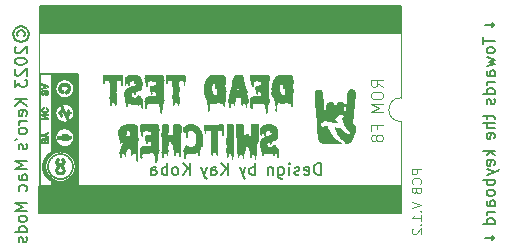
<source format=gbr>
%TF.GenerationSoftware,KiCad,Pcbnew,(7.0.0-0)*%
%TF.CreationDate,2024-02-02T16:24:01+09:00*%
%TF.ProjectId,A2Dead-Test-Switcher_V1.2_OS.kicad_X8_pcb,41324465-6164-42d5-9465-73742d537769,rev?*%
%TF.SameCoordinates,Original*%
%TF.FileFunction,Legend,Bot*%
%TF.FilePolarity,Positive*%
%FSLAX46Y46*%
G04 Gerber Fmt 4.6, Leading zero omitted, Abs format (unit mm)*
G04 Created by KiCad (PCBNEW (7.0.0-0)) date 2024-02-02 16:24:01*
%MOMM*%
%LPD*%
G01*
G04 APERTURE LIST*
%ADD10C,0.003000*%
%ADD11C,0.150000*%
%ADD12C,0.000000*%
%ADD13C,0.100000*%
%ADD14C,0.300000*%
%ADD15C,0.120000*%
G04 APERTURE END LIST*
D10*
G36*
X104546787Y-125461063D02*
G01*
X104540243Y-125461982D01*
X104533859Y-125463082D01*
X104527635Y-125464363D01*
X104521573Y-125465825D01*
X104515671Y-125467469D01*
X104509931Y-125469293D01*
X104504351Y-125471299D01*
X104498932Y-125473486D01*
X104493673Y-125475855D01*
X104488576Y-125478404D01*
X104483639Y-125481135D01*
X104478864Y-125484047D01*
X104474249Y-125487140D01*
X104469795Y-125490415D01*
X104465501Y-125493871D01*
X104461369Y-125497507D01*
X104457443Y-125501326D01*
X104453771Y-125505327D01*
X104450352Y-125509510D01*
X104447186Y-125513875D01*
X104444274Y-125518421D01*
X104441614Y-125523148D01*
X104439208Y-125528055D01*
X104437056Y-125533142D01*
X104435156Y-125538408D01*
X104433510Y-125543853D01*
X104432117Y-125549476D01*
X104430978Y-125555278D01*
X104430091Y-125561257D01*
X104429458Y-125567413D01*
X104429078Y-125573745D01*
X104428952Y-125580254D01*
X104429011Y-125585090D01*
X104429188Y-125589834D01*
X104429484Y-125594488D01*
X104429898Y-125599050D01*
X104430431Y-125603520D01*
X104431081Y-125607899D01*
X104431850Y-125612186D01*
X104432738Y-125616381D01*
X104433743Y-125620483D01*
X104434867Y-125624493D01*
X104436110Y-125628410D01*
X104437470Y-125632233D01*
X104438949Y-125635964D01*
X104440546Y-125639600D01*
X104442262Y-125643143D01*
X104444096Y-125646592D01*
X104446026Y-125649955D01*
X104448033Y-125653237D01*
X104450116Y-125656440D01*
X104452276Y-125659563D01*
X104454512Y-125662606D01*
X104456826Y-125665569D01*
X104459216Y-125668451D01*
X104461684Y-125671253D01*
X104464229Y-125673975D01*
X104466853Y-125676616D01*
X104469554Y-125679177D01*
X104472334Y-125681656D01*
X104475192Y-125684055D01*
X104478130Y-125686373D01*
X104481146Y-125688610D01*
X104484241Y-125690766D01*
X104487373Y-125692846D01*
X104490556Y-125694855D01*
X104493791Y-125696794D01*
X104497078Y-125698661D01*
X104500417Y-125700456D01*
X104503807Y-125702179D01*
X104507249Y-125703830D01*
X104510743Y-125705409D01*
X104514288Y-125706914D01*
X104517886Y-125708346D01*
X104521535Y-125709705D01*
X104525235Y-125710989D01*
X104528988Y-125712199D01*
X104532792Y-125713334D01*
X104536649Y-125714394D01*
X104540556Y-125715379D01*
X104548372Y-125717228D01*
X104556258Y-125718816D01*
X104564213Y-125720147D01*
X104572234Y-125721225D01*
X104580317Y-125722056D01*
X104588461Y-125722644D01*
X104596661Y-125722993D01*
X104604916Y-125723109D01*
X104613546Y-125722993D01*
X104622101Y-125722644D01*
X104630582Y-125722056D01*
X104638989Y-125721225D01*
X104647323Y-125720147D01*
X104655582Y-125718816D01*
X104663768Y-125717228D01*
X104671879Y-125715379D01*
X104675890Y-125714382D01*
X104679846Y-125713312D01*
X104683750Y-125712170D01*
X104687599Y-125710956D01*
X104691395Y-125709670D01*
X104695138Y-125708312D01*
X104698827Y-125706882D01*
X104702462Y-125705380D01*
X104706043Y-125703805D01*
X104709571Y-125702159D01*
X104713046Y-125700440D01*
X104716467Y-125698650D01*
X104719834Y-125696787D01*
X104723147Y-125694852D01*
X104726407Y-125692845D01*
X104729614Y-125690766D01*
X104732753Y-125688610D01*
X104735810Y-125686373D01*
X104738786Y-125684055D01*
X104741680Y-125681656D01*
X104744493Y-125679177D01*
X104747223Y-125676616D01*
X104749872Y-125673975D01*
X104752438Y-125671253D01*
X104754922Y-125668451D01*
X104757323Y-125665569D01*
X104759643Y-125662606D01*
X104761879Y-125659563D01*
X104764033Y-125656440D01*
X104766104Y-125653237D01*
X104768092Y-125649955D01*
X104769997Y-125646592D01*
X104771844Y-125643143D01*
X104773572Y-125639600D01*
X104775180Y-125635964D01*
X104776668Y-125632234D01*
X104778036Y-125628410D01*
X104779284Y-125624493D01*
X104780414Y-125620484D01*
X104781423Y-125616382D01*
X104782314Y-125612187D01*
X104783085Y-125607900D01*
X104783738Y-125603521D01*
X104784272Y-125599051D01*
X104784686Y-125594488D01*
X104784983Y-125589835D01*
X104785160Y-125585090D01*
X104785219Y-125580254D01*
X104785192Y-125577612D01*
X104785109Y-125574982D01*
X104784970Y-125572363D01*
X104784777Y-125569756D01*
X104784529Y-125567161D01*
X104784225Y-125564578D01*
X104783867Y-125562007D01*
X104783455Y-125559450D01*
X104782987Y-125556905D01*
X104782466Y-125554373D01*
X104781890Y-125551855D01*
X104781260Y-125549350D01*
X104780576Y-125546859D01*
X104779838Y-125544382D01*
X104779046Y-125541920D01*
X104778200Y-125539472D01*
X104777318Y-125537048D01*
X104776389Y-125534657D01*
X104775413Y-125532299D01*
X104774391Y-125529973D01*
X104773323Y-125527679D01*
X104772209Y-125525416D01*
X104771051Y-125523185D01*
X104769849Y-125520984D01*
X104768604Y-125518814D01*
X104767316Y-125516674D01*
X104765985Y-125514564D01*
X104764613Y-125512484D01*
X104763200Y-125510433D01*
X104761746Y-125508410D01*
X104758718Y-125504450D01*
X104757135Y-125502545D01*
X104755520Y-125500678D01*
X104753874Y-125498850D01*
X104752195Y-125497059D01*
X104750485Y-125495307D01*
X104748743Y-125493595D01*
X104746969Y-125491923D01*
X104745162Y-125490290D01*
X104743323Y-125488699D01*
X104741452Y-125487148D01*
X104739548Y-125485639D01*
X104737611Y-125484172D01*
X104735642Y-125482748D01*
X104733639Y-125481367D01*
X104731604Y-125480028D01*
X104729535Y-125478734D01*
X104727437Y-125477475D01*
X104725314Y-125476271D01*
X104723164Y-125475123D01*
X104720989Y-125474032D01*
X104718789Y-125472997D01*
X104716563Y-125472018D01*
X104714313Y-125471097D01*
X104712037Y-125470232D01*
X104709736Y-125469425D01*
X104707410Y-125468676D01*
X104705059Y-125467984D01*
X104702684Y-125467350D01*
X104700284Y-125466775D01*
X104697860Y-125466259D01*
X104695412Y-125465801D01*
X104692939Y-125465402D01*
X104692939Y-125353468D01*
X104698595Y-125354176D01*
X104704174Y-125354996D01*
X104709677Y-125355929D01*
X104715102Y-125356976D01*
X104720450Y-125358136D01*
X104725720Y-125359410D01*
X104730911Y-125360799D01*
X104736023Y-125362302D01*
X104741056Y-125363919D01*
X104746009Y-125365652D01*
X104750881Y-125367499D01*
X104755672Y-125369462D01*
X104760382Y-125371540D01*
X104765011Y-125373734D01*
X104769557Y-125376045D01*
X104774020Y-125378471D01*
X104778397Y-125380998D01*
X104782683Y-125383608D01*
X104786879Y-125386301D01*
X104790984Y-125389078D01*
X104794999Y-125391938D01*
X104798925Y-125394882D01*
X104802760Y-125397910D01*
X104806506Y-125401022D01*
X104810162Y-125404218D01*
X104813728Y-125407499D01*
X104817206Y-125410864D01*
X104820593Y-125414313D01*
X104823892Y-125417847D01*
X104827101Y-125421466D01*
X104830222Y-125425169D01*
X104833254Y-125428958D01*
X104836224Y-125432793D01*
X104839103Y-125436695D01*
X104841889Y-125440666D01*
X104844584Y-125444703D01*
X104847188Y-125448807D01*
X104849700Y-125452977D01*
X104852121Y-125457213D01*
X104854451Y-125461514D01*
X104856690Y-125465880D01*
X104858840Y-125470310D01*
X104860899Y-125474804D01*
X104862868Y-125479361D01*
X104864747Y-125483982D01*
X104866537Y-125488664D01*
X104868238Y-125493409D01*
X104869850Y-125498215D01*
X104872789Y-125507935D01*
X104875337Y-125517810D01*
X104877492Y-125527838D01*
X104879256Y-125538020D01*
X104880627Y-125548353D01*
X104881607Y-125558837D01*
X104882195Y-125569470D01*
X104882391Y-125580252D01*
X104882307Y-125587762D01*
X104882058Y-125595179D01*
X104881641Y-125602500D01*
X104881058Y-125609727D01*
X104880309Y-125616860D01*
X104879392Y-125623897D01*
X104878308Y-125630840D01*
X104877057Y-125637687D01*
X104875639Y-125644439D01*
X104874053Y-125651096D01*
X104872300Y-125657658D01*
X104870379Y-125664124D01*
X104868290Y-125670494D01*
X104866033Y-125676768D01*
X104863609Y-125682947D01*
X104861016Y-125689029D01*
X104858277Y-125694992D01*
X104855414Y-125700839D01*
X104852427Y-125706572D01*
X104849314Y-125712189D01*
X104846077Y-125717690D01*
X104842714Y-125723076D01*
X104839224Y-125728346D01*
X104835609Y-125733499D01*
X104831867Y-125738536D01*
X104827998Y-125743456D01*
X104824002Y-125748259D01*
X104819878Y-125752945D01*
X104815626Y-125757514D01*
X104811245Y-125761964D01*
X104806736Y-125766297D01*
X104802098Y-125770512D01*
X104797358Y-125774580D01*
X104792516Y-125778531D01*
X104787570Y-125782365D01*
X104782522Y-125786081D01*
X104777371Y-125789680D01*
X104772119Y-125793161D01*
X104766766Y-125796523D01*
X104761311Y-125799766D01*
X104755756Y-125802890D01*
X104750100Y-125805894D01*
X104744344Y-125808779D01*
X104738488Y-125811543D01*
X104732534Y-125814187D01*
X104726480Y-125816709D01*
X104720327Y-125819110D01*
X104714077Y-125821390D01*
X104707730Y-125823525D01*
X104701321Y-125825523D01*
X104694848Y-125827384D01*
X104688311Y-125829108D01*
X104681710Y-125830695D01*
X104675044Y-125832144D01*
X104668313Y-125833456D01*
X104661518Y-125834631D01*
X104654656Y-125835668D01*
X104647729Y-125836567D01*
X104640735Y-125837327D01*
X104633674Y-125837950D01*
X104626547Y-125838435D01*
X104619352Y-125838781D01*
X104604759Y-125839059D01*
X104590481Y-125838781D01*
X104576453Y-125837950D01*
X104562674Y-125836567D01*
X104549144Y-125834631D01*
X104535862Y-125832144D01*
X104522826Y-125829108D01*
X104516401Y-125827384D01*
X104510037Y-125825523D01*
X104503734Y-125823525D01*
X104497492Y-125821390D01*
X104491331Y-125819124D01*
X104485270Y-125816732D01*
X104479308Y-125814216D01*
X104473447Y-125811577D01*
X104467686Y-125808814D01*
X104462026Y-125805929D01*
X104456466Y-125802923D01*
X104451007Y-125799796D01*
X104445648Y-125796549D01*
X104440390Y-125793182D01*
X104435234Y-125789696D01*
X104430178Y-125786093D01*
X104425224Y-125782372D01*
X104420371Y-125778534D01*
X104415619Y-125774581D01*
X104410969Y-125770512D01*
X104406431Y-125766297D01*
X104402015Y-125761964D01*
X104397721Y-125757513D01*
X104393551Y-125752944D01*
X104389503Y-125748258D01*
X104385578Y-125743455D01*
X104381777Y-125738534D01*
X104378099Y-125733498D01*
X104374545Y-125728344D01*
X104371115Y-125723074D01*
X104367810Y-125717689D01*
X104364629Y-125712187D01*
X104361573Y-125706571D01*
X104358642Y-125700838D01*
X104355836Y-125694991D01*
X104353155Y-125689029D01*
X104350605Y-125682947D01*
X104348219Y-125676768D01*
X104345998Y-125670494D01*
X104343942Y-125664124D01*
X104342050Y-125657658D01*
X104340322Y-125651096D01*
X104338759Y-125644439D01*
X104337361Y-125637687D01*
X104336127Y-125630840D01*
X104335058Y-125623897D01*
X104334153Y-125616860D01*
X104333413Y-125609727D01*
X104332837Y-125602500D01*
X104332426Y-125595179D01*
X104332179Y-125587762D01*
X104332097Y-125580252D01*
X104332329Y-125568249D01*
X104333028Y-125556498D01*
X104334193Y-125544998D01*
X104334950Y-125539343D01*
X104335823Y-125533750D01*
X104336813Y-125528221D01*
X104337920Y-125522754D01*
X104339143Y-125517350D01*
X104340482Y-125512009D01*
X104341938Y-125506731D01*
X104343510Y-125501516D01*
X104345198Y-125496364D01*
X104347004Y-125491275D01*
X104348890Y-125486243D01*
X104350882Y-125481292D01*
X104352979Y-125476423D01*
X104355182Y-125471635D01*
X104357490Y-125466929D01*
X104359903Y-125462305D01*
X104362422Y-125457764D01*
X104365046Y-125453304D01*
X104367775Y-125448926D01*
X104370610Y-125444631D01*
X104373550Y-125440418D01*
X104376596Y-125436288D01*
X104379747Y-125432241D01*
X104383003Y-125428276D01*
X104386365Y-125424395D01*
X104389832Y-125420596D01*
X104393395Y-125416869D01*
X104397046Y-125413231D01*
X104400785Y-125409683D01*
X104404613Y-125406225D01*
X104408530Y-125402857D01*
X104412538Y-125399581D01*
X104416638Y-125396396D01*
X104420828Y-125393303D01*
X104425112Y-125390302D01*
X104429488Y-125387395D01*
X104433958Y-125384580D01*
X104438523Y-125381860D01*
X104443183Y-125379234D01*
X104447939Y-125376703D01*
X104452791Y-125374267D01*
X104457741Y-125371927D01*
X104462747Y-125369688D01*
X104467826Y-125367556D01*
X104472981Y-125365533D01*
X104478209Y-125363617D01*
X104483512Y-125361809D01*
X104488889Y-125360110D01*
X104494341Y-125358519D01*
X104499868Y-125357037D01*
X104505470Y-125355664D01*
X104511146Y-125354401D01*
X104516898Y-125353247D01*
X104522725Y-125352203D01*
X104528627Y-125351269D01*
X104534605Y-125350445D01*
X104540658Y-125349732D01*
X104546787Y-125349130D01*
X104546787Y-125461063D01*
G37*
X104546787Y-125461063D02*
X104540243Y-125461982D01*
X104533859Y-125463082D01*
X104527635Y-125464363D01*
X104521573Y-125465825D01*
X104515671Y-125467469D01*
X104509931Y-125469293D01*
X104504351Y-125471299D01*
X104498932Y-125473486D01*
X104493673Y-125475855D01*
X104488576Y-125478404D01*
X104483639Y-125481135D01*
X104478864Y-125484047D01*
X104474249Y-125487140D01*
X104469795Y-125490415D01*
X104465501Y-125493871D01*
X104461369Y-125497507D01*
X104457443Y-125501326D01*
X104453771Y-125505327D01*
X104450352Y-125509510D01*
X104447186Y-125513875D01*
X104444274Y-125518421D01*
X104441614Y-125523148D01*
X104439208Y-125528055D01*
X104437056Y-125533142D01*
X104435156Y-125538408D01*
X104433510Y-125543853D01*
X104432117Y-125549476D01*
X104430978Y-125555278D01*
X104430091Y-125561257D01*
X104429458Y-125567413D01*
X104429078Y-125573745D01*
X104428952Y-125580254D01*
X104429011Y-125585090D01*
X104429188Y-125589834D01*
X104429484Y-125594488D01*
X104429898Y-125599050D01*
X104430431Y-125603520D01*
X104431081Y-125607899D01*
X104431850Y-125612186D01*
X104432738Y-125616381D01*
X104433743Y-125620483D01*
X104434867Y-125624493D01*
X104436110Y-125628410D01*
X104437470Y-125632233D01*
X104438949Y-125635964D01*
X104440546Y-125639600D01*
X104442262Y-125643143D01*
X104444096Y-125646592D01*
X104446026Y-125649955D01*
X104448033Y-125653237D01*
X104450116Y-125656440D01*
X104452276Y-125659563D01*
X104454512Y-125662606D01*
X104456826Y-125665569D01*
X104459216Y-125668451D01*
X104461684Y-125671253D01*
X104464229Y-125673975D01*
X104466853Y-125676616D01*
X104469554Y-125679177D01*
X104472334Y-125681656D01*
X104475192Y-125684055D01*
X104478130Y-125686373D01*
X104481146Y-125688610D01*
X104484241Y-125690766D01*
X104487373Y-125692846D01*
X104490556Y-125694855D01*
X104493791Y-125696794D01*
X104497078Y-125698661D01*
X104500417Y-125700456D01*
X104503807Y-125702179D01*
X104507249Y-125703830D01*
X104510743Y-125705409D01*
X104514288Y-125706914D01*
X104517886Y-125708346D01*
X104521535Y-125709705D01*
X104525235Y-125710989D01*
X104528988Y-125712199D01*
X104532792Y-125713334D01*
X104536649Y-125714394D01*
X104540556Y-125715379D01*
X104548372Y-125717228D01*
X104556258Y-125718816D01*
X104564213Y-125720147D01*
X104572234Y-125721225D01*
X104580317Y-125722056D01*
X104588461Y-125722644D01*
X104596661Y-125722993D01*
X104604916Y-125723109D01*
X104613546Y-125722993D01*
X104622101Y-125722644D01*
X104630582Y-125722056D01*
X104638989Y-125721225D01*
X104647323Y-125720147D01*
X104655582Y-125718816D01*
X104663768Y-125717228D01*
X104671879Y-125715379D01*
X104675890Y-125714382D01*
X104679846Y-125713312D01*
X104683750Y-125712170D01*
X104687599Y-125710956D01*
X104691395Y-125709670D01*
X104695138Y-125708312D01*
X104698827Y-125706882D01*
X104702462Y-125705380D01*
X104706043Y-125703805D01*
X104709571Y-125702159D01*
X104713046Y-125700440D01*
X104716467Y-125698650D01*
X104719834Y-125696787D01*
X104723147Y-125694852D01*
X104726407Y-125692845D01*
X104729614Y-125690766D01*
X104732753Y-125688610D01*
X104735810Y-125686373D01*
X104738786Y-125684055D01*
X104741680Y-125681656D01*
X104744493Y-125679177D01*
X104747223Y-125676616D01*
X104749872Y-125673975D01*
X104752438Y-125671253D01*
X104754922Y-125668451D01*
X104757323Y-125665569D01*
X104759643Y-125662606D01*
X104761879Y-125659563D01*
X104764033Y-125656440D01*
X104766104Y-125653237D01*
X104768092Y-125649955D01*
X104769997Y-125646592D01*
X104771844Y-125643143D01*
X104773572Y-125639600D01*
X104775180Y-125635964D01*
X104776668Y-125632234D01*
X104778036Y-125628410D01*
X104779284Y-125624493D01*
X104780414Y-125620484D01*
X104781423Y-125616382D01*
X104782314Y-125612187D01*
X104783085Y-125607900D01*
X104783738Y-125603521D01*
X104784272Y-125599051D01*
X104784686Y-125594488D01*
X104784983Y-125589835D01*
X104785160Y-125585090D01*
X104785219Y-125580254D01*
X104785192Y-125577612D01*
X104785109Y-125574982D01*
X104784970Y-125572363D01*
X104784777Y-125569756D01*
X104784529Y-125567161D01*
X104784225Y-125564578D01*
X104783867Y-125562007D01*
X104783455Y-125559450D01*
X104782987Y-125556905D01*
X104782466Y-125554373D01*
X104781890Y-125551855D01*
X104781260Y-125549350D01*
X104780576Y-125546859D01*
X104779838Y-125544382D01*
X104779046Y-125541920D01*
X104778200Y-125539472D01*
X104777318Y-125537048D01*
X104776389Y-125534657D01*
X104775413Y-125532299D01*
X104774391Y-125529973D01*
X104773323Y-125527679D01*
X104772209Y-125525416D01*
X104771051Y-125523185D01*
X104769849Y-125520984D01*
X104768604Y-125518814D01*
X104767316Y-125516674D01*
X104765985Y-125514564D01*
X104764613Y-125512484D01*
X104763200Y-125510433D01*
X104761746Y-125508410D01*
X104758718Y-125504450D01*
X104757135Y-125502545D01*
X104755520Y-125500678D01*
X104753874Y-125498850D01*
X104752195Y-125497059D01*
X104750485Y-125495307D01*
X104748743Y-125493595D01*
X104746969Y-125491923D01*
X104745162Y-125490290D01*
X104743323Y-125488699D01*
X104741452Y-125487148D01*
X104739548Y-125485639D01*
X104737611Y-125484172D01*
X104735642Y-125482748D01*
X104733639Y-125481367D01*
X104731604Y-125480028D01*
X104729535Y-125478734D01*
X104727437Y-125477475D01*
X104725314Y-125476271D01*
X104723164Y-125475123D01*
X104720989Y-125474032D01*
X104718789Y-125472997D01*
X104716563Y-125472018D01*
X104714313Y-125471097D01*
X104712037Y-125470232D01*
X104709736Y-125469425D01*
X104707410Y-125468676D01*
X104705059Y-125467984D01*
X104702684Y-125467350D01*
X104700284Y-125466775D01*
X104697860Y-125466259D01*
X104695412Y-125465801D01*
X104692939Y-125465402D01*
X104692939Y-125353468D01*
X104698595Y-125354176D01*
X104704174Y-125354996D01*
X104709677Y-125355929D01*
X104715102Y-125356976D01*
X104720450Y-125358136D01*
X104725720Y-125359410D01*
X104730911Y-125360799D01*
X104736023Y-125362302D01*
X104741056Y-125363919D01*
X104746009Y-125365652D01*
X104750881Y-125367499D01*
X104755672Y-125369462D01*
X104760382Y-125371540D01*
X104765011Y-125373734D01*
X104769557Y-125376045D01*
X104774020Y-125378471D01*
X104778397Y-125380998D01*
X104782683Y-125383608D01*
X104786879Y-125386301D01*
X104790984Y-125389078D01*
X104794999Y-125391938D01*
X104798925Y-125394882D01*
X104802760Y-125397910D01*
X104806506Y-125401022D01*
X104810162Y-125404218D01*
X104813728Y-125407499D01*
X104817206Y-125410864D01*
X104820593Y-125414313D01*
X104823892Y-125417847D01*
X104827101Y-125421466D01*
X104830222Y-125425169D01*
X104833254Y-125428958D01*
X104836224Y-125432793D01*
X104839103Y-125436695D01*
X104841889Y-125440666D01*
X104844584Y-125444703D01*
X104847188Y-125448807D01*
X104849700Y-125452977D01*
X104852121Y-125457213D01*
X104854451Y-125461514D01*
X104856690Y-125465880D01*
X104858840Y-125470310D01*
X104860899Y-125474804D01*
X104862868Y-125479361D01*
X104864747Y-125483982D01*
X104866537Y-125488664D01*
X104868238Y-125493409D01*
X104869850Y-125498215D01*
X104872789Y-125507935D01*
X104875337Y-125517810D01*
X104877492Y-125527838D01*
X104879256Y-125538020D01*
X104880627Y-125548353D01*
X104881607Y-125558837D01*
X104882195Y-125569470D01*
X104882391Y-125580252D01*
X104882307Y-125587762D01*
X104882058Y-125595179D01*
X104881641Y-125602500D01*
X104881058Y-125609727D01*
X104880309Y-125616860D01*
X104879392Y-125623897D01*
X104878308Y-125630840D01*
X104877057Y-125637687D01*
X104875639Y-125644439D01*
X104874053Y-125651096D01*
X104872300Y-125657658D01*
X104870379Y-125664124D01*
X104868290Y-125670494D01*
X104866033Y-125676768D01*
X104863609Y-125682947D01*
X104861016Y-125689029D01*
X104858277Y-125694992D01*
X104855414Y-125700839D01*
X104852427Y-125706572D01*
X104849314Y-125712189D01*
X104846077Y-125717690D01*
X104842714Y-125723076D01*
X104839224Y-125728346D01*
X104835609Y-125733499D01*
X104831867Y-125738536D01*
X104827998Y-125743456D01*
X104824002Y-125748259D01*
X104819878Y-125752945D01*
X104815626Y-125757514D01*
X104811245Y-125761964D01*
X104806736Y-125766297D01*
X104802098Y-125770512D01*
X104797358Y-125774580D01*
X104792516Y-125778531D01*
X104787570Y-125782365D01*
X104782522Y-125786081D01*
X104777371Y-125789680D01*
X104772119Y-125793161D01*
X104766766Y-125796523D01*
X104761311Y-125799766D01*
X104755756Y-125802890D01*
X104750100Y-125805894D01*
X104744344Y-125808779D01*
X104738488Y-125811543D01*
X104732534Y-125814187D01*
X104726480Y-125816709D01*
X104720327Y-125819110D01*
X104714077Y-125821390D01*
X104707730Y-125823525D01*
X104701321Y-125825523D01*
X104694848Y-125827384D01*
X104688311Y-125829108D01*
X104681710Y-125830695D01*
X104675044Y-125832144D01*
X104668313Y-125833456D01*
X104661518Y-125834631D01*
X104654656Y-125835668D01*
X104647729Y-125836567D01*
X104640735Y-125837327D01*
X104633674Y-125837950D01*
X104626547Y-125838435D01*
X104619352Y-125838781D01*
X104604759Y-125839059D01*
X104590481Y-125838781D01*
X104576453Y-125837950D01*
X104562674Y-125836567D01*
X104549144Y-125834631D01*
X104535862Y-125832144D01*
X104522826Y-125829108D01*
X104516401Y-125827384D01*
X104510037Y-125825523D01*
X104503734Y-125823525D01*
X104497492Y-125821390D01*
X104491331Y-125819124D01*
X104485270Y-125816732D01*
X104479308Y-125814216D01*
X104473447Y-125811577D01*
X104467686Y-125808814D01*
X104462026Y-125805929D01*
X104456466Y-125802923D01*
X104451007Y-125799796D01*
X104445648Y-125796549D01*
X104440390Y-125793182D01*
X104435234Y-125789696D01*
X104430178Y-125786093D01*
X104425224Y-125782372D01*
X104420371Y-125778534D01*
X104415619Y-125774581D01*
X104410969Y-125770512D01*
X104406431Y-125766297D01*
X104402015Y-125761964D01*
X104397721Y-125757513D01*
X104393551Y-125752944D01*
X104389503Y-125748258D01*
X104385578Y-125743455D01*
X104381777Y-125738534D01*
X104378099Y-125733498D01*
X104374545Y-125728344D01*
X104371115Y-125723074D01*
X104367810Y-125717689D01*
X104364629Y-125712187D01*
X104361573Y-125706571D01*
X104358642Y-125700838D01*
X104355836Y-125694991D01*
X104353155Y-125689029D01*
X104350605Y-125682947D01*
X104348219Y-125676768D01*
X104345998Y-125670494D01*
X104343942Y-125664124D01*
X104342050Y-125657658D01*
X104340322Y-125651096D01*
X104338759Y-125644439D01*
X104337361Y-125637687D01*
X104336127Y-125630840D01*
X104335058Y-125623897D01*
X104334153Y-125616860D01*
X104333413Y-125609727D01*
X104332837Y-125602500D01*
X104332426Y-125595179D01*
X104332179Y-125587762D01*
X104332097Y-125580252D01*
X104332329Y-125568249D01*
X104333028Y-125556498D01*
X104334193Y-125544998D01*
X104334950Y-125539343D01*
X104335823Y-125533750D01*
X104336813Y-125528221D01*
X104337920Y-125522754D01*
X104339143Y-125517350D01*
X104340482Y-125512009D01*
X104341938Y-125506731D01*
X104343510Y-125501516D01*
X104345198Y-125496364D01*
X104347004Y-125491275D01*
X104348890Y-125486243D01*
X104350882Y-125481292D01*
X104352979Y-125476423D01*
X104355182Y-125471635D01*
X104357490Y-125466929D01*
X104359903Y-125462305D01*
X104362422Y-125457764D01*
X104365046Y-125453304D01*
X104367775Y-125448926D01*
X104370610Y-125444631D01*
X104373550Y-125440418D01*
X104376596Y-125436288D01*
X104379747Y-125432241D01*
X104383003Y-125428276D01*
X104386365Y-125424395D01*
X104389832Y-125420596D01*
X104393395Y-125416869D01*
X104397046Y-125413231D01*
X104400785Y-125409683D01*
X104404613Y-125406225D01*
X104408530Y-125402857D01*
X104412538Y-125399581D01*
X104416638Y-125396396D01*
X104420828Y-125393303D01*
X104425112Y-125390302D01*
X104429488Y-125387395D01*
X104433958Y-125384580D01*
X104438523Y-125381860D01*
X104443183Y-125379234D01*
X104447939Y-125376703D01*
X104452791Y-125374267D01*
X104457741Y-125371927D01*
X104462747Y-125369688D01*
X104467826Y-125367556D01*
X104472981Y-125365533D01*
X104478209Y-125363617D01*
X104483512Y-125361809D01*
X104488889Y-125360110D01*
X104494341Y-125358519D01*
X104499868Y-125357037D01*
X104505470Y-125355664D01*
X104511146Y-125354401D01*
X104516898Y-125353247D01*
X104522725Y-125352203D01*
X104528627Y-125351269D01*
X104534605Y-125350445D01*
X104540658Y-125349732D01*
X104546787Y-125349130D01*
X104546787Y-125461063D01*
D11*
X104188700Y-116799500D02*
X134792700Y-116799500D01*
X134792700Y-116799500D02*
X134792700Y-119085500D01*
X134792700Y-119085500D02*
X104188700Y-119085500D01*
X104188700Y-119085500D02*
X104188700Y-116799500D01*
G36*
X104188700Y-116799500D02*
G01*
X134792700Y-116799500D01*
X134792700Y-119085500D01*
X104188700Y-119085500D01*
X104188700Y-116799500D01*
G37*
D10*
G36*
X106279224Y-127042323D02*
G01*
X106304232Y-127042955D01*
X106347516Y-127046247D01*
X106390169Y-127051668D01*
X106432141Y-127059164D01*
X106473375Y-127068682D01*
X106513820Y-127080168D01*
X106553421Y-127093569D01*
X106592125Y-127108831D01*
X106629879Y-127125901D01*
X106666628Y-127144725D01*
X106702320Y-127165250D01*
X106736900Y-127187421D01*
X106770315Y-127211186D01*
X106802513Y-127236491D01*
X106833438Y-127263282D01*
X106863037Y-127291506D01*
X106891258Y-127321109D01*
X106918046Y-127352038D01*
X106943348Y-127384238D01*
X106967110Y-127417658D01*
X106989279Y-127452242D01*
X107009802Y-127487937D01*
X107028624Y-127524691D01*
X107045692Y-127562449D01*
X107060952Y-127601157D01*
X107074352Y-127640763D01*
X107085837Y-127681212D01*
X107095354Y-127722452D01*
X107102849Y-127764427D01*
X107108269Y-127807086D01*
X107111560Y-127850374D01*
X107112669Y-127894238D01*
X107111560Y-127938102D01*
X107108269Y-127981391D01*
X107102849Y-128024049D01*
X107095354Y-128066025D01*
X107085837Y-128107264D01*
X107074352Y-128147714D01*
X107060952Y-128187319D01*
X107045692Y-128226028D01*
X107028624Y-128263785D01*
X107009802Y-128300539D01*
X106989279Y-128336234D01*
X106967110Y-128370818D01*
X106943348Y-128404238D01*
X106918046Y-128436438D01*
X106891258Y-128467367D01*
X106863037Y-128496970D01*
X106833438Y-128525193D01*
X106802513Y-128551984D01*
X106770315Y-128577289D01*
X106736900Y-128601054D01*
X106702320Y-128623225D01*
X106666628Y-128643750D01*
X106629879Y-128662574D01*
X106592125Y-128679643D01*
X106553421Y-128694906D01*
X106513820Y-128708307D01*
X106473375Y-128719793D01*
X106432141Y-128729311D01*
X106390169Y-128736807D01*
X106347516Y-128742227D01*
X106304232Y-128745519D01*
X106260373Y-128746628D01*
X106216514Y-128745519D01*
X106173231Y-128742227D01*
X106130577Y-128736807D01*
X106088606Y-128729311D01*
X106047371Y-128719793D01*
X106006926Y-128708307D01*
X105967325Y-128694906D01*
X105928621Y-128679643D01*
X105890867Y-128662574D01*
X105854118Y-128643750D01*
X105818426Y-128623225D01*
X105783846Y-128601054D01*
X105750430Y-128577289D01*
X105718233Y-128551984D01*
X105687308Y-128525193D01*
X105657708Y-128496970D01*
X105629488Y-128467367D01*
X105602700Y-128436438D01*
X105577398Y-128404238D01*
X105553636Y-128370818D01*
X105531466Y-128336234D01*
X105510944Y-128300539D01*
X105492122Y-128263785D01*
X105475054Y-128226028D01*
X105459794Y-128187319D01*
X105446394Y-128147714D01*
X105434909Y-128107264D01*
X105425392Y-128066025D01*
X105417897Y-128024049D01*
X105412477Y-127981391D01*
X105409186Y-127938102D01*
X105408077Y-127894238D01*
X105408081Y-127894079D01*
X105526859Y-127894079D01*
X105527730Y-127932347D01*
X105530342Y-127969949D01*
X105534697Y-128006883D01*
X105540793Y-128043150D01*
X105548633Y-128078751D01*
X105558216Y-128113684D01*
X105569542Y-128147951D01*
X105582612Y-128181551D01*
X105597426Y-128214485D01*
X105613985Y-128246752D01*
X105632288Y-128278353D01*
X105652337Y-128309288D01*
X105674131Y-128339557D01*
X105697671Y-128369159D01*
X105722957Y-128398096D01*
X105749990Y-128426367D01*
X105778205Y-128453433D01*
X105807070Y-128478752D01*
X105836583Y-128502324D01*
X105866744Y-128524149D01*
X105897554Y-128544228D01*
X105929012Y-128562559D01*
X105961119Y-128579145D01*
X105993873Y-128593984D01*
X106027276Y-128607076D01*
X106061326Y-128618423D01*
X106096024Y-128628024D01*
X106131369Y-128635878D01*
X106167362Y-128641987D01*
X106204002Y-128646351D01*
X106241289Y-128648969D01*
X106279224Y-128649841D01*
X106317162Y-128648959D01*
X106354490Y-128646311D01*
X106391208Y-128641898D01*
X106427316Y-128635719D01*
X106462813Y-128627777D01*
X106497699Y-128618070D01*
X106531975Y-128606598D01*
X106565640Y-128593363D01*
X106598693Y-128578364D01*
X106631136Y-128561601D01*
X106662968Y-128543075D01*
X106694188Y-128522786D01*
X106724797Y-128500734D01*
X106754794Y-128476919D01*
X106784180Y-128451342D01*
X106812954Y-128424003D01*
X106839702Y-128396545D01*
X106864725Y-128368333D01*
X106888023Y-128339366D01*
X106909596Y-128309644D01*
X106929444Y-128279168D01*
X106947567Y-128247937D01*
X106963964Y-128215950D01*
X106978635Y-128183209D01*
X106991581Y-128149712D01*
X107002802Y-128115460D01*
X107012296Y-128080452D01*
X107020064Y-128044689D01*
X107026107Y-128008170D01*
X107030423Y-127970896D01*
X107033013Y-127932865D01*
X107033876Y-127894079D01*
X107033013Y-127855270D01*
X107030423Y-127817202D01*
X107026107Y-127779875D01*
X107020065Y-127743288D01*
X107012296Y-127707441D01*
X107002802Y-127672334D01*
X106991582Y-127637966D01*
X106978636Y-127604337D01*
X106963964Y-127571447D01*
X106947567Y-127539295D01*
X106929444Y-127507881D01*
X106909596Y-127477204D01*
X106888023Y-127447264D01*
X106864725Y-127418062D01*
X106839702Y-127389596D01*
X106812954Y-127361866D01*
X106785261Y-127335072D01*
X106756813Y-127310007D01*
X106727609Y-127286671D01*
X106697649Y-127265064D01*
X106666933Y-127245185D01*
X106635462Y-127227034D01*
X106603235Y-127210613D01*
X106570254Y-127195920D01*
X106536517Y-127182955D01*
X106502025Y-127171719D01*
X106466778Y-127162212D01*
X106430776Y-127154433D01*
X106394020Y-127148383D01*
X106356509Y-127144062D01*
X106318244Y-127141469D01*
X106279224Y-127140605D01*
X106239955Y-127141451D01*
X106201532Y-127143991D01*
X106163955Y-127148225D01*
X106127224Y-127154151D01*
X106091339Y-127161771D01*
X106056300Y-127171083D01*
X106022105Y-127182089D01*
X105988756Y-127194786D01*
X105956252Y-127209177D01*
X105924592Y-127225260D01*
X105893776Y-127243035D01*
X105863805Y-127262502D01*
X105834677Y-127283662D01*
X105806393Y-127306513D01*
X105778953Y-127331057D01*
X105752356Y-127357292D01*
X105725036Y-127386122D01*
X105699482Y-127415583D01*
X105675693Y-127445674D01*
X105653667Y-127476394D01*
X105633406Y-127507744D01*
X105614909Y-127539724D01*
X105598175Y-127572332D01*
X105583203Y-127605569D01*
X105569995Y-127639435D01*
X105558549Y-127673930D01*
X105548864Y-127709052D01*
X105540941Y-127744802D01*
X105534780Y-127781181D01*
X105530379Y-127818186D01*
X105527739Y-127855819D01*
X105526859Y-127894079D01*
X105408081Y-127894079D01*
X105409186Y-127850374D01*
X105412477Y-127807086D01*
X105417897Y-127764427D01*
X105425392Y-127722452D01*
X105434909Y-127681212D01*
X105446394Y-127640763D01*
X105459794Y-127601157D01*
X105475054Y-127562449D01*
X105492122Y-127524691D01*
X105510944Y-127487937D01*
X105531466Y-127452242D01*
X105553636Y-127417658D01*
X105577398Y-127384238D01*
X105602700Y-127352038D01*
X105629488Y-127321109D01*
X105657708Y-127291506D01*
X105687308Y-127263282D01*
X105718233Y-127236491D01*
X105750430Y-127211186D01*
X105783846Y-127187421D01*
X105818426Y-127165250D01*
X105854118Y-127144725D01*
X105890867Y-127125901D01*
X105928621Y-127108831D01*
X105967325Y-127093569D01*
X106006926Y-127080168D01*
X106047371Y-127068682D01*
X106088606Y-127059164D01*
X106130577Y-127051668D01*
X106173231Y-127046247D01*
X106216514Y-127042955D01*
X106260373Y-127041846D01*
X106279224Y-127042323D01*
G37*
X106279224Y-127042323D02*
X106304232Y-127042955D01*
X106347516Y-127046247D01*
X106390169Y-127051668D01*
X106432141Y-127059164D01*
X106473375Y-127068682D01*
X106513820Y-127080168D01*
X106553421Y-127093569D01*
X106592125Y-127108831D01*
X106629879Y-127125901D01*
X106666628Y-127144725D01*
X106702320Y-127165250D01*
X106736900Y-127187421D01*
X106770315Y-127211186D01*
X106802513Y-127236491D01*
X106833438Y-127263282D01*
X106863037Y-127291506D01*
X106891258Y-127321109D01*
X106918046Y-127352038D01*
X106943348Y-127384238D01*
X106967110Y-127417658D01*
X106989279Y-127452242D01*
X107009802Y-127487937D01*
X107028624Y-127524691D01*
X107045692Y-127562449D01*
X107060952Y-127601157D01*
X107074352Y-127640763D01*
X107085837Y-127681212D01*
X107095354Y-127722452D01*
X107102849Y-127764427D01*
X107108269Y-127807086D01*
X107111560Y-127850374D01*
X107112669Y-127894238D01*
X107111560Y-127938102D01*
X107108269Y-127981391D01*
X107102849Y-128024049D01*
X107095354Y-128066025D01*
X107085837Y-128107264D01*
X107074352Y-128147714D01*
X107060952Y-128187319D01*
X107045692Y-128226028D01*
X107028624Y-128263785D01*
X107009802Y-128300539D01*
X106989279Y-128336234D01*
X106967110Y-128370818D01*
X106943348Y-128404238D01*
X106918046Y-128436438D01*
X106891258Y-128467367D01*
X106863037Y-128496970D01*
X106833438Y-128525193D01*
X106802513Y-128551984D01*
X106770315Y-128577289D01*
X106736900Y-128601054D01*
X106702320Y-128623225D01*
X106666628Y-128643750D01*
X106629879Y-128662574D01*
X106592125Y-128679643D01*
X106553421Y-128694906D01*
X106513820Y-128708307D01*
X106473375Y-128719793D01*
X106432141Y-128729311D01*
X106390169Y-128736807D01*
X106347516Y-128742227D01*
X106304232Y-128745519D01*
X106260373Y-128746628D01*
X106216514Y-128745519D01*
X106173231Y-128742227D01*
X106130577Y-128736807D01*
X106088606Y-128729311D01*
X106047371Y-128719793D01*
X106006926Y-128708307D01*
X105967325Y-128694906D01*
X105928621Y-128679643D01*
X105890867Y-128662574D01*
X105854118Y-128643750D01*
X105818426Y-128623225D01*
X105783846Y-128601054D01*
X105750430Y-128577289D01*
X105718233Y-128551984D01*
X105687308Y-128525193D01*
X105657708Y-128496970D01*
X105629488Y-128467367D01*
X105602700Y-128436438D01*
X105577398Y-128404238D01*
X105553636Y-128370818D01*
X105531466Y-128336234D01*
X105510944Y-128300539D01*
X105492122Y-128263785D01*
X105475054Y-128226028D01*
X105459794Y-128187319D01*
X105446394Y-128147714D01*
X105434909Y-128107264D01*
X105425392Y-128066025D01*
X105417897Y-128024049D01*
X105412477Y-127981391D01*
X105409186Y-127938102D01*
X105408077Y-127894238D01*
X105408081Y-127894079D01*
X105526859Y-127894079D01*
X105527730Y-127932347D01*
X105530342Y-127969949D01*
X105534697Y-128006883D01*
X105540793Y-128043150D01*
X105548633Y-128078751D01*
X105558216Y-128113684D01*
X105569542Y-128147951D01*
X105582612Y-128181551D01*
X105597426Y-128214485D01*
X105613985Y-128246752D01*
X105632288Y-128278353D01*
X105652337Y-128309288D01*
X105674131Y-128339557D01*
X105697671Y-128369159D01*
X105722957Y-128398096D01*
X105749990Y-128426367D01*
X105778205Y-128453433D01*
X105807070Y-128478752D01*
X105836583Y-128502324D01*
X105866744Y-128524149D01*
X105897554Y-128544228D01*
X105929012Y-128562559D01*
X105961119Y-128579145D01*
X105993873Y-128593984D01*
X106027276Y-128607076D01*
X106061326Y-128618423D01*
X106096024Y-128628024D01*
X106131369Y-128635878D01*
X106167362Y-128641987D01*
X106204002Y-128646351D01*
X106241289Y-128648969D01*
X106279224Y-128649841D01*
X106317162Y-128648959D01*
X106354490Y-128646311D01*
X106391208Y-128641898D01*
X106427316Y-128635719D01*
X106462813Y-128627777D01*
X106497699Y-128618070D01*
X106531975Y-128606598D01*
X106565640Y-128593363D01*
X106598693Y-128578364D01*
X106631136Y-128561601D01*
X106662968Y-128543075D01*
X106694188Y-128522786D01*
X106724797Y-128500734D01*
X106754794Y-128476919D01*
X106784180Y-128451342D01*
X106812954Y-128424003D01*
X106839702Y-128396545D01*
X106864725Y-128368333D01*
X106888023Y-128339366D01*
X106909596Y-128309644D01*
X106929444Y-128279168D01*
X106947567Y-128247937D01*
X106963964Y-128215950D01*
X106978635Y-128183209D01*
X106991581Y-128149712D01*
X107002802Y-128115460D01*
X107012296Y-128080452D01*
X107020064Y-128044689D01*
X107026107Y-128008170D01*
X107030423Y-127970896D01*
X107033013Y-127932865D01*
X107033876Y-127894079D01*
X107033013Y-127855270D01*
X107030423Y-127817202D01*
X107026107Y-127779875D01*
X107020065Y-127743288D01*
X107012296Y-127707441D01*
X107002802Y-127672334D01*
X106991582Y-127637966D01*
X106978636Y-127604337D01*
X106963964Y-127571447D01*
X106947567Y-127539295D01*
X106929444Y-127507881D01*
X106909596Y-127477204D01*
X106888023Y-127447264D01*
X106864725Y-127418062D01*
X106839702Y-127389596D01*
X106812954Y-127361866D01*
X106785261Y-127335072D01*
X106756813Y-127310007D01*
X106727609Y-127286671D01*
X106697649Y-127265064D01*
X106666933Y-127245185D01*
X106635462Y-127227034D01*
X106603235Y-127210613D01*
X106570254Y-127195920D01*
X106536517Y-127182955D01*
X106502025Y-127171719D01*
X106466778Y-127162212D01*
X106430776Y-127154433D01*
X106394020Y-127148383D01*
X106356509Y-127144062D01*
X106318244Y-127141469D01*
X106279224Y-127140605D01*
X106239955Y-127141451D01*
X106201532Y-127143991D01*
X106163955Y-127148225D01*
X106127224Y-127154151D01*
X106091339Y-127161771D01*
X106056300Y-127171083D01*
X106022105Y-127182089D01*
X105988756Y-127194786D01*
X105956252Y-127209177D01*
X105924592Y-127225260D01*
X105893776Y-127243035D01*
X105863805Y-127262502D01*
X105834677Y-127283662D01*
X105806393Y-127306513D01*
X105778953Y-127331057D01*
X105752356Y-127357292D01*
X105725036Y-127386122D01*
X105699482Y-127415583D01*
X105675693Y-127445674D01*
X105653667Y-127476394D01*
X105633406Y-127507744D01*
X105614909Y-127539724D01*
X105598175Y-127572332D01*
X105583203Y-127605569D01*
X105569995Y-127639435D01*
X105558549Y-127673930D01*
X105548864Y-127709052D01*
X105540941Y-127744802D01*
X105534780Y-127781181D01*
X105530379Y-127818186D01*
X105527739Y-127855819D01*
X105526859Y-127894079D01*
X105408081Y-127894079D01*
X105409186Y-127850374D01*
X105412477Y-127807086D01*
X105417897Y-127764427D01*
X105425392Y-127722452D01*
X105434909Y-127681212D01*
X105446394Y-127640763D01*
X105459794Y-127601157D01*
X105475054Y-127562449D01*
X105492122Y-127524691D01*
X105510944Y-127487937D01*
X105531466Y-127452242D01*
X105553636Y-127417658D01*
X105577398Y-127384238D01*
X105602700Y-127352038D01*
X105629488Y-127321109D01*
X105657708Y-127291506D01*
X105687308Y-127263282D01*
X105718233Y-127236491D01*
X105750430Y-127211186D01*
X105783846Y-127187421D01*
X105818426Y-127165250D01*
X105854118Y-127144725D01*
X105890867Y-127125901D01*
X105928621Y-127108831D01*
X105967325Y-127093569D01*
X106006926Y-127080168D01*
X106047371Y-127068682D01*
X106088606Y-127059164D01*
X106130577Y-127051668D01*
X106173231Y-127046247D01*
X106216514Y-127042955D01*
X106260373Y-127041846D01*
X106279224Y-127042323D01*
G36*
X105916550Y-129262735D02*
G01*
X105916916Y-129262726D01*
X105917074Y-129262747D01*
X105917236Y-129262763D01*
X105917402Y-129262775D01*
X105917570Y-129262783D01*
X105917737Y-129262788D01*
X105917903Y-129262790D01*
X105918224Y-129262791D01*
X105973907Y-129264231D01*
X106028857Y-129268442D01*
X106083007Y-129275355D01*
X106136289Y-129284902D01*
X106188634Y-129297015D01*
X106239975Y-129311627D01*
X106290244Y-129328669D01*
X106339373Y-129348074D01*
X106387294Y-129369772D01*
X106433938Y-129393697D01*
X106479239Y-129419780D01*
X106523128Y-129447953D01*
X106565536Y-129478149D01*
X106606397Y-129510299D01*
X106645641Y-129544335D01*
X106683202Y-129580189D01*
X106719011Y-129617793D01*
X106753000Y-129657080D01*
X106785102Y-129697981D01*
X106815248Y-129740428D01*
X106843370Y-129784353D01*
X106869400Y-129829689D01*
X106893271Y-129876366D01*
X106914914Y-129924318D01*
X106934262Y-129973476D01*
X106951246Y-130023772D01*
X106965799Y-130075138D01*
X106977852Y-130127507D01*
X106987338Y-130180809D01*
X106994189Y-130234978D01*
X106998336Y-130289944D01*
X106999712Y-130345641D01*
X106998266Y-130401324D01*
X106994050Y-130456275D01*
X106987132Y-130510427D01*
X106977581Y-130563711D01*
X106965464Y-130616059D01*
X106950850Y-130667403D01*
X106933806Y-130717676D01*
X106914400Y-130766809D01*
X106892700Y-130814734D01*
X106868775Y-130861383D01*
X106842692Y-130906689D01*
X106814519Y-130950582D01*
X106784325Y-130992996D01*
X106752176Y-131033863D01*
X106718142Y-131073113D01*
X106682290Y-131110679D01*
X106644688Y-131146494D01*
X106605405Y-131180489D01*
X106564507Y-131212596D01*
X106522064Y-131242747D01*
X106478143Y-131270875D01*
X106432812Y-131296910D01*
X106386139Y-131320786D01*
X106338192Y-131342433D01*
X106289039Y-131361785D01*
X106238749Y-131378773D01*
X106187388Y-131393329D01*
X106135026Y-131405385D01*
X106081729Y-131414873D01*
X106027567Y-131421725D01*
X105972607Y-131425873D01*
X105916916Y-131427249D01*
X105915608Y-131427249D01*
X105859919Y-131425797D01*
X105804963Y-131421575D01*
X105750809Y-131414651D01*
X105697523Y-131405094D01*
X105645174Y-131392971D01*
X105593830Y-131378350D01*
X105543559Y-131361300D01*
X105494429Y-131341888D01*
X105446506Y-131320183D01*
X105399861Y-131296252D01*
X105354559Y-131270163D01*
X105310670Y-131241984D01*
X105268262Y-131211784D01*
X105227401Y-131179630D01*
X105188156Y-131145590D01*
X105150595Y-131109732D01*
X105114786Y-131072125D01*
X105080797Y-131032836D01*
X105048695Y-130991933D01*
X105018549Y-130949484D01*
X104990427Y-130905557D01*
X104964396Y-130860220D01*
X104940524Y-130813541D01*
X104918879Y-130765588D01*
X104899530Y-130716430D01*
X104882543Y-130666133D01*
X104867988Y-130614767D01*
X104855931Y-130562398D01*
X104846441Y-130509096D01*
X104839586Y-130454927D01*
X104835433Y-130399960D01*
X104834051Y-130344263D01*
X104834088Y-130342839D01*
X104901296Y-130342839D01*
X104902472Y-130394394D01*
X104906001Y-130445053D01*
X104911883Y-130494815D01*
X104920118Y-130543680D01*
X104930707Y-130591648D01*
X104943648Y-130638721D01*
X104958943Y-130684897D01*
X104976591Y-130730177D01*
X104996593Y-130774562D01*
X105018948Y-130818051D01*
X105043657Y-130860645D01*
X105070720Y-130902344D01*
X105100137Y-130943148D01*
X105131908Y-130983057D01*
X105166033Y-131022072D01*
X105202512Y-131060193D01*
X105240580Y-131096666D01*
X105279522Y-131130787D01*
X105319339Y-131162556D01*
X105360031Y-131191973D01*
X105401597Y-131219038D01*
X105444038Y-131243750D01*
X105487353Y-131266109D01*
X105531544Y-131286116D01*
X105576608Y-131303769D01*
X105622548Y-131319070D01*
X105669361Y-131332017D01*
X105717050Y-131342610D01*
X105765613Y-131350850D01*
X105815051Y-131356735D01*
X105865363Y-131360267D01*
X105916550Y-131361444D01*
X105967761Y-131360255D01*
X106018143Y-131356687D01*
X106067699Y-131350740D01*
X106116429Y-131342416D01*
X106164332Y-131331713D01*
X106211409Y-131318633D01*
X106257661Y-131303175D01*
X106303088Y-131285340D01*
X106347691Y-131265128D01*
X106391469Y-131242538D01*
X106434423Y-131217572D01*
X106476555Y-131190230D01*
X106517863Y-131160511D01*
X106558349Y-131128415D01*
X106598012Y-131093944D01*
X106636854Y-131057098D01*
X106672946Y-131020101D01*
X106706709Y-130982085D01*
X106738144Y-130943049D01*
X106767250Y-130902994D01*
X106794028Y-130861919D01*
X106818477Y-130819825D01*
X106840598Y-130776711D01*
X106860390Y-130732579D01*
X106877854Y-130687427D01*
X106892990Y-130641257D01*
X106905796Y-130594067D01*
X106916275Y-130545859D01*
X106924424Y-130496632D01*
X106930246Y-130446386D01*
X106933738Y-130395121D01*
X106934903Y-130342839D01*
X106933744Y-130290540D01*
X106930268Y-130239226D01*
X106924476Y-130188898D01*
X106916366Y-130139555D01*
X106905940Y-130091196D01*
X106893196Y-130043821D01*
X106878137Y-129997430D01*
X106860760Y-129952022D01*
X106841068Y-129907597D01*
X106819059Y-129864154D01*
X106794734Y-129821694D01*
X106768092Y-129780215D01*
X106739135Y-129739717D01*
X106707862Y-129700201D01*
X106674273Y-129661665D01*
X106638368Y-129624108D01*
X106600801Y-129588187D01*
X106562226Y-129554584D01*
X106522644Y-129523298D01*
X106482053Y-129494330D01*
X106440457Y-129467679D01*
X106397853Y-129443346D01*
X106354244Y-129421330D01*
X106309628Y-129401632D01*
X106264008Y-129384251D01*
X106217382Y-129369188D01*
X106169753Y-129356442D01*
X106121119Y-129346014D01*
X106071481Y-129337903D01*
X106020840Y-129332109D01*
X105969196Y-129328633D01*
X105916550Y-129327475D01*
X105863561Y-129328615D01*
X105811713Y-129332035D01*
X105761008Y-129337736D01*
X105711443Y-129345716D01*
X105663020Y-129355977D01*
X105615736Y-129368517D01*
X105569593Y-129383337D01*
X105524590Y-129400437D01*
X105480726Y-129419816D01*
X105438001Y-129441475D01*
X105396414Y-129465413D01*
X105355965Y-129491630D01*
X105316654Y-129520126D01*
X105278480Y-129550901D01*
X105241443Y-129583955D01*
X105205542Y-129619288D01*
X105168700Y-129658160D01*
X105134234Y-129697877D01*
X105102146Y-129738440D01*
X105072434Y-129779849D01*
X105045100Y-129822105D01*
X105020142Y-129865207D01*
X104997561Y-129909156D01*
X104977357Y-129953952D01*
X104959530Y-129999595D01*
X104944080Y-130046086D01*
X104931007Y-130093424D01*
X104920311Y-130141611D01*
X104911992Y-130190645D01*
X104906049Y-130240527D01*
X104902484Y-130291259D01*
X104901296Y-130342839D01*
X104834088Y-130342839D01*
X104835504Y-130288568D01*
X104839725Y-130233606D01*
X104846648Y-130179445D01*
X104856205Y-130126152D01*
X104868326Y-130073797D01*
X104882945Y-130022446D01*
X104899993Y-129972168D01*
X104919403Y-129923030D01*
X104941106Y-129875102D01*
X104965035Y-129828450D01*
X104991121Y-129783143D01*
X105019296Y-129739248D01*
X105049493Y-129696835D01*
X105081644Y-129655970D01*
X105115680Y-129616721D01*
X105151533Y-129579158D01*
X105189137Y-129543347D01*
X105228422Y-129509356D01*
X105269320Y-129477254D01*
X105311765Y-129447109D01*
X105355687Y-129418988D01*
X105401018Y-129392960D01*
X105447692Y-129369092D01*
X105495639Y-129347453D01*
X105544792Y-129328111D01*
X105595083Y-129311133D01*
X105646444Y-129296587D01*
X105698806Y-129284542D01*
X105752103Y-129275065D01*
X105806265Y-129268225D01*
X105861226Y-129264089D01*
X105916550Y-129262735D01*
G37*
X105916550Y-129262735D02*
X105916916Y-129262726D01*
X105917074Y-129262747D01*
X105917236Y-129262763D01*
X105917402Y-129262775D01*
X105917570Y-129262783D01*
X105917737Y-129262788D01*
X105917903Y-129262790D01*
X105918224Y-129262791D01*
X105973907Y-129264231D01*
X106028857Y-129268442D01*
X106083007Y-129275355D01*
X106136289Y-129284902D01*
X106188634Y-129297015D01*
X106239975Y-129311627D01*
X106290244Y-129328669D01*
X106339373Y-129348074D01*
X106387294Y-129369772D01*
X106433938Y-129393697D01*
X106479239Y-129419780D01*
X106523128Y-129447953D01*
X106565536Y-129478149D01*
X106606397Y-129510299D01*
X106645641Y-129544335D01*
X106683202Y-129580189D01*
X106719011Y-129617793D01*
X106753000Y-129657080D01*
X106785102Y-129697981D01*
X106815248Y-129740428D01*
X106843370Y-129784353D01*
X106869400Y-129829689D01*
X106893271Y-129876366D01*
X106914914Y-129924318D01*
X106934262Y-129973476D01*
X106951246Y-130023772D01*
X106965799Y-130075138D01*
X106977852Y-130127507D01*
X106987338Y-130180809D01*
X106994189Y-130234978D01*
X106998336Y-130289944D01*
X106999712Y-130345641D01*
X106998266Y-130401324D01*
X106994050Y-130456275D01*
X106987132Y-130510427D01*
X106977581Y-130563711D01*
X106965464Y-130616059D01*
X106950850Y-130667403D01*
X106933806Y-130717676D01*
X106914400Y-130766809D01*
X106892700Y-130814734D01*
X106868775Y-130861383D01*
X106842692Y-130906689D01*
X106814519Y-130950582D01*
X106784325Y-130992996D01*
X106752176Y-131033863D01*
X106718142Y-131073113D01*
X106682290Y-131110679D01*
X106644688Y-131146494D01*
X106605405Y-131180489D01*
X106564507Y-131212596D01*
X106522064Y-131242747D01*
X106478143Y-131270875D01*
X106432812Y-131296910D01*
X106386139Y-131320786D01*
X106338192Y-131342433D01*
X106289039Y-131361785D01*
X106238749Y-131378773D01*
X106187388Y-131393329D01*
X106135026Y-131405385D01*
X106081729Y-131414873D01*
X106027567Y-131421725D01*
X105972607Y-131425873D01*
X105916916Y-131427249D01*
X105915608Y-131427249D01*
X105859919Y-131425797D01*
X105804963Y-131421575D01*
X105750809Y-131414651D01*
X105697523Y-131405094D01*
X105645174Y-131392971D01*
X105593830Y-131378350D01*
X105543559Y-131361300D01*
X105494429Y-131341888D01*
X105446506Y-131320183D01*
X105399861Y-131296252D01*
X105354559Y-131270163D01*
X105310670Y-131241984D01*
X105268262Y-131211784D01*
X105227401Y-131179630D01*
X105188156Y-131145590D01*
X105150595Y-131109732D01*
X105114786Y-131072125D01*
X105080797Y-131032836D01*
X105048695Y-130991933D01*
X105018549Y-130949484D01*
X104990427Y-130905557D01*
X104964396Y-130860220D01*
X104940524Y-130813541D01*
X104918879Y-130765588D01*
X104899530Y-130716430D01*
X104882543Y-130666133D01*
X104867988Y-130614767D01*
X104855931Y-130562398D01*
X104846441Y-130509096D01*
X104839586Y-130454927D01*
X104835433Y-130399960D01*
X104834051Y-130344263D01*
X104834088Y-130342839D01*
X104901296Y-130342839D01*
X104902472Y-130394394D01*
X104906001Y-130445053D01*
X104911883Y-130494815D01*
X104920118Y-130543680D01*
X104930707Y-130591648D01*
X104943648Y-130638721D01*
X104958943Y-130684897D01*
X104976591Y-130730177D01*
X104996593Y-130774562D01*
X105018948Y-130818051D01*
X105043657Y-130860645D01*
X105070720Y-130902344D01*
X105100137Y-130943148D01*
X105131908Y-130983057D01*
X105166033Y-131022072D01*
X105202512Y-131060193D01*
X105240580Y-131096666D01*
X105279522Y-131130787D01*
X105319339Y-131162556D01*
X105360031Y-131191973D01*
X105401597Y-131219038D01*
X105444038Y-131243750D01*
X105487353Y-131266109D01*
X105531544Y-131286116D01*
X105576608Y-131303769D01*
X105622548Y-131319070D01*
X105669361Y-131332017D01*
X105717050Y-131342610D01*
X105765613Y-131350850D01*
X105815051Y-131356735D01*
X105865363Y-131360267D01*
X105916550Y-131361444D01*
X105967761Y-131360255D01*
X106018143Y-131356687D01*
X106067699Y-131350740D01*
X106116429Y-131342416D01*
X106164332Y-131331713D01*
X106211409Y-131318633D01*
X106257661Y-131303175D01*
X106303088Y-131285340D01*
X106347691Y-131265128D01*
X106391469Y-131242538D01*
X106434423Y-131217572D01*
X106476555Y-131190230D01*
X106517863Y-131160511D01*
X106558349Y-131128415D01*
X106598012Y-131093944D01*
X106636854Y-131057098D01*
X106672946Y-131020101D01*
X106706709Y-130982085D01*
X106738144Y-130943049D01*
X106767250Y-130902994D01*
X106794028Y-130861919D01*
X106818477Y-130819825D01*
X106840598Y-130776711D01*
X106860390Y-130732579D01*
X106877854Y-130687427D01*
X106892990Y-130641257D01*
X106905796Y-130594067D01*
X106916275Y-130545859D01*
X106924424Y-130496632D01*
X106930246Y-130446386D01*
X106933738Y-130395121D01*
X106934903Y-130342839D01*
X106933744Y-130290540D01*
X106930268Y-130239226D01*
X106924476Y-130188898D01*
X106916366Y-130139555D01*
X106905940Y-130091196D01*
X106893196Y-130043821D01*
X106878137Y-129997430D01*
X106860760Y-129952022D01*
X106841068Y-129907597D01*
X106819059Y-129864154D01*
X106794734Y-129821694D01*
X106768092Y-129780215D01*
X106739135Y-129739717D01*
X106707862Y-129700201D01*
X106674273Y-129661665D01*
X106638368Y-129624108D01*
X106600801Y-129588187D01*
X106562226Y-129554584D01*
X106522644Y-129523298D01*
X106482053Y-129494330D01*
X106440457Y-129467679D01*
X106397853Y-129443346D01*
X106354244Y-129421330D01*
X106309628Y-129401632D01*
X106264008Y-129384251D01*
X106217382Y-129369188D01*
X106169753Y-129356442D01*
X106121119Y-129346014D01*
X106071481Y-129337903D01*
X106020840Y-129332109D01*
X105969196Y-129328633D01*
X105916550Y-129327475D01*
X105863561Y-129328615D01*
X105811713Y-129332035D01*
X105761008Y-129337736D01*
X105711443Y-129345716D01*
X105663020Y-129355977D01*
X105615736Y-129368517D01*
X105569593Y-129383337D01*
X105524590Y-129400437D01*
X105480726Y-129419816D01*
X105438001Y-129441475D01*
X105396414Y-129465413D01*
X105355965Y-129491630D01*
X105316654Y-129520126D01*
X105278480Y-129550901D01*
X105241443Y-129583955D01*
X105205542Y-129619288D01*
X105168700Y-129658160D01*
X105134234Y-129697877D01*
X105102146Y-129738440D01*
X105072434Y-129779849D01*
X105045100Y-129822105D01*
X105020142Y-129865207D01*
X104997561Y-129909156D01*
X104977357Y-129953952D01*
X104959530Y-129999595D01*
X104944080Y-130046086D01*
X104931007Y-130093424D01*
X104920311Y-130141611D01*
X104911992Y-130190645D01*
X104906049Y-130240527D01*
X104902484Y-130291259D01*
X104901296Y-130342839D01*
X104834088Y-130342839D01*
X104835504Y-130288568D01*
X104839725Y-130233606D01*
X104846648Y-130179445D01*
X104856205Y-130126152D01*
X104868326Y-130073797D01*
X104882945Y-130022446D01*
X104899993Y-129972168D01*
X104919403Y-129923030D01*
X104941106Y-129875102D01*
X104965035Y-129828450D01*
X104991121Y-129783143D01*
X105019296Y-129739248D01*
X105049493Y-129696835D01*
X105081644Y-129655970D01*
X105115680Y-129616721D01*
X105151533Y-129579158D01*
X105189137Y-129543347D01*
X105228422Y-129509356D01*
X105269320Y-129477254D01*
X105311765Y-129447109D01*
X105355687Y-129418988D01*
X105401018Y-129392960D01*
X105447692Y-129369092D01*
X105495639Y-129347453D01*
X105544792Y-129328111D01*
X105595083Y-129311133D01*
X105646444Y-129296587D01*
X105698806Y-129284542D01*
X105752103Y-129275065D01*
X105806265Y-129268225D01*
X105861226Y-129264089D01*
X105916550Y-129262735D01*
D11*
X104182700Y-132024500D02*
X134762700Y-132024500D01*
X134762700Y-132024500D02*
X134762700Y-134290500D01*
X134762700Y-134290500D02*
X104182700Y-134290500D01*
X104182700Y-134290500D02*
X104182700Y-132024500D01*
G36*
X104182700Y-132024500D02*
G01*
X134762700Y-132024500D01*
X134762700Y-134290500D01*
X104182700Y-134290500D01*
X104182700Y-132024500D01*
G37*
D10*
G36*
X106279673Y-122558624D02*
G01*
X107290448Y-122558624D01*
X107295475Y-122558752D01*
X107300437Y-122559129D01*
X107305328Y-122559751D01*
X107310140Y-122560611D01*
X107314869Y-122561702D01*
X107319507Y-122563020D01*
X107324050Y-122564557D01*
X107328490Y-122566307D01*
X107332821Y-122568264D01*
X107337037Y-122570422D01*
X107341133Y-122572776D01*
X107345101Y-122575318D01*
X107348937Y-122578042D01*
X107352632Y-122580943D01*
X107356182Y-122584014D01*
X107359580Y-122587249D01*
X107362820Y-122590641D01*
X107365896Y-122594186D01*
X107368801Y-122597876D01*
X107371530Y-122601705D01*
X107374076Y-122605668D01*
X107376433Y-122609757D01*
X107378595Y-122613967D01*
X107380555Y-122618292D01*
X107382308Y-122622726D01*
X107383847Y-122627262D01*
X107385167Y-122631894D01*
X107386260Y-122636616D01*
X107387122Y-122641422D01*
X107387744Y-122646305D01*
X107388123Y-122651260D01*
X107388250Y-122656281D01*
X107388250Y-131824580D01*
X107388115Y-131829600D01*
X107387731Y-131834555D01*
X107387102Y-131839439D01*
X107386235Y-131844246D01*
X107385136Y-131848970D01*
X107383811Y-131853604D01*
X107382268Y-131858142D01*
X107380511Y-131862578D01*
X107378547Y-131866905D01*
X107376382Y-131871119D01*
X107374022Y-131875211D01*
X107371474Y-131879177D01*
X107368744Y-131883010D01*
X107365838Y-131886703D01*
X107362761Y-131890251D01*
X107359521Y-131893648D01*
X107356123Y-131896886D01*
X107352574Y-131899961D01*
X107348880Y-131902865D01*
X107345046Y-131905593D01*
X107341080Y-131908138D01*
X107336987Y-131910495D01*
X107332773Y-131912656D01*
X107328445Y-131914616D01*
X107324009Y-131916369D01*
X107319471Y-131917908D01*
X107314838Y-131919228D01*
X107310114Y-131920321D01*
X107305307Y-131921182D01*
X107300423Y-131921805D01*
X107295468Y-131922183D01*
X107290448Y-131922311D01*
X105129815Y-131922311D01*
X105129815Y-131579416D01*
X105089501Y-131556272D01*
X105050035Y-131531851D01*
X105011444Y-131506181D01*
X104973757Y-131479291D01*
X104937003Y-131451209D01*
X104901210Y-131421963D01*
X104866405Y-131391581D01*
X104832618Y-131360091D01*
X104799877Y-131327523D01*
X104768210Y-131293903D01*
X104737646Y-131259260D01*
X104708212Y-131223623D01*
X104679938Y-131187020D01*
X104652851Y-131149479D01*
X104626981Y-131111028D01*
X104602355Y-131071696D01*
X104579001Y-131031510D01*
X104556949Y-130990500D01*
X104536226Y-130948693D01*
X104516861Y-130906117D01*
X104498882Y-130862801D01*
X104482318Y-130818773D01*
X104467197Y-130774061D01*
X104453547Y-130728694D01*
X104441396Y-130682700D01*
X104430774Y-130636107D01*
X104421708Y-130588943D01*
X104414227Y-130541237D01*
X104408359Y-130493016D01*
X104404132Y-130444310D01*
X104401576Y-130395146D01*
X104400734Y-130346560D01*
X104675401Y-130346560D01*
X104676831Y-130409227D01*
X104681123Y-130470807D01*
X104688276Y-130531301D01*
X104698289Y-130590707D01*
X104711164Y-130649025D01*
X104726899Y-130706254D01*
X104745496Y-130762395D01*
X104766953Y-130817446D01*
X104791272Y-130871406D01*
X104818452Y-130924277D01*
X104848492Y-130976056D01*
X104881394Y-131026743D01*
X104917157Y-131076338D01*
X104955780Y-131124840D01*
X104997265Y-131172250D01*
X105041611Y-131218565D01*
X105087956Y-131262916D01*
X105135414Y-131304403D01*
X105183984Y-131343028D01*
X105233668Y-131378791D01*
X105284465Y-131411691D01*
X105336377Y-131441730D01*
X105389404Y-131468906D01*
X105443546Y-131493221D01*
X105498804Y-131514675D01*
X105555178Y-131533267D01*
X105612669Y-131548999D01*
X105671277Y-131561869D01*
X105731004Y-131571880D01*
X105791848Y-131579030D01*
X105853812Y-131583319D01*
X105916894Y-131584749D01*
X105979979Y-131583319D01*
X106041998Y-131579030D01*
X106102952Y-131571880D01*
X106162840Y-131561869D01*
X106221663Y-131548999D01*
X106279419Y-131533267D01*
X106336109Y-131514675D01*
X106391732Y-131493221D01*
X106446289Y-131468906D01*
X106499780Y-131441730D01*
X106552203Y-131411691D01*
X106603559Y-131378791D01*
X106653847Y-131343028D01*
X106703068Y-131304403D01*
X106751221Y-131262916D01*
X106798306Y-131218565D01*
X106841914Y-131173329D01*
X106882707Y-131126857D01*
X106920686Y-131079151D01*
X106955852Y-131030210D01*
X106988203Y-130980034D01*
X107017741Y-130928623D01*
X107044465Y-130875977D01*
X107068376Y-130822095D01*
X107089474Y-130766978D01*
X107107758Y-130710625D01*
X107123229Y-130653037D01*
X107135886Y-130594214D01*
X107145731Y-130534154D01*
X107152763Y-130472859D01*
X107156982Y-130410327D01*
X107158388Y-130346560D01*
X107156982Y-130282005D01*
X107152763Y-130218716D01*
X107145731Y-130156691D01*
X107135886Y-130095929D01*
X107123229Y-130036430D01*
X107107758Y-129978193D01*
X107089474Y-129921219D01*
X107068376Y-129865505D01*
X107044465Y-129811051D01*
X107017741Y-129757858D01*
X106988203Y-129705924D01*
X106955852Y-129655248D01*
X106920686Y-129605831D01*
X106882707Y-129557671D01*
X106841914Y-129510768D01*
X106798306Y-129465121D01*
X106752674Y-129421544D01*
X106705782Y-129380776D01*
X106657629Y-129342816D01*
X106608216Y-129307666D01*
X106557542Y-129275325D01*
X106505607Y-129245795D01*
X106452411Y-129219075D01*
X106397954Y-129195165D01*
X106342237Y-129174067D01*
X106285258Y-129155781D01*
X106227017Y-129140307D01*
X106167516Y-129127646D01*
X106106753Y-129117797D01*
X106044728Y-129110762D01*
X105981442Y-129106540D01*
X105916894Y-129105133D01*
X105852371Y-129106515D01*
X105789183Y-129110659D01*
X105727331Y-129117567D01*
X105666814Y-129127239D01*
X105607632Y-129139675D01*
X105549786Y-129154875D01*
X105493275Y-129172840D01*
X105438098Y-129193570D01*
X105384256Y-129217065D01*
X105331748Y-129243326D01*
X105280574Y-129272353D01*
X105230734Y-129304146D01*
X105182228Y-129338706D01*
X105135055Y-129376033D01*
X105089216Y-129416127D01*
X105044709Y-129458988D01*
X104999988Y-129506464D01*
X104958152Y-129555005D01*
X104919202Y-129604611D01*
X104883137Y-129655284D01*
X104849957Y-129707023D01*
X104819662Y-129759828D01*
X104792252Y-129813699D01*
X104767728Y-129868637D01*
X104746089Y-129924642D01*
X104727335Y-129981713D01*
X104711466Y-130039852D01*
X104698483Y-130099058D01*
X104688384Y-130159332D01*
X104681171Y-130220673D01*
X104676844Y-130283082D01*
X104675401Y-130346560D01*
X104400734Y-130346560D01*
X104400717Y-130345552D01*
X104404134Y-130246808D01*
X104414233Y-130149891D01*
X104430788Y-130055027D01*
X104453569Y-129962442D01*
X104482350Y-129872363D01*
X104516903Y-129785016D01*
X104557000Y-129700627D01*
X104602414Y-129619421D01*
X104652917Y-129541626D01*
X104708282Y-129467466D01*
X104768280Y-129397169D01*
X104832685Y-129330961D01*
X104901268Y-129269067D01*
X104973803Y-129211713D01*
X105050061Y-129159127D01*
X105129815Y-129111533D01*
X105129815Y-127896287D01*
X105358860Y-127896287D01*
X105359921Y-127942827D01*
X105363104Y-127988556D01*
X105368409Y-128033476D01*
X105375835Y-128077585D01*
X105385383Y-128120884D01*
X105397051Y-128163373D01*
X105410840Y-128205051D01*
X105426750Y-128245919D01*
X105444780Y-128285976D01*
X105464930Y-128325222D01*
X105487200Y-128363657D01*
X105511590Y-128401281D01*
X105538099Y-128438095D01*
X105566727Y-128474096D01*
X105597474Y-128509287D01*
X105630340Y-128543666D01*
X105664694Y-128576579D01*
X105699876Y-128607371D01*
X105735885Y-128636042D01*
X105772722Y-128662591D01*
X105810386Y-128687018D01*
X105848877Y-128709324D01*
X105888195Y-128729506D01*
X105916894Y-128742417D01*
X105928340Y-128747566D01*
X105969311Y-128763502D01*
X106011108Y-128777314D01*
X106053730Y-128789003D01*
X106097179Y-128798567D01*
X106141453Y-128806006D01*
X106186551Y-128811321D01*
X106232475Y-128814509D01*
X106279224Y-128815572D01*
X106325990Y-128814509D01*
X106371967Y-128811321D01*
X106417153Y-128806006D01*
X106461550Y-128798567D01*
X106505157Y-128789003D01*
X106547973Y-128777314D01*
X106589998Y-128763502D01*
X106631232Y-128747566D01*
X106671675Y-128729506D01*
X106711327Y-128709324D01*
X106750187Y-128687018D01*
X106788255Y-128662591D01*
X106825531Y-128636042D01*
X106862015Y-128607371D01*
X106897706Y-128576579D01*
X106932604Y-128543666D01*
X106964924Y-128510091D01*
X106995160Y-128475597D01*
X107023310Y-128440185D01*
X107049374Y-128403854D01*
X107073354Y-128366605D01*
X107095249Y-128328438D01*
X107115058Y-128289352D01*
X107132782Y-128249349D01*
X107148421Y-128208427D01*
X107161975Y-128166588D01*
X107173444Y-128123831D01*
X107182827Y-128080157D01*
X107190125Y-128035565D01*
X107195338Y-127990056D01*
X107198466Y-127943629D01*
X107199509Y-127896285D01*
X107198466Y-127848362D01*
X107195338Y-127801377D01*
X107190125Y-127755330D01*
X107182827Y-127710222D01*
X107173444Y-127666051D01*
X107161975Y-127622818D01*
X107148421Y-127580521D01*
X107132782Y-127539162D01*
X107115058Y-127498739D01*
X107095249Y-127459252D01*
X107073354Y-127420700D01*
X107049374Y-127383084D01*
X107023310Y-127346403D01*
X106995160Y-127310657D01*
X106964924Y-127275845D01*
X106932604Y-127241967D01*
X106898774Y-127209600D01*
X106864011Y-127179323D01*
X106828313Y-127151134D01*
X106791682Y-127125034D01*
X106754117Y-127101022D01*
X106715618Y-127079099D01*
X106676184Y-127059265D01*
X106635817Y-127041519D01*
X106594514Y-127025861D01*
X106552277Y-127012291D01*
X106509106Y-127000810D01*
X106465000Y-126991416D01*
X106419958Y-126984109D01*
X106373982Y-126978891D01*
X106327071Y-126975760D01*
X106279224Y-126974716D01*
X106231390Y-126975741D01*
X106184547Y-126978817D01*
X106138694Y-126983944D01*
X106093832Y-126991121D01*
X106049959Y-127000350D01*
X106007076Y-127011630D01*
X105965182Y-127024962D01*
X105924278Y-127040346D01*
X105884363Y-127057782D01*
X105845436Y-127077270D01*
X105807498Y-127098811D01*
X105770548Y-127122405D01*
X105734586Y-127148052D01*
X105699612Y-127175752D01*
X105665626Y-127205506D01*
X105632627Y-127237314D01*
X105599476Y-127272556D01*
X105568463Y-127308591D01*
X105539589Y-127345420D01*
X105512854Y-127383041D01*
X105488258Y-127421454D01*
X105465800Y-127460660D01*
X105445482Y-127500659D01*
X105427302Y-127541450D01*
X105411261Y-127583033D01*
X105397359Y-127625408D01*
X105385595Y-127668576D01*
X105375971Y-127712535D01*
X105368485Y-127757285D01*
X105363138Y-127802828D01*
X105359930Y-127849162D01*
X105358860Y-127896287D01*
X105129815Y-127896287D01*
X105129815Y-125825402D01*
X105359264Y-125825402D01*
X105360325Y-125871931D01*
X105363508Y-125917653D01*
X105368813Y-125962567D01*
X105376239Y-126006671D01*
X105385787Y-126049967D01*
X105397457Y-126092454D01*
X105411248Y-126134131D01*
X105427160Y-126174998D01*
X105445193Y-126215055D01*
X105465347Y-126254303D01*
X105487622Y-126292739D01*
X105512017Y-126330365D01*
X105538533Y-126367180D01*
X105567170Y-126403183D01*
X105597926Y-126438375D01*
X105630803Y-126472755D01*
X105665138Y-126505685D01*
X105700304Y-126536489D01*
X105736300Y-126565170D01*
X105773126Y-126591725D01*
X105810781Y-126616157D01*
X105849266Y-126638463D01*
X105888579Y-126658646D01*
X105928720Y-126676704D01*
X105969690Y-126692637D01*
X106011486Y-126706446D01*
X106054110Y-126718131D01*
X106097560Y-126727691D01*
X106141837Y-126735126D01*
X106186940Y-126740438D01*
X106232867Y-126743624D01*
X106279224Y-126744678D01*
X106279620Y-126744687D01*
X106326392Y-126743624D01*
X106372374Y-126740438D01*
X106417567Y-126735126D01*
X106461970Y-126727691D01*
X106505584Y-126718131D01*
X106548408Y-126706446D01*
X106590442Y-126692637D01*
X106631685Y-126676704D01*
X106672137Y-126658646D01*
X106711799Y-126638463D01*
X106750669Y-126616157D01*
X106788747Y-126591725D01*
X106826034Y-126565170D01*
X106862529Y-126536489D01*
X106898231Y-126505685D01*
X106933141Y-126472755D01*
X106965459Y-126439186D01*
X106995693Y-126404697D01*
X107023842Y-126369288D01*
X107049907Y-126332959D01*
X107073887Y-126295712D01*
X107095781Y-126257545D01*
X107115590Y-126218461D01*
X107133313Y-126178457D01*
X107148950Y-126137536D01*
X107162501Y-126095697D01*
X107173965Y-126052940D01*
X107183342Y-126009266D01*
X107190632Y-125964674D01*
X107195835Y-125919167D01*
X107198950Y-125872742D01*
X107199977Y-125825402D01*
X107198934Y-125777478D01*
X107195805Y-125730492D01*
X107190591Y-125684443D01*
X107183291Y-125639331D01*
X107173906Y-125595156D01*
X107162437Y-125551919D01*
X107148883Y-125509618D01*
X107133245Y-125468255D01*
X107115523Y-125427828D01*
X107095718Y-125388339D01*
X107073829Y-125349787D01*
X107049856Y-125312173D01*
X107023801Y-125275495D01*
X106995663Y-125239755D01*
X106965443Y-125204952D01*
X106933141Y-125171086D01*
X106899298Y-125138717D01*
X106864521Y-125108437D01*
X106828812Y-125080248D01*
X106792169Y-125054149D01*
X106754593Y-125030139D01*
X106716084Y-125008218D01*
X106676641Y-124988387D01*
X106636264Y-124970643D01*
X106594953Y-124954989D01*
X106552709Y-124941422D01*
X106509530Y-124929944D01*
X106465417Y-124920552D01*
X106420370Y-124913249D01*
X106374388Y-124908032D01*
X106327472Y-124904902D01*
X106279620Y-124903859D01*
X106231812Y-124904884D01*
X106184989Y-124907960D01*
X106139152Y-124913086D01*
X106094301Y-124920262D01*
X106050437Y-124929490D01*
X106007559Y-124940768D01*
X105965667Y-124954097D01*
X105924763Y-124969478D01*
X105884845Y-124986910D01*
X105845914Y-125006393D01*
X105807971Y-125027928D01*
X105771014Y-125051515D01*
X105735045Y-125077153D01*
X105700064Y-125104844D01*
X105666070Y-125134587D01*
X105633064Y-125166382D01*
X105599909Y-125201650D01*
X105568892Y-125237706D01*
X105540015Y-125274552D01*
X105513276Y-125312186D01*
X105488677Y-125350610D01*
X105466217Y-125389824D01*
X105445896Y-125429826D01*
X105427714Y-125470619D01*
X105411671Y-125512201D01*
X105397767Y-125554573D01*
X105386002Y-125597735D01*
X105376376Y-125641688D01*
X105368889Y-125686430D01*
X105363542Y-125731963D01*
X105360333Y-125778287D01*
X105359264Y-125825402D01*
X105129815Y-125825402D01*
X105129815Y-123754353D01*
X105359285Y-123754353D01*
X105360347Y-123800890D01*
X105363530Y-123846618D01*
X105368835Y-123891538D01*
X105376262Y-123935649D01*
X105385811Y-123978951D01*
X105397481Y-124021443D01*
X105411272Y-124063126D01*
X105427183Y-124103998D01*
X105445216Y-124144060D01*
X105465369Y-124183311D01*
X105487642Y-124221751D01*
X105512035Y-124259379D01*
X105538548Y-124296195D01*
X105567181Y-124332199D01*
X105597933Y-124367390D01*
X105630804Y-124401768D01*
X105665157Y-124434687D01*
X105700337Y-124465485D01*
X105736344Y-124494161D01*
X105773178Y-124520714D01*
X105810838Y-124545145D01*
X105849325Y-124567453D01*
X105888639Y-124587638D01*
X105928779Y-124605699D01*
X105969744Y-124621636D01*
X106011536Y-124635450D01*
X106054154Y-124647139D01*
X106097597Y-124656703D01*
X106141866Y-124664142D01*
X106186959Y-124669457D01*
X106232879Y-124672645D01*
X106279620Y-124673708D01*
X106279623Y-124673708D01*
X106326394Y-124672645D01*
X106372376Y-124669457D01*
X106417569Y-124664142D01*
X106461971Y-124656703D01*
X106505584Y-124647138D01*
X106548407Y-124635449D01*
X106590439Y-124621636D01*
X106631681Y-124605698D01*
X106672131Y-124587637D01*
X106711791Y-124567452D01*
X106750660Y-124545144D01*
X106788737Y-124520713D01*
X106826022Y-124494160D01*
X106862515Y-124465485D01*
X106898216Y-124434687D01*
X106933125Y-124401768D01*
X106965431Y-124368196D01*
X106995654Y-124333704D01*
X107023794Y-124298291D01*
X107049850Y-124261959D01*
X107073823Y-124224707D01*
X107095712Y-124186536D01*
X107115517Y-124147446D01*
X107133237Y-124107438D01*
X107148874Y-124066512D01*
X107162426Y-124024668D01*
X107173893Y-123981907D01*
X107183276Y-123938228D01*
X107190574Y-123893634D01*
X107195787Y-123848123D01*
X107198915Y-123801696D01*
X107199958Y-123754353D01*
X107198924Y-123706438D01*
X107195804Y-123659458D01*
X107190597Y-123613414D01*
X107183305Y-123568305D01*
X107173927Y-123524131D01*
X107162463Y-123480893D01*
X107148915Y-123438592D01*
X107133281Y-123397226D01*
X107115562Y-123356798D01*
X107095759Y-123317306D01*
X107073871Y-123278750D01*
X107049899Y-123241133D01*
X107023843Y-123204452D01*
X106995704Y-123168709D01*
X106965481Y-123133904D01*
X106933174Y-123100038D01*
X106899340Y-123067658D01*
X106864570Y-123037370D01*
X106828865Y-123009175D01*
X106792224Y-122983070D01*
X106754649Y-122959057D01*
X106716138Y-122937133D01*
X106676694Y-122917300D01*
X106636314Y-122899557D01*
X106595001Y-122883902D01*
X106552754Y-122870336D01*
X106509573Y-122858859D01*
X106465459Y-122849469D01*
X106420412Y-122842166D01*
X106374431Y-122836951D01*
X106327518Y-122833822D01*
X106279673Y-122832779D01*
X106231854Y-122833806D01*
X106185024Y-122836885D01*
X106139181Y-122842018D01*
X106094326Y-122849203D01*
X106050458Y-122858440D01*
X106007578Y-122869728D01*
X105965685Y-122883069D01*
X105924780Y-122898460D01*
X105884861Y-122915903D01*
X105845930Y-122935396D01*
X105807986Y-122956940D01*
X105771029Y-122980534D01*
X105735059Y-123006177D01*
X105700076Y-123033870D01*
X105666079Y-123063613D01*
X105633070Y-123095404D01*
X105599922Y-123130649D01*
X105568911Y-123166687D01*
X105540038Y-123203517D01*
X105513303Y-123241139D01*
X105488706Y-123279554D01*
X105466247Y-123318761D01*
X105445927Y-123358759D01*
X105427744Y-123399549D01*
X105411700Y-123441131D01*
X105397795Y-123483504D01*
X105386029Y-123526668D01*
X105376402Y-123570624D01*
X105368914Y-123615370D01*
X105363565Y-123660907D01*
X105360355Y-123707235D01*
X105359285Y-123754353D01*
X105129815Y-123754353D01*
X105129815Y-122558624D01*
X106279673Y-122558624D01*
G37*
X106279673Y-122558624D02*
X107290448Y-122558624D01*
X107295475Y-122558752D01*
X107300437Y-122559129D01*
X107305328Y-122559751D01*
X107310140Y-122560611D01*
X107314869Y-122561702D01*
X107319507Y-122563020D01*
X107324050Y-122564557D01*
X107328490Y-122566307D01*
X107332821Y-122568264D01*
X107337037Y-122570422D01*
X107341133Y-122572776D01*
X107345101Y-122575318D01*
X107348937Y-122578042D01*
X107352632Y-122580943D01*
X107356182Y-122584014D01*
X107359580Y-122587249D01*
X107362820Y-122590641D01*
X107365896Y-122594186D01*
X107368801Y-122597876D01*
X107371530Y-122601705D01*
X107374076Y-122605668D01*
X107376433Y-122609757D01*
X107378595Y-122613967D01*
X107380555Y-122618292D01*
X107382308Y-122622726D01*
X107383847Y-122627262D01*
X107385167Y-122631894D01*
X107386260Y-122636616D01*
X107387122Y-122641422D01*
X107387744Y-122646305D01*
X107388123Y-122651260D01*
X107388250Y-122656281D01*
X107388250Y-131824580D01*
X107388115Y-131829600D01*
X107387731Y-131834555D01*
X107387102Y-131839439D01*
X107386235Y-131844246D01*
X107385136Y-131848970D01*
X107383811Y-131853604D01*
X107382268Y-131858142D01*
X107380511Y-131862578D01*
X107378547Y-131866905D01*
X107376382Y-131871119D01*
X107374022Y-131875211D01*
X107371474Y-131879177D01*
X107368744Y-131883010D01*
X107365838Y-131886703D01*
X107362761Y-131890251D01*
X107359521Y-131893648D01*
X107356123Y-131896886D01*
X107352574Y-131899961D01*
X107348880Y-131902865D01*
X107345046Y-131905593D01*
X107341080Y-131908138D01*
X107336987Y-131910495D01*
X107332773Y-131912656D01*
X107328445Y-131914616D01*
X107324009Y-131916369D01*
X107319471Y-131917908D01*
X107314838Y-131919228D01*
X107310114Y-131920321D01*
X107305307Y-131921182D01*
X107300423Y-131921805D01*
X107295468Y-131922183D01*
X107290448Y-131922311D01*
X105129815Y-131922311D01*
X105129815Y-131579416D01*
X105089501Y-131556272D01*
X105050035Y-131531851D01*
X105011444Y-131506181D01*
X104973757Y-131479291D01*
X104937003Y-131451209D01*
X104901210Y-131421963D01*
X104866405Y-131391581D01*
X104832618Y-131360091D01*
X104799877Y-131327523D01*
X104768210Y-131293903D01*
X104737646Y-131259260D01*
X104708212Y-131223623D01*
X104679938Y-131187020D01*
X104652851Y-131149479D01*
X104626981Y-131111028D01*
X104602355Y-131071696D01*
X104579001Y-131031510D01*
X104556949Y-130990500D01*
X104536226Y-130948693D01*
X104516861Y-130906117D01*
X104498882Y-130862801D01*
X104482318Y-130818773D01*
X104467197Y-130774061D01*
X104453547Y-130728694D01*
X104441396Y-130682700D01*
X104430774Y-130636107D01*
X104421708Y-130588943D01*
X104414227Y-130541237D01*
X104408359Y-130493016D01*
X104404132Y-130444310D01*
X104401576Y-130395146D01*
X104400734Y-130346560D01*
X104675401Y-130346560D01*
X104676831Y-130409227D01*
X104681123Y-130470807D01*
X104688276Y-130531301D01*
X104698289Y-130590707D01*
X104711164Y-130649025D01*
X104726899Y-130706254D01*
X104745496Y-130762395D01*
X104766953Y-130817446D01*
X104791272Y-130871406D01*
X104818452Y-130924277D01*
X104848492Y-130976056D01*
X104881394Y-131026743D01*
X104917157Y-131076338D01*
X104955780Y-131124840D01*
X104997265Y-131172250D01*
X105041611Y-131218565D01*
X105087956Y-131262916D01*
X105135414Y-131304403D01*
X105183984Y-131343028D01*
X105233668Y-131378791D01*
X105284465Y-131411691D01*
X105336377Y-131441730D01*
X105389404Y-131468906D01*
X105443546Y-131493221D01*
X105498804Y-131514675D01*
X105555178Y-131533267D01*
X105612669Y-131548999D01*
X105671277Y-131561869D01*
X105731004Y-131571880D01*
X105791848Y-131579030D01*
X105853812Y-131583319D01*
X105916894Y-131584749D01*
X105979979Y-131583319D01*
X106041998Y-131579030D01*
X106102952Y-131571880D01*
X106162840Y-131561869D01*
X106221663Y-131548999D01*
X106279419Y-131533267D01*
X106336109Y-131514675D01*
X106391732Y-131493221D01*
X106446289Y-131468906D01*
X106499780Y-131441730D01*
X106552203Y-131411691D01*
X106603559Y-131378791D01*
X106653847Y-131343028D01*
X106703068Y-131304403D01*
X106751221Y-131262916D01*
X106798306Y-131218565D01*
X106841914Y-131173329D01*
X106882707Y-131126857D01*
X106920686Y-131079151D01*
X106955852Y-131030210D01*
X106988203Y-130980034D01*
X107017741Y-130928623D01*
X107044465Y-130875977D01*
X107068376Y-130822095D01*
X107089474Y-130766978D01*
X107107758Y-130710625D01*
X107123229Y-130653037D01*
X107135886Y-130594214D01*
X107145731Y-130534154D01*
X107152763Y-130472859D01*
X107156982Y-130410327D01*
X107158388Y-130346560D01*
X107156982Y-130282005D01*
X107152763Y-130218716D01*
X107145731Y-130156691D01*
X107135886Y-130095929D01*
X107123229Y-130036430D01*
X107107758Y-129978193D01*
X107089474Y-129921219D01*
X107068376Y-129865505D01*
X107044465Y-129811051D01*
X107017741Y-129757858D01*
X106988203Y-129705924D01*
X106955852Y-129655248D01*
X106920686Y-129605831D01*
X106882707Y-129557671D01*
X106841914Y-129510768D01*
X106798306Y-129465121D01*
X106752674Y-129421544D01*
X106705782Y-129380776D01*
X106657629Y-129342816D01*
X106608216Y-129307666D01*
X106557542Y-129275325D01*
X106505607Y-129245795D01*
X106452411Y-129219075D01*
X106397954Y-129195165D01*
X106342237Y-129174067D01*
X106285258Y-129155781D01*
X106227017Y-129140307D01*
X106167516Y-129127646D01*
X106106753Y-129117797D01*
X106044728Y-129110762D01*
X105981442Y-129106540D01*
X105916894Y-129105133D01*
X105852371Y-129106515D01*
X105789183Y-129110659D01*
X105727331Y-129117567D01*
X105666814Y-129127239D01*
X105607632Y-129139675D01*
X105549786Y-129154875D01*
X105493275Y-129172840D01*
X105438098Y-129193570D01*
X105384256Y-129217065D01*
X105331748Y-129243326D01*
X105280574Y-129272353D01*
X105230734Y-129304146D01*
X105182228Y-129338706D01*
X105135055Y-129376033D01*
X105089216Y-129416127D01*
X105044709Y-129458988D01*
X104999988Y-129506464D01*
X104958152Y-129555005D01*
X104919202Y-129604611D01*
X104883137Y-129655284D01*
X104849957Y-129707023D01*
X104819662Y-129759828D01*
X104792252Y-129813699D01*
X104767728Y-129868637D01*
X104746089Y-129924642D01*
X104727335Y-129981713D01*
X104711466Y-130039852D01*
X104698483Y-130099058D01*
X104688384Y-130159332D01*
X104681171Y-130220673D01*
X104676844Y-130283082D01*
X104675401Y-130346560D01*
X104400734Y-130346560D01*
X104400717Y-130345552D01*
X104404134Y-130246808D01*
X104414233Y-130149891D01*
X104430788Y-130055027D01*
X104453569Y-129962442D01*
X104482350Y-129872363D01*
X104516903Y-129785016D01*
X104557000Y-129700627D01*
X104602414Y-129619421D01*
X104652917Y-129541626D01*
X104708282Y-129467466D01*
X104768280Y-129397169D01*
X104832685Y-129330961D01*
X104901268Y-129269067D01*
X104973803Y-129211713D01*
X105050061Y-129159127D01*
X105129815Y-129111533D01*
X105129815Y-127896287D01*
X105358860Y-127896287D01*
X105359921Y-127942827D01*
X105363104Y-127988556D01*
X105368409Y-128033476D01*
X105375835Y-128077585D01*
X105385383Y-128120884D01*
X105397051Y-128163373D01*
X105410840Y-128205051D01*
X105426750Y-128245919D01*
X105444780Y-128285976D01*
X105464930Y-128325222D01*
X105487200Y-128363657D01*
X105511590Y-128401281D01*
X105538099Y-128438095D01*
X105566727Y-128474096D01*
X105597474Y-128509287D01*
X105630340Y-128543666D01*
X105664694Y-128576579D01*
X105699876Y-128607371D01*
X105735885Y-128636042D01*
X105772722Y-128662591D01*
X105810386Y-128687018D01*
X105848877Y-128709324D01*
X105888195Y-128729506D01*
X105916894Y-128742417D01*
X105928340Y-128747566D01*
X105969311Y-128763502D01*
X106011108Y-128777314D01*
X106053730Y-128789003D01*
X106097179Y-128798567D01*
X106141453Y-128806006D01*
X106186551Y-128811321D01*
X106232475Y-128814509D01*
X106279224Y-128815572D01*
X106325990Y-128814509D01*
X106371967Y-128811321D01*
X106417153Y-128806006D01*
X106461550Y-128798567D01*
X106505157Y-128789003D01*
X106547973Y-128777314D01*
X106589998Y-128763502D01*
X106631232Y-128747566D01*
X106671675Y-128729506D01*
X106711327Y-128709324D01*
X106750187Y-128687018D01*
X106788255Y-128662591D01*
X106825531Y-128636042D01*
X106862015Y-128607371D01*
X106897706Y-128576579D01*
X106932604Y-128543666D01*
X106964924Y-128510091D01*
X106995160Y-128475597D01*
X107023310Y-128440185D01*
X107049374Y-128403854D01*
X107073354Y-128366605D01*
X107095249Y-128328438D01*
X107115058Y-128289352D01*
X107132782Y-128249349D01*
X107148421Y-128208427D01*
X107161975Y-128166588D01*
X107173444Y-128123831D01*
X107182827Y-128080157D01*
X107190125Y-128035565D01*
X107195338Y-127990056D01*
X107198466Y-127943629D01*
X107199509Y-127896285D01*
X107198466Y-127848362D01*
X107195338Y-127801377D01*
X107190125Y-127755330D01*
X107182827Y-127710222D01*
X107173444Y-127666051D01*
X107161975Y-127622818D01*
X107148421Y-127580521D01*
X107132782Y-127539162D01*
X107115058Y-127498739D01*
X107095249Y-127459252D01*
X107073354Y-127420700D01*
X107049374Y-127383084D01*
X107023310Y-127346403D01*
X106995160Y-127310657D01*
X106964924Y-127275845D01*
X106932604Y-127241967D01*
X106898774Y-127209600D01*
X106864011Y-127179323D01*
X106828313Y-127151134D01*
X106791682Y-127125034D01*
X106754117Y-127101022D01*
X106715618Y-127079099D01*
X106676184Y-127059265D01*
X106635817Y-127041519D01*
X106594514Y-127025861D01*
X106552277Y-127012291D01*
X106509106Y-127000810D01*
X106465000Y-126991416D01*
X106419958Y-126984109D01*
X106373982Y-126978891D01*
X106327071Y-126975760D01*
X106279224Y-126974716D01*
X106231390Y-126975741D01*
X106184547Y-126978817D01*
X106138694Y-126983944D01*
X106093832Y-126991121D01*
X106049959Y-127000350D01*
X106007076Y-127011630D01*
X105965182Y-127024962D01*
X105924278Y-127040346D01*
X105884363Y-127057782D01*
X105845436Y-127077270D01*
X105807498Y-127098811D01*
X105770548Y-127122405D01*
X105734586Y-127148052D01*
X105699612Y-127175752D01*
X105665626Y-127205506D01*
X105632627Y-127237314D01*
X105599476Y-127272556D01*
X105568463Y-127308591D01*
X105539589Y-127345420D01*
X105512854Y-127383041D01*
X105488258Y-127421454D01*
X105465800Y-127460660D01*
X105445482Y-127500659D01*
X105427302Y-127541450D01*
X105411261Y-127583033D01*
X105397359Y-127625408D01*
X105385595Y-127668576D01*
X105375971Y-127712535D01*
X105368485Y-127757285D01*
X105363138Y-127802828D01*
X105359930Y-127849162D01*
X105358860Y-127896287D01*
X105129815Y-127896287D01*
X105129815Y-125825402D01*
X105359264Y-125825402D01*
X105360325Y-125871931D01*
X105363508Y-125917653D01*
X105368813Y-125962567D01*
X105376239Y-126006671D01*
X105385787Y-126049967D01*
X105397457Y-126092454D01*
X105411248Y-126134131D01*
X105427160Y-126174998D01*
X105445193Y-126215055D01*
X105465347Y-126254303D01*
X105487622Y-126292739D01*
X105512017Y-126330365D01*
X105538533Y-126367180D01*
X105567170Y-126403183D01*
X105597926Y-126438375D01*
X105630803Y-126472755D01*
X105665138Y-126505685D01*
X105700304Y-126536489D01*
X105736300Y-126565170D01*
X105773126Y-126591725D01*
X105810781Y-126616157D01*
X105849266Y-126638463D01*
X105888579Y-126658646D01*
X105928720Y-126676704D01*
X105969690Y-126692637D01*
X106011486Y-126706446D01*
X106054110Y-126718131D01*
X106097560Y-126727691D01*
X106141837Y-126735126D01*
X106186940Y-126740438D01*
X106232867Y-126743624D01*
X106279224Y-126744678D01*
X106279620Y-126744687D01*
X106326392Y-126743624D01*
X106372374Y-126740438D01*
X106417567Y-126735126D01*
X106461970Y-126727691D01*
X106505584Y-126718131D01*
X106548408Y-126706446D01*
X106590442Y-126692637D01*
X106631685Y-126676704D01*
X106672137Y-126658646D01*
X106711799Y-126638463D01*
X106750669Y-126616157D01*
X106788747Y-126591725D01*
X106826034Y-126565170D01*
X106862529Y-126536489D01*
X106898231Y-126505685D01*
X106933141Y-126472755D01*
X106965459Y-126439186D01*
X106995693Y-126404697D01*
X107023842Y-126369288D01*
X107049907Y-126332959D01*
X107073887Y-126295712D01*
X107095781Y-126257545D01*
X107115590Y-126218461D01*
X107133313Y-126178457D01*
X107148950Y-126137536D01*
X107162501Y-126095697D01*
X107173965Y-126052940D01*
X107183342Y-126009266D01*
X107190632Y-125964674D01*
X107195835Y-125919167D01*
X107198950Y-125872742D01*
X107199977Y-125825402D01*
X107198934Y-125777478D01*
X107195805Y-125730492D01*
X107190591Y-125684443D01*
X107183291Y-125639331D01*
X107173906Y-125595156D01*
X107162437Y-125551919D01*
X107148883Y-125509618D01*
X107133245Y-125468255D01*
X107115523Y-125427828D01*
X107095718Y-125388339D01*
X107073829Y-125349787D01*
X107049856Y-125312173D01*
X107023801Y-125275495D01*
X106995663Y-125239755D01*
X106965443Y-125204952D01*
X106933141Y-125171086D01*
X106899298Y-125138717D01*
X106864521Y-125108437D01*
X106828812Y-125080248D01*
X106792169Y-125054149D01*
X106754593Y-125030139D01*
X106716084Y-125008218D01*
X106676641Y-124988387D01*
X106636264Y-124970643D01*
X106594953Y-124954989D01*
X106552709Y-124941422D01*
X106509530Y-124929944D01*
X106465417Y-124920552D01*
X106420370Y-124913249D01*
X106374388Y-124908032D01*
X106327472Y-124904902D01*
X106279620Y-124903859D01*
X106231812Y-124904884D01*
X106184989Y-124907960D01*
X106139152Y-124913086D01*
X106094301Y-124920262D01*
X106050437Y-124929490D01*
X106007559Y-124940768D01*
X105965667Y-124954097D01*
X105924763Y-124969478D01*
X105884845Y-124986910D01*
X105845914Y-125006393D01*
X105807971Y-125027928D01*
X105771014Y-125051515D01*
X105735045Y-125077153D01*
X105700064Y-125104844D01*
X105666070Y-125134587D01*
X105633064Y-125166382D01*
X105599909Y-125201650D01*
X105568892Y-125237706D01*
X105540015Y-125274552D01*
X105513276Y-125312186D01*
X105488677Y-125350610D01*
X105466217Y-125389824D01*
X105445896Y-125429826D01*
X105427714Y-125470619D01*
X105411671Y-125512201D01*
X105397767Y-125554573D01*
X105386002Y-125597735D01*
X105376376Y-125641688D01*
X105368889Y-125686430D01*
X105363542Y-125731963D01*
X105360333Y-125778287D01*
X105359264Y-125825402D01*
X105129815Y-125825402D01*
X105129815Y-123754353D01*
X105359285Y-123754353D01*
X105360347Y-123800890D01*
X105363530Y-123846618D01*
X105368835Y-123891538D01*
X105376262Y-123935649D01*
X105385811Y-123978951D01*
X105397481Y-124021443D01*
X105411272Y-124063126D01*
X105427183Y-124103998D01*
X105445216Y-124144060D01*
X105465369Y-124183311D01*
X105487642Y-124221751D01*
X105512035Y-124259379D01*
X105538548Y-124296195D01*
X105567181Y-124332199D01*
X105597933Y-124367390D01*
X105630804Y-124401768D01*
X105665157Y-124434687D01*
X105700337Y-124465485D01*
X105736344Y-124494161D01*
X105773178Y-124520714D01*
X105810838Y-124545145D01*
X105849325Y-124567453D01*
X105888639Y-124587638D01*
X105928779Y-124605699D01*
X105969744Y-124621636D01*
X106011536Y-124635450D01*
X106054154Y-124647139D01*
X106097597Y-124656703D01*
X106141866Y-124664142D01*
X106186959Y-124669457D01*
X106232879Y-124672645D01*
X106279620Y-124673708D01*
X106279623Y-124673708D01*
X106326394Y-124672645D01*
X106372376Y-124669457D01*
X106417569Y-124664142D01*
X106461971Y-124656703D01*
X106505584Y-124647138D01*
X106548407Y-124635449D01*
X106590439Y-124621636D01*
X106631681Y-124605698D01*
X106672131Y-124587637D01*
X106711791Y-124567452D01*
X106750660Y-124545144D01*
X106788737Y-124520713D01*
X106826022Y-124494160D01*
X106862515Y-124465485D01*
X106898216Y-124434687D01*
X106933125Y-124401768D01*
X106965431Y-124368196D01*
X106995654Y-124333704D01*
X107023794Y-124298291D01*
X107049850Y-124261959D01*
X107073823Y-124224707D01*
X107095712Y-124186536D01*
X107115517Y-124147446D01*
X107133237Y-124107438D01*
X107148874Y-124066512D01*
X107162426Y-124024668D01*
X107173893Y-123981907D01*
X107183276Y-123938228D01*
X107190574Y-123893634D01*
X107195787Y-123848123D01*
X107198915Y-123801696D01*
X107199958Y-123754353D01*
X107198924Y-123706438D01*
X107195804Y-123659458D01*
X107190597Y-123613414D01*
X107183305Y-123568305D01*
X107173927Y-123524131D01*
X107162463Y-123480893D01*
X107148915Y-123438592D01*
X107133281Y-123397226D01*
X107115562Y-123356798D01*
X107095759Y-123317306D01*
X107073871Y-123278750D01*
X107049899Y-123241133D01*
X107023843Y-123204452D01*
X106995704Y-123168709D01*
X106965481Y-123133904D01*
X106933174Y-123100038D01*
X106899340Y-123067658D01*
X106864570Y-123037370D01*
X106828865Y-123009175D01*
X106792224Y-122983070D01*
X106754649Y-122959057D01*
X106716138Y-122937133D01*
X106676694Y-122917300D01*
X106636314Y-122899557D01*
X106595001Y-122883902D01*
X106552754Y-122870336D01*
X106509573Y-122858859D01*
X106465459Y-122849469D01*
X106420412Y-122842166D01*
X106374431Y-122836951D01*
X106327518Y-122833822D01*
X106279673Y-122832779D01*
X106231854Y-122833806D01*
X106185024Y-122836885D01*
X106139181Y-122842018D01*
X106094326Y-122849203D01*
X106050458Y-122858440D01*
X106007578Y-122869728D01*
X105965685Y-122883069D01*
X105924780Y-122898460D01*
X105884861Y-122915903D01*
X105845930Y-122935396D01*
X105807986Y-122956940D01*
X105771029Y-122980534D01*
X105735059Y-123006177D01*
X105700076Y-123033870D01*
X105666079Y-123063613D01*
X105633070Y-123095404D01*
X105599922Y-123130649D01*
X105568911Y-123166687D01*
X105540038Y-123203517D01*
X105513303Y-123241139D01*
X105488706Y-123279554D01*
X105466247Y-123318761D01*
X105445927Y-123358759D01*
X105427744Y-123399549D01*
X105411700Y-123441131D01*
X105397795Y-123483504D01*
X105386029Y-123526668D01*
X105376402Y-123570624D01*
X105368914Y-123615370D01*
X105363565Y-123660907D01*
X105360355Y-123707235D01*
X105359285Y-123754353D01*
X105129815Y-123754353D01*
X105129815Y-122558624D01*
X106279673Y-122558624D01*
G36*
X104505407Y-123868367D02*
G01*
X104510752Y-123868591D01*
X104515973Y-123868964D01*
X104521069Y-123869484D01*
X104526042Y-123870152D01*
X104530890Y-123870967D01*
X104535613Y-123871928D01*
X104540212Y-123873034D01*
X104544686Y-123874286D01*
X104549035Y-123875683D01*
X104553259Y-123877223D01*
X104557358Y-123878907D01*
X104561332Y-123880734D01*
X104565180Y-123882703D01*
X104568903Y-123884814D01*
X104572500Y-123887065D01*
X104575991Y-123889444D01*
X104579395Y-123891876D01*
X104582712Y-123894362D01*
X104585942Y-123896901D01*
X104589084Y-123899494D01*
X104592139Y-123902140D01*
X104595106Y-123904840D01*
X104597986Y-123907594D01*
X104600778Y-123910401D01*
X104603481Y-123913262D01*
X104606097Y-123916177D01*
X104608625Y-123919145D01*
X104611064Y-123922167D01*
X104613415Y-123925242D01*
X104615678Y-123928371D01*
X104617852Y-123931554D01*
X104621934Y-123938007D01*
X104625724Y-123944467D01*
X104629226Y-123950937D01*
X104632443Y-123957418D01*
X104635379Y-123963909D01*
X104638038Y-123970412D01*
X104640424Y-123976928D01*
X104642539Y-123983458D01*
X104646090Y-123995730D01*
X104649056Y-124006619D01*
X104651446Y-124016103D01*
X104653266Y-124024160D01*
X104664623Y-124068737D01*
X104673852Y-124103908D01*
X104675889Y-124111332D01*
X104677919Y-124118342D01*
X104679941Y-124124939D01*
X104681956Y-124131121D01*
X104683963Y-124136889D01*
X104685964Y-124142243D01*
X104687956Y-124147182D01*
X104689942Y-124151708D01*
X104690967Y-124153824D01*
X104692002Y-124155853D01*
X104693046Y-124157794D01*
X104694101Y-124159647D01*
X104695167Y-124161412D01*
X104696243Y-124163089D01*
X104697331Y-124164676D01*
X104698430Y-124166174D01*
X104699542Y-124167583D01*
X104700666Y-124168901D01*
X104701802Y-124170129D01*
X104702952Y-124171266D01*
X104704115Y-124172313D01*
X104705292Y-124173268D01*
X104706483Y-124174131D01*
X104707688Y-124174902D01*
X104708895Y-124175605D01*
X104710150Y-124176266D01*
X104711453Y-124176883D01*
X104712804Y-124177457D01*
X104714202Y-124177987D01*
X104715648Y-124178472D01*
X104717141Y-124178913D01*
X104718681Y-124179309D01*
X104720268Y-124179660D01*
X104721903Y-124179965D01*
X104723584Y-124180224D01*
X104725312Y-124180436D01*
X104727087Y-124180602D01*
X104728909Y-124180721D01*
X104730777Y-124180793D01*
X104732691Y-124180817D01*
X104734782Y-124180788D01*
X104736825Y-124180702D01*
X104738820Y-124180559D01*
X104740769Y-124180359D01*
X104742671Y-124180101D01*
X104744527Y-124179786D01*
X104746336Y-124179413D01*
X104748101Y-124178984D01*
X104749819Y-124178497D01*
X104751493Y-124177952D01*
X104753122Y-124177351D01*
X104754707Y-124176692D01*
X104756248Y-124175975D01*
X104757746Y-124175202D01*
X104759200Y-124174371D01*
X104760611Y-124173482D01*
X104761986Y-124172550D01*
X104763329Y-124171585D01*
X104764642Y-124170590D01*
X104765924Y-124169563D01*
X104767176Y-124168505D01*
X104768399Y-124167415D01*
X104769592Y-124166294D01*
X104770756Y-124165141D01*
X104771892Y-124163957D01*
X104772999Y-124162741D01*
X104774078Y-124161494D01*
X104775130Y-124160216D01*
X104776154Y-124158906D01*
X104777152Y-124157564D01*
X104778123Y-124156191D01*
X104779068Y-124154787D01*
X104779981Y-124153358D01*
X104780858Y-124151910D01*
X104781698Y-124150443D01*
X104782501Y-124148957D01*
X104783269Y-124147452D01*
X104784001Y-124145927D01*
X104784697Y-124144382D01*
X104785358Y-124142818D01*
X104785984Y-124141232D01*
X104786575Y-124139627D01*
X104787131Y-124138000D01*
X104787652Y-124136352D01*
X104788140Y-124134683D01*
X104788593Y-124132993D01*
X104789013Y-124131280D01*
X104789400Y-124129546D01*
X104790091Y-124126055D01*
X104790687Y-124122566D01*
X104791189Y-124119078D01*
X104791598Y-124115594D01*
X104791914Y-124112113D01*
X104792139Y-124108636D01*
X104792273Y-124105166D01*
X104792318Y-124101701D01*
X104792259Y-124096428D01*
X104792084Y-124091260D01*
X104791794Y-124086197D01*
X104791391Y-124081240D01*
X104790878Y-124076391D01*
X104790255Y-124071649D01*
X104789526Y-124067018D01*
X104788691Y-124062496D01*
X104788211Y-124060277D01*
X104787689Y-124058088D01*
X104787125Y-124055929D01*
X104786520Y-124053800D01*
X104785874Y-124051701D01*
X104785187Y-124049632D01*
X104784459Y-124047593D01*
X104783692Y-124045585D01*
X104782885Y-124043607D01*
X104782038Y-124041660D01*
X104781152Y-124039744D01*
X104780228Y-124037858D01*
X104779265Y-124036004D01*
X104778264Y-124034180D01*
X104777226Y-124032388D01*
X104776150Y-124030627D01*
X104775016Y-124028904D01*
X104773832Y-124027225D01*
X104772596Y-124025590D01*
X104771310Y-124024000D01*
X104769973Y-124022453D01*
X104768584Y-124020950D01*
X104767143Y-124019491D01*
X104765650Y-124018075D01*
X104764104Y-124016703D01*
X104762505Y-124015374D01*
X104760853Y-124014089D01*
X104759147Y-124012846D01*
X104757386Y-124011647D01*
X104755572Y-124010490D01*
X104753703Y-124009377D01*
X104751778Y-124008306D01*
X104749823Y-124007270D01*
X104747804Y-124006291D01*
X104745721Y-124005368D01*
X104743573Y-124004502D01*
X104741362Y-124003691D01*
X104739087Y-124002936D01*
X104736749Y-124002236D01*
X104734348Y-124001591D01*
X104731884Y-124001001D01*
X104729357Y-124000465D01*
X104726768Y-123999982D01*
X104724117Y-123999554D01*
X104721403Y-123999178D01*
X104718628Y-123998855D01*
X104715792Y-123998585D01*
X104712894Y-123998367D01*
X104712894Y-123886276D01*
X104718536Y-123886343D01*
X104724074Y-123886546D01*
X104729509Y-123886883D01*
X104734839Y-123887354D01*
X104740064Y-123887960D01*
X104745185Y-123888701D01*
X104750201Y-123889576D01*
X104755111Y-123890585D01*
X104759917Y-123891728D01*
X104764616Y-123893004D01*
X104769210Y-123894415D01*
X104773698Y-123895960D01*
X104778080Y-123897638D01*
X104782355Y-123899449D01*
X104786523Y-123901394D01*
X104790584Y-123903472D01*
X104794547Y-123905679D01*
X104798419Y-123907983D01*
X104802201Y-123910382D01*
X104805893Y-123912877D01*
X104809495Y-123915468D01*
X104813008Y-123918154D01*
X104816432Y-123920936D01*
X104819767Y-123923813D01*
X104823013Y-123926785D01*
X104826170Y-123929853D01*
X104829240Y-123933015D01*
X104832221Y-123936272D01*
X104835115Y-123939624D01*
X104837921Y-123943071D01*
X104840639Y-123946612D01*
X104843271Y-123950247D01*
X104845787Y-123953963D01*
X104848220Y-123957745D01*
X104850568Y-123961593D01*
X104852830Y-123965507D01*
X104855006Y-123969485D01*
X104857095Y-123973529D01*
X104859095Y-123977637D01*
X104861007Y-123981809D01*
X104862829Y-123986045D01*
X104864561Y-123990344D01*
X104866201Y-123994706D01*
X104867750Y-123999132D01*
X104869205Y-124003619D01*
X104870567Y-124008169D01*
X104871834Y-124012780D01*
X104873006Y-124017452D01*
X104875195Y-124026971D01*
X104877089Y-124036594D01*
X104878689Y-124046324D01*
X104879996Y-124056164D01*
X104881011Y-124066115D01*
X104881734Y-124076178D01*
X104882168Y-124086356D01*
X104882312Y-124096651D01*
X104882164Y-124105439D01*
X104881718Y-124114235D01*
X104880973Y-124123039D01*
X104879926Y-124131850D01*
X104878577Y-124140669D01*
X104876922Y-124149496D01*
X104874960Y-124158330D01*
X104872690Y-124167172D01*
X104871453Y-124171565D01*
X104870138Y-124175899D01*
X104868744Y-124180173D01*
X104867272Y-124184389D01*
X104865720Y-124188546D01*
X104864088Y-124192645D01*
X104862376Y-124196685D01*
X104860582Y-124200667D01*
X104858708Y-124204590D01*
X104856751Y-124208456D01*
X104854713Y-124212263D01*
X104852592Y-124216012D01*
X104850387Y-124219704D01*
X104848099Y-124223338D01*
X104845727Y-124226915D01*
X104843270Y-124230434D01*
X104840747Y-124233882D01*
X104838146Y-124237248D01*
X104835467Y-124240531D01*
X104832711Y-124243731D01*
X104829877Y-124246848D01*
X104826966Y-124249883D01*
X104823977Y-124252835D01*
X104820910Y-124255705D01*
X104817765Y-124258493D01*
X104814543Y-124261198D01*
X104811244Y-124263822D01*
X104807866Y-124266363D01*
X104804411Y-124268823D01*
X104800879Y-124271201D01*
X104797269Y-124273497D01*
X104793581Y-124275712D01*
X104789799Y-124277790D01*
X104785938Y-124279735D01*
X104781997Y-124281546D01*
X104777975Y-124283224D01*
X104773872Y-124284769D01*
X104769688Y-124286179D01*
X104765423Y-124287456D01*
X104761075Y-124288599D01*
X104756646Y-124289608D01*
X104752133Y-124290483D01*
X104747538Y-124291224D01*
X104742859Y-124291830D01*
X104738097Y-124292301D01*
X104733251Y-124292638D01*
X104728320Y-124292841D01*
X104723305Y-124292908D01*
X104718837Y-124292855D01*
X104714454Y-124292697D01*
X104710155Y-124292433D01*
X104705940Y-124292062D01*
X104701808Y-124291586D01*
X104697760Y-124291002D01*
X104693795Y-124290312D01*
X104689913Y-124289515D01*
X104686112Y-124288611D01*
X104682394Y-124287599D01*
X104678757Y-124286480D01*
X104675202Y-124285253D01*
X104671727Y-124283917D01*
X104668333Y-124282474D01*
X104665019Y-124280922D01*
X104661785Y-124279261D01*
X104658653Y-124277540D01*
X104655585Y-124275752D01*
X104652582Y-124273895D01*
X104649645Y-124271972D01*
X104646772Y-124269981D01*
X104643965Y-124267924D01*
X104641223Y-124265801D01*
X104638547Y-124263611D01*
X104635937Y-124261356D01*
X104633392Y-124259036D01*
X104630913Y-124256651D01*
X104628499Y-124254201D01*
X104626152Y-124251687D01*
X104623871Y-124249110D01*
X104621657Y-124246468D01*
X104619509Y-124243764D01*
X104617418Y-124240975D01*
X104615375Y-124238140D01*
X104613381Y-124235258D01*
X104611434Y-124232332D01*
X104609536Y-124229359D01*
X104607685Y-124226341D01*
X104605883Y-124223277D01*
X104604129Y-124220168D01*
X104602423Y-124217013D01*
X104600764Y-124213814D01*
X104597592Y-124207279D01*
X104594613Y-124200565D01*
X104591825Y-124193672D01*
X104589241Y-124186669D01*
X104586752Y-124179620D01*
X104584360Y-124172525D01*
X104582065Y-124165383D01*
X104579865Y-124158193D01*
X104577761Y-124150954D01*
X104575754Y-124143665D01*
X104573842Y-124136326D01*
X104569852Y-124122043D01*
X104566053Y-124107840D01*
X104562462Y-124093741D01*
X104559093Y-124079767D01*
X104557377Y-124072875D01*
X104555601Y-124066162D01*
X104553761Y-124059627D01*
X104551857Y-124053274D01*
X104549886Y-124047101D01*
X104547846Y-124041110D01*
X104545737Y-124035302D01*
X104543555Y-124029678D01*
X104542430Y-124026973D01*
X104541274Y-124024331D01*
X104540085Y-124021753D01*
X104538863Y-124019239D01*
X104537607Y-124016789D01*
X104536318Y-124014404D01*
X104534995Y-124012083D01*
X104533637Y-124009828D01*
X104532244Y-124007639D01*
X104530816Y-124005515D01*
X104529351Y-124003458D01*
X104527850Y-124001468D01*
X104526312Y-123999544D01*
X104524736Y-123997688D01*
X104523123Y-123995899D01*
X104521471Y-123994179D01*
X104519784Y-123992518D01*
X104518033Y-123990966D01*
X104516220Y-123989522D01*
X104514343Y-123988187D01*
X104512404Y-123986960D01*
X104510402Y-123985841D01*
X104508337Y-123984829D01*
X104506209Y-123983925D01*
X104504019Y-123983128D01*
X104501765Y-123982439D01*
X104499449Y-123981856D01*
X104497070Y-123981379D01*
X104494628Y-123981009D01*
X104492123Y-123980745D01*
X104489555Y-123980586D01*
X104486925Y-123980534D01*
X104484467Y-123980573D01*
X104482063Y-123980693D01*
X104479713Y-123980892D01*
X104477417Y-123981171D01*
X104475175Y-123981530D01*
X104472987Y-123981969D01*
X104470854Y-123982488D01*
X104468774Y-123983087D01*
X104466750Y-123983767D01*
X104464780Y-123984527D01*
X104462864Y-123985368D01*
X104461004Y-123986290D01*
X104459199Y-123987293D01*
X104457448Y-123988377D01*
X104455753Y-123989541D01*
X104454114Y-123990787D01*
X104452536Y-123992109D01*
X104450998Y-123993468D01*
X104449500Y-123994867D01*
X104448042Y-123996303D01*
X104446625Y-123997778D01*
X104445250Y-123999292D01*
X104443918Y-124000843D01*
X104442628Y-124002432D01*
X104441382Y-124004060D01*
X104440180Y-124005725D01*
X104439022Y-124007428D01*
X104437909Y-124009168D01*
X104436843Y-124010946D01*
X104435822Y-124012761D01*
X104434849Y-124014613D01*
X104433923Y-124016503D01*
X104432137Y-124020408D01*
X104430505Y-124024374D01*
X104429027Y-124028402D01*
X104427702Y-124032496D01*
X104426528Y-124036656D01*
X104425504Y-124040884D01*
X104424631Y-124045182D01*
X104423906Y-124049553D01*
X104423277Y-124053927D01*
X104422746Y-124058234D01*
X104422310Y-124062472D01*
X104421964Y-124066641D01*
X104421703Y-124070740D01*
X104421522Y-124074767D01*
X104421416Y-124078723D01*
X104421382Y-124082606D01*
X104421471Y-124088335D01*
X104421735Y-124093988D01*
X104422173Y-124099574D01*
X104422783Y-124105097D01*
X104423562Y-124110565D01*
X104424510Y-124115984D01*
X104425625Y-124121360D01*
X104426904Y-124126700D01*
X104427608Y-124129340D01*
X104428360Y-124131939D01*
X104429160Y-124134495D01*
X104430008Y-124137008D01*
X104430903Y-124139479D01*
X104431846Y-124141907D01*
X104432836Y-124144293D01*
X104433874Y-124146636D01*
X104434958Y-124148937D01*
X104436090Y-124151196D01*
X104437268Y-124153412D01*
X104438494Y-124155585D01*
X104439766Y-124157716D01*
X104441084Y-124159804D01*
X104442449Y-124161850D01*
X104443861Y-124163853D01*
X104445308Y-124165810D01*
X104446811Y-124167714D01*
X104448369Y-124169568D01*
X104449982Y-124171371D01*
X104451650Y-124173123D01*
X104453373Y-124174826D01*
X104455151Y-124176479D01*
X104456983Y-124178082D01*
X104458870Y-124179636D01*
X104460811Y-124181142D01*
X104462807Y-124182600D01*
X104464857Y-124184009D01*
X104466961Y-124185372D01*
X104469118Y-124186687D01*
X104471330Y-124187955D01*
X104473595Y-124189177D01*
X104475948Y-124190350D01*
X104478364Y-124191445D01*
X104480843Y-124192461D01*
X104483384Y-124193399D01*
X104485988Y-124194259D01*
X104488653Y-124195042D01*
X104491381Y-124195748D01*
X104494171Y-124196378D01*
X104497023Y-124196932D01*
X104499937Y-124197411D01*
X104502912Y-124197814D01*
X104505949Y-124198144D01*
X104509047Y-124198399D01*
X104512207Y-124198580D01*
X104515428Y-124198689D01*
X104518710Y-124198725D01*
X104518710Y-124310894D01*
X104512670Y-124310922D01*
X104506735Y-124310798D01*
X104500905Y-124310523D01*
X104495181Y-124310098D01*
X104489562Y-124309522D01*
X104484049Y-124308795D01*
X104478641Y-124307918D01*
X104473338Y-124306891D01*
X104468141Y-124305715D01*
X104463049Y-124304389D01*
X104458063Y-124302913D01*
X104453181Y-124301289D01*
X104448406Y-124299516D01*
X104443735Y-124297594D01*
X104439170Y-124295524D01*
X104434710Y-124293305D01*
X104430337Y-124290934D01*
X104426063Y-124288465D01*
X104421885Y-124285897D01*
X104417806Y-124283231D01*
X104413824Y-124280467D01*
X104409939Y-124277604D01*
X104406152Y-124274642D01*
X104402462Y-124271582D01*
X104398869Y-124268423D01*
X104395372Y-124265164D01*
X104391973Y-124261807D01*
X104388670Y-124258350D01*
X104385464Y-124254794D01*
X104382354Y-124251139D01*
X104379341Y-124247384D01*
X104376424Y-124243529D01*
X104373618Y-124239586D01*
X104370907Y-124235568D01*
X104368292Y-124231474D01*
X104365772Y-124227305D01*
X104363347Y-124223060D01*
X104361017Y-124218741D01*
X104358780Y-124214346D01*
X104356637Y-124209876D01*
X104354587Y-124205331D01*
X104352630Y-124200712D01*
X104350766Y-124196017D01*
X104348995Y-124191249D01*
X104347315Y-124186405D01*
X104345727Y-124181488D01*
X104344230Y-124176496D01*
X104342824Y-124171430D01*
X104340344Y-124161159D01*
X104338174Y-124150812D01*
X104336320Y-124140390D01*
X104334789Y-124129891D01*
X104333586Y-124119314D01*
X104332720Y-124108658D01*
X104332195Y-124097923D01*
X104332018Y-124087107D01*
X104332214Y-124073852D01*
X104332802Y-124061004D01*
X104333782Y-124048565D01*
X104335154Y-124036535D01*
X104336917Y-124024916D01*
X104339072Y-124013707D01*
X104341620Y-124002912D01*
X104344559Y-123992529D01*
X104346165Y-123987464D01*
X104347849Y-123982504D01*
X104349611Y-123977649D01*
X104351450Y-123972899D01*
X104353367Y-123968253D01*
X104355362Y-123963712D01*
X104357434Y-123959274D01*
X104359584Y-123954941D01*
X104361811Y-123950711D01*
X104364117Y-123946584D01*
X104366499Y-123942561D01*
X104368960Y-123938640D01*
X104371498Y-123934822D01*
X104374113Y-123931107D01*
X104376807Y-123927493D01*
X104379578Y-123923982D01*
X104382407Y-123920575D01*
X104385305Y-123917277D01*
X104388270Y-123914088D01*
X104391303Y-123911007D01*
X104394404Y-123908035D01*
X104397571Y-123905170D01*
X104400806Y-123902413D01*
X104404108Y-123899764D01*
X104407476Y-123897222D01*
X104410910Y-123894787D01*
X104414411Y-123892459D01*
X104417977Y-123890237D01*
X104421609Y-123888121D01*
X104425306Y-123886112D01*
X104429069Y-123884208D01*
X104432896Y-123882410D01*
X104436790Y-123880717D01*
X104440723Y-123879131D01*
X104444695Y-123877650D01*
X104448706Y-123876277D01*
X104452757Y-123875011D01*
X104456847Y-123873852D01*
X104460976Y-123872802D01*
X104465145Y-123871860D01*
X104469354Y-123871028D01*
X104473602Y-123870305D01*
X104477891Y-123869692D01*
X104482220Y-123869189D01*
X104486588Y-123868798D01*
X104490998Y-123868517D01*
X104495447Y-123868349D01*
X104499938Y-123868292D01*
X104505407Y-123868367D01*
G37*
X104505407Y-123868367D02*
X104510752Y-123868591D01*
X104515973Y-123868964D01*
X104521069Y-123869484D01*
X104526042Y-123870152D01*
X104530890Y-123870967D01*
X104535613Y-123871928D01*
X104540212Y-123873034D01*
X104544686Y-123874286D01*
X104549035Y-123875683D01*
X104553259Y-123877223D01*
X104557358Y-123878907D01*
X104561332Y-123880734D01*
X104565180Y-123882703D01*
X104568903Y-123884814D01*
X104572500Y-123887065D01*
X104575991Y-123889444D01*
X104579395Y-123891876D01*
X104582712Y-123894362D01*
X104585942Y-123896901D01*
X104589084Y-123899494D01*
X104592139Y-123902140D01*
X104595106Y-123904840D01*
X104597986Y-123907594D01*
X104600778Y-123910401D01*
X104603481Y-123913262D01*
X104606097Y-123916177D01*
X104608625Y-123919145D01*
X104611064Y-123922167D01*
X104613415Y-123925242D01*
X104615678Y-123928371D01*
X104617852Y-123931554D01*
X104621934Y-123938007D01*
X104625724Y-123944467D01*
X104629226Y-123950937D01*
X104632443Y-123957418D01*
X104635379Y-123963909D01*
X104638038Y-123970412D01*
X104640424Y-123976928D01*
X104642539Y-123983458D01*
X104646090Y-123995730D01*
X104649056Y-124006619D01*
X104651446Y-124016103D01*
X104653266Y-124024160D01*
X104664623Y-124068737D01*
X104673852Y-124103908D01*
X104675889Y-124111332D01*
X104677919Y-124118342D01*
X104679941Y-124124939D01*
X104681956Y-124131121D01*
X104683963Y-124136889D01*
X104685964Y-124142243D01*
X104687956Y-124147182D01*
X104689942Y-124151708D01*
X104690967Y-124153824D01*
X104692002Y-124155853D01*
X104693046Y-124157794D01*
X104694101Y-124159647D01*
X104695167Y-124161412D01*
X104696243Y-124163089D01*
X104697331Y-124164676D01*
X104698430Y-124166174D01*
X104699542Y-124167583D01*
X104700666Y-124168901D01*
X104701802Y-124170129D01*
X104702952Y-124171266D01*
X104704115Y-124172313D01*
X104705292Y-124173268D01*
X104706483Y-124174131D01*
X104707688Y-124174902D01*
X104708895Y-124175605D01*
X104710150Y-124176266D01*
X104711453Y-124176883D01*
X104712804Y-124177457D01*
X104714202Y-124177987D01*
X104715648Y-124178472D01*
X104717141Y-124178913D01*
X104718681Y-124179309D01*
X104720268Y-124179660D01*
X104721903Y-124179965D01*
X104723584Y-124180224D01*
X104725312Y-124180436D01*
X104727087Y-124180602D01*
X104728909Y-124180721D01*
X104730777Y-124180793D01*
X104732691Y-124180817D01*
X104734782Y-124180788D01*
X104736825Y-124180702D01*
X104738820Y-124180559D01*
X104740769Y-124180359D01*
X104742671Y-124180101D01*
X104744527Y-124179786D01*
X104746336Y-124179413D01*
X104748101Y-124178984D01*
X104749819Y-124178497D01*
X104751493Y-124177952D01*
X104753122Y-124177351D01*
X104754707Y-124176692D01*
X104756248Y-124175975D01*
X104757746Y-124175202D01*
X104759200Y-124174371D01*
X104760611Y-124173482D01*
X104761986Y-124172550D01*
X104763329Y-124171585D01*
X104764642Y-124170590D01*
X104765924Y-124169563D01*
X104767176Y-124168505D01*
X104768399Y-124167415D01*
X104769592Y-124166294D01*
X104770756Y-124165141D01*
X104771892Y-124163957D01*
X104772999Y-124162741D01*
X104774078Y-124161494D01*
X104775130Y-124160216D01*
X104776154Y-124158906D01*
X104777152Y-124157564D01*
X104778123Y-124156191D01*
X104779068Y-124154787D01*
X104779981Y-124153358D01*
X104780858Y-124151910D01*
X104781698Y-124150443D01*
X104782501Y-124148957D01*
X104783269Y-124147452D01*
X104784001Y-124145927D01*
X104784697Y-124144382D01*
X104785358Y-124142818D01*
X104785984Y-124141232D01*
X104786575Y-124139627D01*
X104787131Y-124138000D01*
X104787652Y-124136352D01*
X104788140Y-124134683D01*
X104788593Y-124132993D01*
X104789013Y-124131280D01*
X104789400Y-124129546D01*
X104790091Y-124126055D01*
X104790687Y-124122566D01*
X104791189Y-124119078D01*
X104791598Y-124115594D01*
X104791914Y-124112113D01*
X104792139Y-124108636D01*
X104792273Y-124105166D01*
X104792318Y-124101701D01*
X104792259Y-124096428D01*
X104792084Y-124091260D01*
X104791794Y-124086197D01*
X104791391Y-124081240D01*
X104790878Y-124076391D01*
X104790255Y-124071649D01*
X104789526Y-124067018D01*
X104788691Y-124062496D01*
X104788211Y-124060277D01*
X104787689Y-124058088D01*
X104787125Y-124055929D01*
X104786520Y-124053800D01*
X104785874Y-124051701D01*
X104785187Y-124049632D01*
X104784459Y-124047593D01*
X104783692Y-124045585D01*
X104782885Y-124043607D01*
X104782038Y-124041660D01*
X104781152Y-124039744D01*
X104780228Y-124037858D01*
X104779265Y-124036004D01*
X104778264Y-124034180D01*
X104777226Y-124032388D01*
X104776150Y-124030627D01*
X104775016Y-124028904D01*
X104773832Y-124027225D01*
X104772596Y-124025590D01*
X104771310Y-124024000D01*
X104769973Y-124022453D01*
X104768584Y-124020950D01*
X104767143Y-124019491D01*
X104765650Y-124018075D01*
X104764104Y-124016703D01*
X104762505Y-124015374D01*
X104760853Y-124014089D01*
X104759147Y-124012846D01*
X104757386Y-124011647D01*
X104755572Y-124010490D01*
X104753703Y-124009377D01*
X104751778Y-124008306D01*
X104749823Y-124007270D01*
X104747804Y-124006291D01*
X104745721Y-124005368D01*
X104743573Y-124004502D01*
X104741362Y-124003691D01*
X104739087Y-124002936D01*
X104736749Y-124002236D01*
X104734348Y-124001591D01*
X104731884Y-124001001D01*
X104729357Y-124000465D01*
X104726768Y-123999982D01*
X104724117Y-123999554D01*
X104721403Y-123999178D01*
X104718628Y-123998855D01*
X104715792Y-123998585D01*
X104712894Y-123998367D01*
X104712894Y-123886276D01*
X104718536Y-123886343D01*
X104724074Y-123886546D01*
X104729509Y-123886883D01*
X104734839Y-123887354D01*
X104740064Y-123887960D01*
X104745185Y-123888701D01*
X104750201Y-123889576D01*
X104755111Y-123890585D01*
X104759917Y-123891728D01*
X104764616Y-123893004D01*
X104769210Y-123894415D01*
X104773698Y-123895960D01*
X104778080Y-123897638D01*
X104782355Y-123899449D01*
X104786523Y-123901394D01*
X104790584Y-123903472D01*
X104794547Y-123905679D01*
X104798419Y-123907983D01*
X104802201Y-123910382D01*
X104805893Y-123912877D01*
X104809495Y-123915468D01*
X104813008Y-123918154D01*
X104816432Y-123920936D01*
X104819767Y-123923813D01*
X104823013Y-123926785D01*
X104826170Y-123929853D01*
X104829240Y-123933015D01*
X104832221Y-123936272D01*
X104835115Y-123939624D01*
X104837921Y-123943071D01*
X104840639Y-123946612D01*
X104843271Y-123950247D01*
X104845787Y-123953963D01*
X104848220Y-123957745D01*
X104850568Y-123961593D01*
X104852830Y-123965507D01*
X104855006Y-123969485D01*
X104857095Y-123973529D01*
X104859095Y-123977637D01*
X104861007Y-123981809D01*
X104862829Y-123986045D01*
X104864561Y-123990344D01*
X104866201Y-123994706D01*
X104867750Y-123999132D01*
X104869205Y-124003619D01*
X104870567Y-124008169D01*
X104871834Y-124012780D01*
X104873006Y-124017452D01*
X104875195Y-124026971D01*
X104877089Y-124036594D01*
X104878689Y-124046324D01*
X104879996Y-124056164D01*
X104881011Y-124066115D01*
X104881734Y-124076178D01*
X104882168Y-124086356D01*
X104882312Y-124096651D01*
X104882164Y-124105439D01*
X104881718Y-124114235D01*
X104880973Y-124123039D01*
X104879926Y-124131850D01*
X104878577Y-124140669D01*
X104876922Y-124149496D01*
X104874960Y-124158330D01*
X104872690Y-124167172D01*
X104871453Y-124171565D01*
X104870138Y-124175899D01*
X104868744Y-124180173D01*
X104867272Y-124184389D01*
X104865720Y-124188546D01*
X104864088Y-124192645D01*
X104862376Y-124196685D01*
X104860582Y-124200667D01*
X104858708Y-124204590D01*
X104856751Y-124208456D01*
X104854713Y-124212263D01*
X104852592Y-124216012D01*
X104850387Y-124219704D01*
X104848099Y-124223338D01*
X104845727Y-124226915D01*
X104843270Y-124230434D01*
X104840747Y-124233882D01*
X104838146Y-124237248D01*
X104835467Y-124240531D01*
X104832711Y-124243731D01*
X104829877Y-124246848D01*
X104826966Y-124249883D01*
X104823977Y-124252835D01*
X104820910Y-124255705D01*
X104817765Y-124258493D01*
X104814543Y-124261198D01*
X104811244Y-124263822D01*
X104807866Y-124266363D01*
X104804411Y-124268823D01*
X104800879Y-124271201D01*
X104797269Y-124273497D01*
X104793581Y-124275712D01*
X104789799Y-124277790D01*
X104785938Y-124279735D01*
X104781997Y-124281546D01*
X104777975Y-124283224D01*
X104773872Y-124284769D01*
X104769688Y-124286179D01*
X104765423Y-124287456D01*
X104761075Y-124288599D01*
X104756646Y-124289608D01*
X104752133Y-124290483D01*
X104747538Y-124291224D01*
X104742859Y-124291830D01*
X104738097Y-124292301D01*
X104733251Y-124292638D01*
X104728320Y-124292841D01*
X104723305Y-124292908D01*
X104718837Y-124292855D01*
X104714454Y-124292697D01*
X104710155Y-124292433D01*
X104705940Y-124292062D01*
X104701808Y-124291586D01*
X104697760Y-124291002D01*
X104693795Y-124290312D01*
X104689913Y-124289515D01*
X104686112Y-124288611D01*
X104682394Y-124287599D01*
X104678757Y-124286480D01*
X104675202Y-124285253D01*
X104671727Y-124283917D01*
X104668333Y-124282474D01*
X104665019Y-124280922D01*
X104661785Y-124279261D01*
X104658653Y-124277540D01*
X104655585Y-124275752D01*
X104652582Y-124273895D01*
X104649645Y-124271972D01*
X104646772Y-124269981D01*
X104643965Y-124267924D01*
X104641223Y-124265801D01*
X104638547Y-124263611D01*
X104635937Y-124261356D01*
X104633392Y-124259036D01*
X104630913Y-124256651D01*
X104628499Y-124254201D01*
X104626152Y-124251687D01*
X104623871Y-124249110D01*
X104621657Y-124246468D01*
X104619509Y-124243764D01*
X104617418Y-124240975D01*
X104615375Y-124238140D01*
X104613381Y-124235258D01*
X104611434Y-124232332D01*
X104609536Y-124229359D01*
X104607685Y-124226341D01*
X104605883Y-124223277D01*
X104604129Y-124220168D01*
X104602423Y-124217013D01*
X104600764Y-124213814D01*
X104597592Y-124207279D01*
X104594613Y-124200565D01*
X104591825Y-124193672D01*
X104589241Y-124186669D01*
X104586752Y-124179620D01*
X104584360Y-124172525D01*
X104582065Y-124165383D01*
X104579865Y-124158193D01*
X104577761Y-124150954D01*
X104575754Y-124143665D01*
X104573842Y-124136326D01*
X104569852Y-124122043D01*
X104566053Y-124107840D01*
X104562462Y-124093741D01*
X104559093Y-124079767D01*
X104557377Y-124072875D01*
X104555601Y-124066162D01*
X104553761Y-124059627D01*
X104551857Y-124053274D01*
X104549886Y-124047101D01*
X104547846Y-124041110D01*
X104545737Y-124035302D01*
X104543555Y-124029678D01*
X104542430Y-124026973D01*
X104541274Y-124024331D01*
X104540085Y-124021753D01*
X104538863Y-124019239D01*
X104537607Y-124016789D01*
X104536318Y-124014404D01*
X104534995Y-124012083D01*
X104533637Y-124009828D01*
X104532244Y-124007639D01*
X104530816Y-124005515D01*
X104529351Y-124003458D01*
X104527850Y-124001468D01*
X104526312Y-123999544D01*
X104524736Y-123997688D01*
X104523123Y-123995899D01*
X104521471Y-123994179D01*
X104519784Y-123992518D01*
X104518033Y-123990966D01*
X104516220Y-123989522D01*
X104514343Y-123988187D01*
X104512404Y-123986960D01*
X104510402Y-123985841D01*
X104508337Y-123984829D01*
X104506209Y-123983925D01*
X104504019Y-123983128D01*
X104501765Y-123982439D01*
X104499449Y-123981856D01*
X104497070Y-123981379D01*
X104494628Y-123981009D01*
X104492123Y-123980745D01*
X104489555Y-123980586D01*
X104486925Y-123980534D01*
X104484467Y-123980573D01*
X104482063Y-123980693D01*
X104479713Y-123980892D01*
X104477417Y-123981171D01*
X104475175Y-123981530D01*
X104472987Y-123981969D01*
X104470854Y-123982488D01*
X104468774Y-123983087D01*
X104466750Y-123983767D01*
X104464780Y-123984527D01*
X104462864Y-123985368D01*
X104461004Y-123986290D01*
X104459199Y-123987293D01*
X104457448Y-123988377D01*
X104455753Y-123989541D01*
X104454114Y-123990787D01*
X104452536Y-123992109D01*
X104450998Y-123993468D01*
X104449500Y-123994867D01*
X104448042Y-123996303D01*
X104446625Y-123997778D01*
X104445250Y-123999292D01*
X104443918Y-124000843D01*
X104442628Y-124002432D01*
X104441382Y-124004060D01*
X104440180Y-124005725D01*
X104439022Y-124007428D01*
X104437909Y-124009168D01*
X104436843Y-124010946D01*
X104435822Y-124012761D01*
X104434849Y-124014613D01*
X104433923Y-124016503D01*
X104432137Y-124020408D01*
X104430505Y-124024374D01*
X104429027Y-124028402D01*
X104427702Y-124032496D01*
X104426528Y-124036656D01*
X104425504Y-124040884D01*
X104424631Y-124045182D01*
X104423906Y-124049553D01*
X104423277Y-124053927D01*
X104422746Y-124058234D01*
X104422310Y-124062472D01*
X104421964Y-124066641D01*
X104421703Y-124070740D01*
X104421522Y-124074767D01*
X104421416Y-124078723D01*
X104421382Y-124082606D01*
X104421471Y-124088335D01*
X104421735Y-124093988D01*
X104422173Y-124099574D01*
X104422783Y-124105097D01*
X104423562Y-124110565D01*
X104424510Y-124115984D01*
X104425625Y-124121360D01*
X104426904Y-124126700D01*
X104427608Y-124129340D01*
X104428360Y-124131939D01*
X104429160Y-124134495D01*
X104430008Y-124137008D01*
X104430903Y-124139479D01*
X104431846Y-124141907D01*
X104432836Y-124144293D01*
X104433874Y-124146636D01*
X104434958Y-124148937D01*
X104436090Y-124151196D01*
X104437268Y-124153412D01*
X104438494Y-124155585D01*
X104439766Y-124157716D01*
X104441084Y-124159804D01*
X104442449Y-124161850D01*
X104443861Y-124163853D01*
X104445308Y-124165810D01*
X104446811Y-124167714D01*
X104448369Y-124169568D01*
X104449982Y-124171371D01*
X104451650Y-124173123D01*
X104453373Y-124174826D01*
X104455151Y-124176479D01*
X104456983Y-124178082D01*
X104458870Y-124179636D01*
X104460811Y-124181142D01*
X104462807Y-124182600D01*
X104464857Y-124184009D01*
X104466961Y-124185372D01*
X104469118Y-124186687D01*
X104471330Y-124187955D01*
X104473595Y-124189177D01*
X104475948Y-124190350D01*
X104478364Y-124191445D01*
X104480843Y-124192461D01*
X104483384Y-124193399D01*
X104485988Y-124194259D01*
X104488653Y-124195042D01*
X104491381Y-124195748D01*
X104494171Y-124196378D01*
X104497023Y-124196932D01*
X104499937Y-124197411D01*
X104502912Y-124197814D01*
X104505949Y-124198144D01*
X104509047Y-124198399D01*
X104512207Y-124198580D01*
X104515428Y-124198689D01*
X104518710Y-124198725D01*
X104518710Y-124310894D01*
X104512670Y-124310922D01*
X104506735Y-124310798D01*
X104500905Y-124310523D01*
X104495181Y-124310098D01*
X104489562Y-124309522D01*
X104484049Y-124308795D01*
X104478641Y-124307918D01*
X104473338Y-124306891D01*
X104468141Y-124305715D01*
X104463049Y-124304389D01*
X104458063Y-124302913D01*
X104453181Y-124301289D01*
X104448406Y-124299516D01*
X104443735Y-124297594D01*
X104439170Y-124295524D01*
X104434710Y-124293305D01*
X104430337Y-124290934D01*
X104426063Y-124288465D01*
X104421885Y-124285897D01*
X104417806Y-124283231D01*
X104413824Y-124280467D01*
X104409939Y-124277604D01*
X104406152Y-124274642D01*
X104402462Y-124271582D01*
X104398869Y-124268423D01*
X104395372Y-124265164D01*
X104391973Y-124261807D01*
X104388670Y-124258350D01*
X104385464Y-124254794D01*
X104382354Y-124251139D01*
X104379341Y-124247384D01*
X104376424Y-124243529D01*
X104373618Y-124239586D01*
X104370907Y-124235568D01*
X104368292Y-124231474D01*
X104365772Y-124227305D01*
X104363347Y-124223060D01*
X104361017Y-124218741D01*
X104358780Y-124214346D01*
X104356637Y-124209876D01*
X104354587Y-124205331D01*
X104352630Y-124200712D01*
X104350766Y-124196017D01*
X104348995Y-124191249D01*
X104347315Y-124186405D01*
X104345727Y-124181488D01*
X104344230Y-124176496D01*
X104342824Y-124171430D01*
X104340344Y-124161159D01*
X104338174Y-124150812D01*
X104336320Y-124140390D01*
X104334789Y-124129891D01*
X104333586Y-124119314D01*
X104332720Y-124108658D01*
X104332195Y-124097923D01*
X104332018Y-124087107D01*
X104332214Y-124073852D01*
X104332802Y-124061004D01*
X104333782Y-124048565D01*
X104335154Y-124036535D01*
X104336917Y-124024916D01*
X104339072Y-124013707D01*
X104341620Y-124002912D01*
X104344559Y-123992529D01*
X104346165Y-123987464D01*
X104347849Y-123982504D01*
X104349611Y-123977649D01*
X104351450Y-123972899D01*
X104353367Y-123968253D01*
X104355362Y-123963712D01*
X104357434Y-123959274D01*
X104359584Y-123954941D01*
X104361811Y-123950711D01*
X104364117Y-123946584D01*
X104366499Y-123942561D01*
X104368960Y-123938640D01*
X104371498Y-123934822D01*
X104374113Y-123931107D01*
X104376807Y-123927493D01*
X104379578Y-123923982D01*
X104382407Y-123920575D01*
X104385305Y-123917277D01*
X104388270Y-123914088D01*
X104391303Y-123911007D01*
X104394404Y-123908035D01*
X104397571Y-123905170D01*
X104400806Y-123902413D01*
X104404108Y-123899764D01*
X104407476Y-123897222D01*
X104410910Y-123894787D01*
X104414411Y-123892459D01*
X104417977Y-123890237D01*
X104421609Y-123888121D01*
X104425306Y-123886112D01*
X104429069Y-123884208D01*
X104432896Y-123882410D01*
X104436790Y-123880717D01*
X104440723Y-123879131D01*
X104444695Y-123877650D01*
X104448706Y-123876277D01*
X104452757Y-123875011D01*
X104456847Y-123873852D01*
X104460976Y-123872802D01*
X104465145Y-123871860D01*
X104469354Y-123871028D01*
X104473602Y-123870305D01*
X104477891Y-123869692D01*
X104482220Y-123869189D01*
X104486588Y-123868798D01*
X104490998Y-123868517D01*
X104495447Y-123868349D01*
X104499938Y-123868292D01*
X104505407Y-123868367D01*
G36*
X105804876Y-129794113D02*
G01*
X105791821Y-129799778D01*
X105779612Y-129805954D01*
X105773824Y-129809235D01*
X105768247Y-129812642D01*
X105762882Y-129816178D01*
X105757727Y-129819841D01*
X105752783Y-129823632D01*
X105748051Y-129827551D01*
X105743529Y-129831597D01*
X105739218Y-129835771D01*
X105735118Y-129840073D01*
X105731228Y-129844502D01*
X105727549Y-129849059D01*
X105724081Y-129853743D01*
X105720824Y-129858554D01*
X105717777Y-129863494D01*
X105714940Y-129868560D01*
X105712314Y-129873754D01*
X105709898Y-129879076D01*
X105707693Y-129884525D01*
X105705698Y-129890101D01*
X105703913Y-129895804D01*
X105702338Y-129901635D01*
X105700974Y-129907593D01*
X105699819Y-129913678D01*
X105698875Y-129919891D01*
X105698140Y-129926231D01*
X105697616Y-129932697D01*
X105697196Y-129946012D01*
X105697411Y-129956313D01*
X105698058Y-129966287D01*
X105699135Y-129975934D01*
X105700643Y-129985254D01*
X105702583Y-129994247D01*
X105704953Y-130002914D01*
X105707755Y-130011253D01*
X105710987Y-130019266D01*
X105714651Y-130026952D01*
X105718747Y-130034311D01*
X105723273Y-130041343D01*
X105728231Y-130048048D01*
X105733621Y-130054426D01*
X105739442Y-130060477D01*
X105745695Y-130066201D01*
X105752379Y-130071599D01*
X105759495Y-130076669D01*
X105767042Y-130081412D01*
X105775022Y-130085828D01*
X105783433Y-130089917D01*
X105792276Y-130093679D01*
X105801551Y-130097114D01*
X105811257Y-130100222D01*
X105821396Y-130103003D01*
X105831967Y-130105457D01*
X105842970Y-130107583D01*
X105854405Y-130109383D01*
X105866273Y-130110855D01*
X105878572Y-130112000D01*
X105891304Y-130112818D01*
X105904469Y-130113309D01*
X105918066Y-130113473D01*
X105944816Y-130112819D01*
X105969841Y-130110858D01*
X105993141Y-130107589D01*
X106014716Y-130103013D01*
X106034566Y-130097128D01*
X106043843Y-130093695D01*
X106052689Y-130089935D01*
X106061104Y-130085848D01*
X106069088Y-130081434D01*
X106076640Y-130076693D01*
X106083760Y-130071624D01*
X106090449Y-130066228D01*
X106096707Y-130060505D01*
X106102533Y-130054455D01*
X106107928Y-130048078D01*
X106112891Y-130041373D01*
X106117422Y-130034341D01*
X106121523Y-130026982D01*
X106125191Y-130019295D01*
X106128428Y-130011281D01*
X106131234Y-130002939D01*
X106133608Y-129994270D01*
X106135550Y-129985274D01*
X106137061Y-129975950D01*
X106138140Y-129966298D01*
X106138787Y-129956319D01*
X106139003Y-129946012D01*
X106138607Y-129934948D01*
X106137418Y-129924221D01*
X106135438Y-129913832D01*
X106134150Y-129908764D01*
X106132664Y-129903780D01*
X106130981Y-129898881D01*
X106129099Y-129894067D01*
X106127019Y-129889336D01*
X106124741Y-129884691D01*
X106122265Y-129880129D01*
X106119591Y-129875653D01*
X106116719Y-129871261D01*
X106113649Y-129866953D01*
X106106914Y-129858591D01*
X106099388Y-129850568D01*
X106091068Y-129842883D01*
X106081957Y-129835537D01*
X106072053Y-129828529D01*
X106061357Y-129821860D01*
X106049868Y-129815529D01*
X106037587Y-129809538D01*
X106121653Y-129642145D01*
X106132760Y-129648450D01*
X106143514Y-129655009D01*
X106153916Y-129661822D01*
X106163966Y-129668890D01*
X106173664Y-129676211D01*
X106183009Y-129683787D01*
X106192002Y-129691617D01*
X106200643Y-129699701D01*
X106208931Y-129708040D01*
X106216867Y-129716632D01*
X106224450Y-129725479D01*
X106231681Y-129734580D01*
X106238560Y-129743935D01*
X106245085Y-129753544D01*
X106251259Y-129763408D01*
X106257080Y-129773525D01*
X106262548Y-129783897D01*
X106267664Y-129794523D01*
X106272427Y-129805403D01*
X106276837Y-129816537D01*
X106280895Y-129827926D01*
X106284600Y-129839568D01*
X106287952Y-129851465D01*
X106290952Y-129863616D01*
X106293598Y-129876021D01*
X106295892Y-129888680D01*
X106297833Y-129901594D01*
X106299421Y-129914762D01*
X106300657Y-129928183D01*
X106301539Y-129941860D01*
X106302245Y-129969974D01*
X106301838Y-129989484D01*
X106300618Y-130008559D01*
X106298585Y-130027197D01*
X106295738Y-130045399D01*
X106292077Y-130063165D01*
X106287602Y-130080495D01*
X106282314Y-130097388D01*
X106276212Y-130113845D01*
X106269295Y-130129865D01*
X106261564Y-130145449D01*
X106253019Y-130160595D01*
X106243660Y-130175305D01*
X106233486Y-130189578D01*
X106222497Y-130203414D01*
X106210694Y-130216813D01*
X106198076Y-130229774D01*
X106184767Y-130242155D01*
X106170889Y-130253737D01*
X106156443Y-130264518D01*
X106141428Y-130274499D01*
X106125844Y-130283681D01*
X106109692Y-130292063D01*
X106092970Y-130299646D01*
X106075679Y-130306429D01*
X106057818Y-130312414D01*
X106039387Y-130317600D01*
X106020387Y-130321988D01*
X106000816Y-130325578D01*
X105980674Y-130328369D01*
X105959962Y-130330363D01*
X105938679Y-130331559D01*
X105916825Y-130331958D01*
X105894601Y-130331565D01*
X105872980Y-130330386D01*
X105851963Y-130328421D01*
X105831551Y-130325671D01*
X105811744Y-130322135D01*
X105792543Y-130317814D01*
X105773948Y-130312707D01*
X105755959Y-130306816D01*
X105738576Y-130300139D01*
X105721801Y-130292677D01*
X105705634Y-130284430D01*
X105690074Y-130275398D01*
X105675123Y-130265582D01*
X105660780Y-130254981D01*
X105647047Y-130243596D01*
X105633923Y-130231426D01*
X105621505Y-130218580D01*
X105609886Y-130205219D01*
X105599069Y-130191343D01*
X105589052Y-130176951D01*
X105579835Y-130162042D01*
X105571420Y-130146617D01*
X105563805Y-130130674D01*
X105556992Y-130114214D01*
X105550980Y-130097235D01*
X105545769Y-130079738D01*
X105541359Y-130061723D01*
X105537751Y-130043188D01*
X105534945Y-130024133D01*
X105532940Y-130004558D01*
X105531737Y-129984462D01*
X105531336Y-129963846D01*
X105532089Y-129937207D01*
X105534348Y-129911410D01*
X105538112Y-129886457D01*
X105543382Y-129862347D01*
X105550158Y-129839082D01*
X105558440Y-129816660D01*
X105568228Y-129795084D01*
X105579523Y-129774353D01*
X105592323Y-129754467D01*
X105606631Y-129735427D01*
X105622444Y-129717234D01*
X105639765Y-129699887D01*
X105658592Y-129683388D01*
X105678926Y-129667736D01*
X105700767Y-129652932D01*
X105724115Y-129638977D01*
X105804876Y-129794113D01*
G37*
X105804876Y-129794113D02*
X105791821Y-129799778D01*
X105779612Y-129805954D01*
X105773824Y-129809235D01*
X105768247Y-129812642D01*
X105762882Y-129816178D01*
X105757727Y-129819841D01*
X105752783Y-129823632D01*
X105748051Y-129827551D01*
X105743529Y-129831597D01*
X105739218Y-129835771D01*
X105735118Y-129840073D01*
X105731228Y-129844502D01*
X105727549Y-129849059D01*
X105724081Y-129853743D01*
X105720824Y-129858554D01*
X105717777Y-129863494D01*
X105714940Y-129868560D01*
X105712314Y-129873754D01*
X105709898Y-129879076D01*
X105707693Y-129884525D01*
X105705698Y-129890101D01*
X105703913Y-129895804D01*
X105702338Y-129901635D01*
X105700974Y-129907593D01*
X105699819Y-129913678D01*
X105698875Y-129919891D01*
X105698140Y-129926231D01*
X105697616Y-129932697D01*
X105697196Y-129946012D01*
X105697411Y-129956313D01*
X105698058Y-129966287D01*
X105699135Y-129975934D01*
X105700643Y-129985254D01*
X105702583Y-129994247D01*
X105704953Y-130002914D01*
X105707755Y-130011253D01*
X105710987Y-130019266D01*
X105714651Y-130026952D01*
X105718747Y-130034311D01*
X105723273Y-130041343D01*
X105728231Y-130048048D01*
X105733621Y-130054426D01*
X105739442Y-130060477D01*
X105745695Y-130066201D01*
X105752379Y-130071599D01*
X105759495Y-130076669D01*
X105767042Y-130081412D01*
X105775022Y-130085828D01*
X105783433Y-130089917D01*
X105792276Y-130093679D01*
X105801551Y-130097114D01*
X105811257Y-130100222D01*
X105821396Y-130103003D01*
X105831967Y-130105457D01*
X105842970Y-130107583D01*
X105854405Y-130109383D01*
X105866273Y-130110855D01*
X105878572Y-130112000D01*
X105891304Y-130112818D01*
X105904469Y-130113309D01*
X105918066Y-130113473D01*
X105944816Y-130112819D01*
X105969841Y-130110858D01*
X105993141Y-130107589D01*
X106014716Y-130103013D01*
X106034566Y-130097128D01*
X106043843Y-130093695D01*
X106052689Y-130089935D01*
X106061104Y-130085848D01*
X106069088Y-130081434D01*
X106076640Y-130076693D01*
X106083760Y-130071624D01*
X106090449Y-130066228D01*
X106096707Y-130060505D01*
X106102533Y-130054455D01*
X106107928Y-130048078D01*
X106112891Y-130041373D01*
X106117422Y-130034341D01*
X106121523Y-130026982D01*
X106125191Y-130019295D01*
X106128428Y-130011281D01*
X106131234Y-130002939D01*
X106133608Y-129994270D01*
X106135550Y-129985274D01*
X106137061Y-129975950D01*
X106138140Y-129966298D01*
X106138787Y-129956319D01*
X106139003Y-129946012D01*
X106138607Y-129934948D01*
X106137418Y-129924221D01*
X106135438Y-129913832D01*
X106134150Y-129908764D01*
X106132664Y-129903780D01*
X106130981Y-129898881D01*
X106129099Y-129894067D01*
X106127019Y-129889336D01*
X106124741Y-129884691D01*
X106122265Y-129880129D01*
X106119591Y-129875653D01*
X106116719Y-129871261D01*
X106113649Y-129866953D01*
X106106914Y-129858591D01*
X106099388Y-129850568D01*
X106091068Y-129842883D01*
X106081957Y-129835537D01*
X106072053Y-129828529D01*
X106061357Y-129821860D01*
X106049868Y-129815529D01*
X106037587Y-129809538D01*
X106121653Y-129642145D01*
X106132760Y-129648450D01*
X106143514Y-129655009D01*
X106153916Y-129661822D01*
X106163966Y-129668890D01*
X106173664Y-129676211D01*
X106183009Y-129683787D01*
X106192002Y-129691617D01*
X106200643Y-129699701D01*
X106208931Y-129708040D01*
X106216867Y-129716632D01*
X106224450Y-129725479D01*
X106231681Y-129734580D01*
X106238560Y-129743935D01*
X106245085Y-129753544D01*
X106251259Y-129763408D01*
X106257080Y-129773525D01*
X106262548Y-129783897D01*
X106267664Y-129794523D01*
X106272427Y-129805403D01*
X106276837Y-129816537D01*
X106280895Y-129827926D01*
X106284600Y-129839568D01*
X106287952Y-129851465D01*
X106290952Y-129863616D01*
X106293598Y-129876021D01*
X106295892Y-129888680D01*
X106297833Y-129901594D01*
X106299421Y-129914762D01*
X106300657Y-129928183D01*
X106301539Y-129941860D01*
X106302245Y-129969974D01*
X106301838Y-129989484D01*
X106300618Y-130008559D01*
X106298585Y-130027197D01*
X106295738Y-130045399D01*
X106292077Y-130063165D01*
X106287602Y-130080495D01*
X106282314Y-130097388D01*
X106276212Y-130113845D01*
X106269295Y-130129865D01*
X106261564Y-130145449D01*
X106253019Y-130160595D01*
X106243660Y-130175305D01*
X106233486Y-130189578D01*
X106222497Y-130203414D01*
X106210694Y-130216813D01*
X106198076Y-130229774D01*
X106184767Y-130242155D01*
X106170889Y-130253737D01*
X106156443Y-130264518D01*
X106141428Y-130274499D01*
X106125844Y-130283681D01*
X106109692Y-130292063D01*
X106092970Y-130299646D01*
X106075679Y-130306429D01*
X106057818Y-130312414D01*
X106039387Y-130317600D01*
X106020387Y-130321988D01*
X106000816Y-130325578D01*
X105980674Y-130328369D01*
X105959962Y-130330363D01*
X105938679Y-130331559D01*
X105916825Y-130331958D01*
X105894601Y-130331565D01*
X105872980Y-130330386D01*
X105851963Y-130328421D01*
X105831551Y-130325671D01*
X105811744Y-130322135D01*
X105792543Y-130317814D01*
X105773948Y-130312707D01*
X105755959Y-130306816D01*
X105738576Y-130300139D01*
X105721801Y-130292677D01*
X105705634Y-130284430D01*
X105690074Y-130275398D01*
X105675123Y-130265582D01*
X105660780Y-130254981D01*
X105647047Y-130243596D01*
X105633923Y-130231426D01*
X105621505Y-130218580D01*
X105609886Y-130205219D01*
X105599069Y-130191343D01*
X105589052Y-130176951D01*
X105579835Y-130162042D01*
X105571420Y-130146617D01*
X105563805Y-130130674D01*
X105556992Y-130114214D01*
X105550980Y-130097235D01*
X105545769Y-130079738D01*
X105541359Y-130061723D01*
X105537751Y-130043188D01*
X105534945Y-130024133D01*
X105532940Y-130004558D01*
X105531737Y-129984462D01*
X105531336Y-129963846D01*
X105532089Y-129937207D01*
X105534348Y-129911410D01*
X105538112Y-129886457D01*
X105543382Y-129862347D01*
X105550158Y-129839082D01*
X105558440Y-129816660D01*
X105568228Y-129795084D01*
X105579523Y-129774353D01*
X105592323Y-129754467D01*
X105606631Y-129735427D01*
X105622444Y-129717234D01*
X105639765Y-129699887D01*
X105658592Y-129683388D01*
X105678926Y-129667736D01*
X105700767Y-129652932D01*
X105724115Y-129638977D01*
X105804876Y-129794113D01*
G36*
X106279711Y-124967905D02*
G01*
X106280887Y-124967905D01*
X106324940Y-124969045D01*
X106368414Y-124972378D01*
X106411255Y-124977850D01*
X106453410Y-124985408D01*
X106494824Y-124994996D01*
X106535443Y-125006562D01*
X106575215Y-125020052D01*
X106614085Y-125035412D01*
X106651999Y-125052587D01*
X106688903Y-125071524D01*
X106724745Y-125092169D01*
X106759469Y-125114469D01*
X106793022Y-125138369D01*
X106825350Y-125163815D01*
X106856400Y-125190754D01*
X106886117Y-125219131D01*
X106914448Y-125248893D01*
X106941339Y-125279986D01*
X106966736Y-125312357D01*
X106990586Y-125345950D01*
X107012834Y-125380712D01*
X107033427Y-125416590D01*
X107052311Y-125453529D01*
X107069432Y-125491476D01*
X107084736Y-125530377D01*
X107098170Y-125570177D01*
X107109680Y-125610824D01*
X107119211Y-125652262D01*
X107126710Y-125694439D01*
X107132124Y-125737300D01*
X107135398Y-125780791D01*
X107136479Y-125824859D01*
X107135323Y-125868917D01*
X107131977Y-125912395D01*
X107126493Y-125955240D01*
X107118927Y-125997397D01*
X107109331Y-126038814D01*
X107097759Y-126079436D01*
X107084265Y-126119209D01*
X107068904Y-126158080D01*
X107051728Y-126195995D01*
X107032791Y-126232901D01*
X107012148Y-126268742D01*
X106989852Y-126303466D01*
X106965956Y-126337019D01*
X106940516Y-126369347D01*
X106913583Y-126400396D01*
X106885213Y-126430112D01*
X106855458Y-126458442D01*
X106824374Y-126485332D01*
X106792012Y-126510728D01*
X106758428Y-126534576D01*
X106723675Y-126556823D01*
X106687807Y-126577415D01*
X106650877Y-126596297D01*
X106612940Y-126613417D01*
X106574049Y-126628720D01*
X106534258Y-126642152D01*
X106493620Y-126653660D01*
X106452190Y-126663191D01*
X106410021Y-126670689D01*
X106367168Y-126676102D01*
X106323683Y-126679376D01*
X106279620Y-126680456D01*
X106278354Y-126680456D01*
X106234301Y-126679317D01*
X106190827Y-126675984D01*
X106147987Y-126670512D01*
X106105834Y-126662955D01*
X106064422Y-126653367D01*
X106023805Y-126641801D01*
X105984035Y-126628311D01*
X105945168Y-126612952D01*
X105907257Y-126595777D01*
X105870355Y-126576839D01*
X105834517Y-126556194D01*
X105799796Y-126533895D01*
X105766245Y-126509995D01*
X105733919Y-126484548D01*
X105702872Y-126457610D01*
X105673157Y-126429232D01*
X105644828Y-126399470D01*
X105617939Y-126368377D01*
X105592543Y-126336006D01*
X105568694Y-126302413D01*
X105546446Y-126267650D01*
X105525853Y-126231772D01*
X105506969Y-126194833D01*
X105489846Y-126156886D01*
X105474540Y-126117985D01*
X105461104Y-126078185D01*
X105449591Y-126037538D01*
X105440055Y-125996100D01*
X105432551Y-125953923D01*
X105427131Y-125911062D01*
X105423850Y-125867570D01*
X105422762Y-125823502D01*
X105422769Y-125823231D01*
X105527324Y-125823231D01*
X105528197Y-125861487D01*
X105530813Y-125899077D01*
X105535174Y-125936001D01*
X105541278Y-125972259D01*
X105549126Y-126007852D01*
X105558716Y-126042778D01*
X105570048Y-126077039D01*
X105583122Y-126110634D01*
X105597938Y-126143564D01*
X105614496Y-126175827D01*
X105632794Y-126207425D01*
X105652832Y-126238357D01*
X105674610Y-126268623D01*
X105698128Y-126298224D01*
X105723385Y-126327158D01*
X105750381Y-126355427D01*
X105778618Y-126382490D01*
X105807498Y-126407806D01*
X105837022Y-126431374D01*
X105867189Y-126453196D01*
X105898001Y-126473272D01*
X105929458Y-126491601D01*
X105961561Y-126508184D01*
X105994309Y-126523020D01*
X106027704Y-126536111D01*
X106061747Y-126547455D01*
X106096436Y-126557054D01*
X106131775Y-126564908D01*
X106167761Y-126571016D01*
X106204397Y-126575378D01*
X106241683Y-126577996D01*
X106279619Y-126578868D01*
X106312093Y-126578224D01*
X106344119Y-126576290D01*
X106375698Y-126573068D01*
X106406830Y-126568556D01*
X106437517Y-126562756D01*
X106467760Y-126555666D01*
X106482715Y-126551638D01*
X106497560Y-126547288D01*
X106512294Y-126542615D01*
X106526918Y-126537621D01*
X106317610Y-126067480D01*
X106252756Y-125921655D01*
X106204092Y-125812374D01*
X106165016Y-125724628D01*
X106162522Y-125721844D01*
X106159922Y-125719195D01*
X106157211Y-125716688D01*
X106154384Y-125714329D01*
X106151437Y-125712123D01*
X106148364Y-125710078D01*
X106145163Y-125708198D01*
X106141826Y-125706490D01*
X106138352Y-125704960D01*
X106134733Y-125703614D01*
X106130967Y-125702459D01*
X106127047Y-125701500D01*
X106122970Y-125700744D01*
X106118732Y-125700196D01*
X106114326Y-125699863D01*
X106109749Y-125699750D01*
X106103295Y-125699923D01*
X106097124Y-125700435D01*
X106091232Y-125701273D01*
X106085612Y-125702426D01*
X106080259Y-125703880D01*
X106075170Y-125705626D01*
X106070338Y-125707650D01*
X106065758Y-125709940D01*
X106061426Y-125712485D01*
X106057336Y-125715273D01*
X106053482Y-125718291D01*
X106049861Y-125721528D01*
X106046466Y-125724972D01*
X106043293Y-125728610D01*
X106040336Y-125732431D01*
X106037591Y-125736423D01*
X106035052Y-125740573D01*
X106032713Y-125744870D01*
X106030571Y-125749302D01*
X106028619Y-125753857D01*
X106026854Y-125758523D01*
X106025268Y-125763287D01*
X106023858Y-125768139D01*
X106022618Y-125773065D01*
X106020629Y-125783095D01*
X106019258Y-125793280D01*
X106018466Y-125803526D01*
X106018211Y-125813736D01*
X106018515Y-125829101D01*
X106019431Y-125843975D01*
X106020969Y-125858392D01*
X106023137Y-125872384D01*
X106025943Y-125885985D01*
X106029397Y-125899227D01*
X106033506Y-125912143D01*
X106038280Y-125924766D01*
X106043728Y-125937130D01*
X106049856Y-125949267D01*
X106056675Y-125961210D01*
X106064194Y-125972993D01*
X106072419Y-125984647D01*
X106081361Y-125996207D01*
X106091028Y-126007705D01*
X106101428Y-126019174D01*
X105973618Y-126146002D01*
X105961393Y-126131416D01*
X105949767Y-126116309D01*
X105938763Y-126100709D01*
X105928406Y-126084647D01*
X105918720Y-126068153D01*
X105909729Y-126051256D01*
X105901457Y-126033985D01*
X105893929Y-126016371D01*
X105887168Y-125998443D01*
X105881199Y-125980231D01*
X105876045Y-125961764D01*
X105871731Y-125943073D01*
X105868281Y-125924187D01*
X105865719Y-125905135D01*
X105864069Y-125885947D01*
X105863356Y-125866654D01*
X105721436Y-125866654D01*
X105721436Y-125760900D01*
X105863356Y-125760900D01*
X105865894Y-125737576D01*
X105870018Y-125714850D01*
X105875682Y-125692807D01*
X105882839Y-125671532D01*
X105891441Y-125651114D01*
X105901444Y-125631637D01*
X105912800Y-125613188D01*
X105925463Y-125595852D01*
X105939386Y-125579717D01*
X105954523Y-125564868D01*
X105970828Y-125551391D01*
X105979403Y-125545194D01*
X105988253Y-125539372D01*
X105997371Y-125533937D01*
X106006752Y-125528898D01*
X106016390Y-125524268D01*
X106026279Y-125520055D01*
X106036414Y-125516272D01*
X106046788Y-125512929D01*
X106057396Y-125510037D01*
X106068231Y-125507606D01*
X105913739Y-125160684D01*
X105902886Y-125166949D01*
X105892140Y-125173430D01*
X105881499Y-125180126D01*
X105870964Y-125187036D01*
X105860535Y-125194159D01*
X105850210Y-125201496D01*
X105839991Y-125209045D01*
X105829877Y-125216805D01*
X105819868Y-125224777D01*
X105809964Y-125232958D01*
X105800165Y-125241350D01*
X105790470Y-125249950D01*
X105771393Y-125267775D01*
X105752733Y-125286428D01*
X105725427Y-125315240D01*
X105699886Y-125344687D01*
X105676107Y-125374766D01*
X105654091Y-125405478D01*
X105633838Y-125436822D01*
X105615348Y-125468799D01*
X105598620Y-125501406D01*
X105583654Y-125534645D01*
X105570450Y-125568515D01*
X105559007Y-125603015D01*
X105549325Y-125638145D01*
X105541404Y-125673905D01*
X105535244Y-125710294D01*
X105530844Y-125747311D01*
X105528204Y-125784957D01*
X105527324Y-125823231D01*
X105422769Y-125823231D01*
X105423917Y-125779445D01*
X105427263Y-125735967D01*
X105432745Y-125693122D01*
X105440310Y-125650964D01*
X105449904Y-125609548D01*
X105461473Y-125568926D01*
X105474964Y-125529152D01*
X105490323Y-125490281D01*
X105507495Y-125452366D01*
X105526428Y-125415461D01*
X105547068Y-125379619D01*
X105569360Y-125344895D01*
X105593252Y-125311343D01*
X105618688Y-125279015D01*
X105645617Y-125247966D01*
X105673983Y-125218249D01*
X105703733Y-125189919D01*
X105734814Y-125163029D01*
X105767171Y-125137633D01*
X105800751Y-125113785D01*
X105833195Y-125093014D01*
X106082704Y-125093014D01*
X106292645Y-125564686D01*
X106358495Y-125712506D01*
X106393952Y-125792114D01*
X106446324Y-125909893D01*
X106447608Y-125910866D01*
X106448915Y-125911783D01*
X106450245Y-125912644D01*
X106451599Y-125913446D01*
X106452976Y-125914190D01*
X106454376Y-125914874D01*
X106455799Y-125915497D01*
X106457246Y-125916059D01*
X106458717Y-125916558D01*
X106460210Y-125916993D01*
X106461727Y-125917364D01*
X106463267Y-125917670D01*
X106464831Y-125917910D01*
X106466417Y-125918082D01*
X106468028Y-125918186D01*
X106469661Y-125918221D01*
X106474919Y-125918034D01*
X106479929Y-125917483D01*
X106484695Y-125916584D01*
X106489222Y-125915352D01*
X106493517Y-125913802D01*
X106497584Y-125911950D01*
X106501429Y-125909811D01*
X106505058Y-125907400D01*
X106508475Y-125904733D01*
X106511686Y-125901825D01*
X106514697Y-125898690D01*
X106517512Y-125895346D01*
X106520138Y-125891806D01*
X106522579Y-125888087D01*
X106524841Y-125884203D01*
X106526929Y-125880169D01*
X106528849Y-125876002D01*
X106530607Y-125871717D01*
X106532206Y-125867328D01*
X106533654Y-125862851D01*
X106534955Y-125858302D01*
X106536114Y-125853696D01*
X106538031Y-125844372D01*
X106539447Y-125835004D01*
X106540405Y-125825713D01*
X106540948Y-125816622D01*
X106541119Y-125807854D01*
X106540862Y-125797275D01*
X106540101Y-125786717D01*
X106538857Y-125776196D01*
X106537148Y-125765731D01*
X106534992Y-125755337D01*
X106532409Y-125745031D01*
X106529417Y-125734831D01*
X106526036Y-125724753D01*
X106522284Y-125714813D01*
X106518179Y-125705029D01*
X106513741Y-125695418D01*
X106508988Y-125685996D01*
X106503940Y-125676781D01*
X106498615Y-125667788D01*
X106493032Y-125659035D01*
X106487209Y-125650538D01*
X106611491Y-125529586D01*
X106622447Y-125544369D01*
X106632476Y-125559161D01*
X106641616Y-125573952D01*
X106649901Y-125588730D01*
X106657369Y-125603483D01*
X106664055Y-125618201D01*
X106669995Y-125632871D01*
X106675226Y-125647483D01*
X106679785Y-125662025D01*
X106683706Y-125676485D01*
X106687026Y-125690853D01*
X106689782Y-125705116D01*
X106692010Y-125719264D01*
X106693745Y-125733285D01*
X106695024Y-125747167D01*
X106695883Y-125760900D01*
X106837804Y-125760900D01*
X106837804Y-125866654D01*
X106695883Y-125866654D01*
X106694032Y-125887512D01*
X106690968Y-125907846D01*
X106686712Y-125927595D01*
X106681285Y-125946698D01*
X106674709Y-125965096D01*
X106667004Y-125982728D01*
X106658192Y-125999534D01*
X106648294Y-126015454D01*
X106637330Y-126030426D01*
X106625322Y-126044392D01*
X106612291Y-126057291D01*
X106598258Y-126069062D01*
X106583244Y-126079645D01*
X106567270Y-126088980D01*
X106550357Y-126097007D01*
X106532526Y-126103665D01*
X106689100Y-126455567D01*
X106705229Y-126444462D01*
X106721189Y-126432860D01*
X106736982Y-126420763D01*
X106752609Y-126408176D01*
X106768070Y-126395101D01*
X106783367Y-126381541D01*
X106798501Y-126367500D01*
X106813472Y-126352981D01*
X106840220Y-126325533D01*
X106865242Y-126297330D01*
X106888539Y-126268372D01*
X106910110Y-126238659D01*
X106929955Y-126208190D01*
X106948074Y-126176966D01*
X106964468Y-126144986D01*
X106979136Y-126112251D01*
X106992079Y-126078759D01*
X107003296Y-126044512D01*
X107012787Y-126009508D01*
X107020553Y-125973748D01*
X107026593Y-125937232D01*
X107030907Y-125899959D01*
X107033495Y-125861930D01*
X107034358Y-125823144D01*
X107033496Y-125784331D01*
X107030911Y-125746256D01*
X107026600Y-125708919D01*
X107020565Y-125672321D01*
X107012805Y-125636460D01*
X107003320Y-125601339D01*
X106992108Y-125566956D01*
X106979171Y-125533311D01*
X106964506Y-125500406D01*
X106948114Y-125468239D01*
X106929995Y-125436812D01*
X106910148Y-125406124D01*
X106888572Y-125376176D01*
X106865268Y-125346967D01*
X106840235Y-125318498D01*
X106813472Y-125290768D01*
X106785774Y-125264001D01*
X106757322Y-125238959D01*
X106728117Y-125215643D01*
X106698158Y-125194053D01*
X106667445Y-125174190D01*
X106635977Y-125156054D01*
X106603754Y-125139644D01*
X106570776Y-125124961D01*
X106537042Y-125112005D01*
X106502552Y-125100776D01*
X106467306Y-125091274D01*
X106431302Y-125083500D01*
X106394541Y-125077453D01*
X106357023Y-125073133D01*
X106318746Y-125070541D01*
X106279711Y-125069677D01*
X106253809Y-125070042D01*
X106228271Y-125071136D01*
X106203099Y-125072960D01*
X106178290Y-125075512D01*
X106153847Y-125078794D01*
X106129768Y-125082805D01*
X106106054Y-125087545D01*
X106082704Y-125093014D01*
X105833195Y-125093014D01*
X105835500Y-125091538D01*
X105871364Y-125070947D01*
X105908290Y-125052064D01*
X105913739Y-125049606D01*
X105946224Y-125034945D01*
X105985112Y-125019642D01*
X106024901Y-125006209D01*
X106065536Y-124994701D01*
X106106964Y-124985171D01*
X106149131Y-124977672D01*
X106191983Y-124972259D01*
X106235468Y-124968986D01*
X106279530Y-124967905D01*
X106279711Y-124967905D01*
G37*
X106279711Y-124967905D02*
X106280887Y-124967905D01*
X106324940Y-124969045D01*
X106368414Y-124972378D01*
X106411255Y-124977850D01*
X106453410Y-124985408D01*
X106494824Y-124994996D01*
X106535443Y-125006562D01*
X106575215Y-125020052D01*
X106614085Y-125035412D01*
X106651999Y-125052587D01*
X106688903Y-125071524D01*
X106724745Y-125092169D01*
X106759469Y-125114469D01*
X106793022Y-125138369D01*
X106825350Y-125163815D01*
X106856400Y-125190754D01*
X106886117Y-125219131D01*
X106914448Y-125248893D01*
X106941339Y-125279986D01*
X106966736Y-125312357D01*
X106990586Y-125345950D01*
X107012834Y-125380712D01*
X107033427Y-125416590D01*
X107052311Y-125453529D01*
X107069432Y-125491476D01*
X107084736Y-125530377D01*
X107098170Y-125570177D01*
X107109680Y-125610824D01*
X107119211Y-125652262D01*
X107126710Y-125694439D01*
X107132124Y-125737300D01*
X107135398Y-125780791D01*
X107136479Y-125824859D01*
X107135323Y-125868917D01*
X107131977Y-125912395D01*
X107126493Y-125955240D01*
X107118927Y-125997397D01*
X107109331Y-126038814D01*
X107097759Y-126079436D01*
X107084265Y-126119209D01*
X107068904Y-126158080D01*
X107051728Y-126195995D01*
X107032791Y-126232901D01*
X107012148Y-126268742D01*
X106989852Y-126303466D01*
X106965956Y-126337019D01*
X106940516Y-126369347D01*
X106913583Y-126400396D01*
X106885213Y-126430112D01*
X106855458Y-126458442D01*
X106824374Y-126485332D01*
X106792012Y-126510728D01*
X106758428Y-126534576D01*
X106723675Y-126556823D01*
X106687807Y-126577415D01*
X106650877Y-126596297D01*
X106612940Y-126613417D01*
X106574049Y-126628720D01*
X106534258Y-126642152D01*
X106493620Y-126653660D01*
X106452190Y-126663191D01*
X106410021Y-126670689D01*
X106367168Y-126676102D01*
X106323683Y-126679376D01*
X106279620Y-126680456D01*
X106278354Y-126680456D01*
X106234301Y-126679317D01*
X106190827Y-126675984D01*
X106147987Y-126670512D01*
X106105834Y-126662955D01*
X106064422Y-126653367D01*
X106023805Y-126641801D01*
X105984035Y-126628311D01*
X105945168Y-126612952D01*
X105907257Y-126595777D01*
X105870355Y-126576839D01*
X105834517Y-126556194D01*
X105799796Y-126533895D01*
X105766245Y-126509995D01*
X105733919Y-126484548D01*
X105702872Y-126457610D01*
X105673157Y-126429232D01*
X105644828Y-126399470D01*
X105617939Y-126368377D01*
X105592543Y-126336006D01*
X105568694Y-126302413D01*
X105546446Y-126267650D01*
X105525853Y-126231772D01*
X105506969Y-126194833D01*
X105489846Y-126156886D01*
X105474540Y-126117985D01*
X105461104Y-126078185D01*
X105449591Y-126037538D01*
X105440055Y-125996100D01*
X105432551Y-125953923D01*
X105427131Y-125911062D01*
X105423850Y-125867570D01*
X105422762Y-125823502D01*
X105422769Y-125823231D01*
X105527324Y-125823231D01*
X105528197Y-125861487D01*
X105530813Y-125899077D01*
X105535174Y-125936001D01*
X105541278Y-125972259D01*
X105549126Y-126007852D01*
X105558716Y-126042778D01*
X105570048Y-126077039D01*
X105583122Y-126110634D01*
X105597938Y-126143564D01*
X105614496Y-126175827D01*
X105632794Y-126207425D01*
X105652832Y-126238357D01*
X105674610Y-126268623D01*
X105698128Y-126298224D01*
X105723385Y-126327158D01*
X105750381Y-126355427D01*
X105778618Y-126382490D01*
X105807498Y-126407806D01*
X105837022Y-126431374D01*
X105867189Y-126453196D01*
X105898001Y-126473272D01*
X105929458Y-126491601D01*
X105961561Y-126508184D01*
X105994309Y-126523020D01*
X106027704Y-126536111D01*
X106061747Y-126547455D01*
X106096436Y-126557054D01*
X106131775Y-126564908D01*
X106167761Y-126571016D01*
X106204397Y-126575378D01*
X106241683Y-126577996D01*
X106279619Y-126578868D01*
X106312093Y-126578224D01*
X106344119Y-126576290D01*
X106375698Y-126573068D01*
X106406830Y-126568556D01*
X106437517Y-126562756D01*
X106467760Y-126555666D01*
X106482715Y-126551638D01*
X106497560Y-126547288D01*
X106512294Y-126542615D01*
X106526918Y-126537621D01*
X106317610Y-126067480D01*
X106252756Y-125921655D01*
X106204092Y-125812374D01*
X106165016Y-125724628D01*
X106162522Y-125721844D01*
X106159922Y-125719195D01*
X106157211Y-125716688D01*
X106154384Y-125714329D01*
X106151437Y-125712123D01*
X106148364Y-125710078D01*
X106145163Y-125708198D01*
X106141826Y-125706490D01*
X106138352Y-125704960D01*
X106134733Y-125703614D01*
X106130967Y-125702459D01*
X106127047Y-125701500D01*
X106122970Y-125700744D01*
X106118732Y-125700196D01*
X106114326Y-125699863D01*
X106109749Y-125699750D01*
X106103295Y-125699923D01*
X106097124Y-125700435D01*
X106091232Y-125701273D01*
X106085612Y-125702426D01*
X106080259Y-125703880D01*
X106075170Y-125705626D01*
X106070338Y-125707650D01*
X106065758Y-125709940D01*
X106061426Y-125712485D01*
X106057336Y-125715273D01*
X106053482Y-125718291D01*
X106049861Y-125721528D01*
X106046466Y-125724972D01*
X106043293Y-125728610D01*
X106040336Y-125732431D01*
X106037591Y-125736423D01*
X106035052Y-125740573D01*
X106032713Y-125744870D01*
X106030571Y-125749302D01*
X106028619Y-125753857D01*
X106026854Y-125758523D01*
X106025268Y-125763287D01*
X106023858Y-125768139D01*
X106022618Y-125773065D01*
X106020629Y-125783095D01*
X106019258Y-125793280D01*
X106018466Y-125803526D01*
X106018211Y-125813736D01*
X106018515Y-125829101D01*
X106019431Y-125843975D01*
X106020969Y-125858392D01*
X106023137Y-125872384D01*
X106025943Y-125885985D01*
X106029397Y-125899227D01*
X106033506Y-125912143D01*
X106038280Y-125924766D01*
X106043728Y-125937130D01*
X106049856Y-125949267D01*
X106056675Y-125961210D01*
X106064194Y-125972993D01*
X106072419Y-125984647D01*
X106081361Y-125996207D01*
X106091028Y-126007705D01*
X106101428Y-126019174D01*
X105973618Y-126146002D01*
X105961393Y-126131416D01*
X105949767Y-126116309D01*
X105938763Y-126100709D01*
X105928406Y-126084647D01*
X105918720Y-126068153D01*
X105909729Y-126051256D01*
X105901457Y-126033985D01*
X105893929Y-126016371D01*
X105887168Y-125998443D01*
X105881199Y-125980231D01*
X105876045Y-125961764D01*
X105871731Y-125943073D01*
X105868281Y-125924187D01*
X105865719Y-125905135D01*
X105864069Y-125885947D01*
X105863356Y-125866654D01*
X105721436Y-125866654D01*
X105721436Y-125760900D01*
X105863356Y-125760900D01*
X105865894Y-125737576D01*
X105870018Y-125714850D01*
X105875682Y-125692807D01*
X105882839Y-125671532D01*
X105891441Y-125651114D01*
X105901444Y-125631637D01*
X105912800Y-125613188D01*
X105925463Y-125595852D01*
X105939386Y-125579717D01*
X105954523Y-125564868D01*
X105970828Y-125551391D01*
X105979403Y-125545194D01*
X105988253Y-125539372D01*
X105997371Y-125533937D01*
X106006752Y-125528898D01*
X106016390Y-125524268D01*
X106026279Y-125520055D01*
X106036414Y-125516272D01*
X106046788Y-125512929D01*
X106057396Y-125510037D01*
X106068231Y-125507606D01*
X105913739Y-125160684D01*
X105902886Y-125166949D01*
X105892140Y-125173430D01*
X105881499Y-125180126D01*
X105870964Y-125187036D01*
X105860535Y-125194159D01*
X105850210Y-125201496D01*
X105839991Y-125209045D01*
X105829877Y-125216805D01*
X105819868Y-125224777D01*
X105809964Y-125232958D01*
X105800165Y-125241350D01*
X105790470Y-125249950D01*
X105771393Y-125267775D01*
X105752733Y-125286428D01*
X105725427Y-125315240D01*
X105699886Y-125344687D01*
X105676107Y-125374766D01*
X105654091Y-125405478D01*
X105633838Y-125436822D01*
X105615348Y-125468799D01*
X105598620Y-125501406D01*
X105583654Y-125534645D01*
X105570450Y-125568515D01*
X105559007Y-125603015D01*
X105549325Y-125638145D01*
X105541404Y-125673905D01*
X105535244Y-125710294D01*
X105530844Y-125747311D01*
X105528204Y-125784957D01*
X105527324Y-125823231D01*
X105422769Y-125823231D01*
X105423917Y-125779445D01*
X105427263Y-125735967D01*
X105432745Y-125693122D01*
X105440310Y-125650964D01*
X105449904Y-125609548D01*
X105461473Y-125568926D01*
X105474964Y-125529152D01*
X105490323Y-125490281D01*
X105507495Y-125452366D01*
X105526428Y-125415461D01*
X105547068Y-125379619D01*
X105569360Y-125344895D01*
X105593252Y-125311343D01*
X105618688Y-125279015D01*
X105645617Y-125247966D01*
X105673983Y-125218249D01*
X105703733Y-125189919D01*
X105734814Y-125163029D01*
X105767171Y-125137633D01*
X105800751Y-125113785D01*
X105833195Y-125093014D01*
X106082704Y-125093014D01*
X106292645Y-125564686D01*
X106358495Y-125712506D01*
X106393952Y-125792114D01*
X106446324Y-125909893D01*
X106447608Y-125910866D01*
X106448915Y-125911783D01*
X106450245Y-125912644D01*
X106451599Y-125913446D01*
X106452976Y-125914190D01*
X106454376Y-125914874D01*
X106455799Y-125915497D01*
X106457246Y-125916059D01*
X106458717Y-125916558D01*
X106460210Y-125916993D01*
X106461727Y-125917364D01*
X106463267Y-125917670D01*
X106464831Y-125917910D01*
X106466417Y-125918082D01*
X106468028Y-125918186D01*
X106469661Y-125918221D01*
X106474919Y-125918034D01*
X106479929Y-125917483D01*
X106484695Y-125916584D01*
X106489222Y-125915352D01*
X106493517Y-125913802D01*
X106497584Y-125911950D01*
X106501429Y-125909811D01*
X106505058Y-125907400D01*
X106508475Y-125904733D01*
X106511686Y-125901825D01*
X106514697Y-125898690D01*
X106517512Y-125895346D01*
X106520138Y-125891806D01*
X106522579Y-125888087D01*
X106524841Y-125884203D01*
X106526929Y-125880169D01*
X106528849Y-125876002D01*
X106530607Y-125871717D01*
X106532206Y-125867328D01*
X106533654Y-125862851D01*
X106534955Y-125858302D01*
X106536114Y-125853696D01*
X106538031Y-125844372D01*
X106539447Y-125835004D01*
X106540405Y-125825713D01*
X106540948Y-125816622D01*
X106541119Y-125807854D01*
X106540862Y-125797275D01*
X106540101Y-125786717D01*
X106538857Y-125776196D01*
X106537148Y-125765731D01*
X106534992Y-125755337D01*
X106532409Y-125745031D01*
X106529417Y-125734831D01*
X106526036Y-125724753D01*
X106522284Y-125714813D01*
X106518179Y-125705029D01*
X106513741Y-125695418D01*
X106508988Y-125685996D01*
X106503940Y-125676781D01*
X106498615Y-125667788D01*
X106493032Y-125659035D01*
X106487209Y-125650538D01*
X106611491Y-125529586D01*
X106622447Y-125544369D01*
X106632476Y-125559161D01*
X106641616Y-125573952D01*
X106649901Y-125588730D01*
X106657369Y-125603483D01*
X106664055Y-125618201D01*
X106669995Y-125632871D01*
X106675226Y-125647483D01*
X106679785Y-125662025D01*
X106683706Y-125676485D01*
X106687026Y-125690853D01*
X106689782Y-125705116D01*
X106692010Y-125719264D01*
X106693745Y-125733285D01*
X106695024Y-125747167D01*
X106695883Y-125760900D01*
X106837804Y-125760900D01*
X106837804Y-125866654D01*
X106695883Y-125866654D01*
X106694032Y-125887512D01*
X106690968Y-125907846D01*
X106686712Y-125927595D01*
X106681285Y-125946698D01*
X106674709Y-125965096D01*
X106667004Y-125982728D01*
X106658192Y-125999534D01*
X106648294Y-126015454D01*
X106637330Y-126030426D01*
X106625322Y-126044392D01*
X106612291Y-126057291D01*
X106598258Y-126069062D01*
X106583244Y-126079645D01*
X106567270Y-126088980D01*
X106550357Y-126097007D01*
X106532526Y-126103665D01*
X106689100Y-126455567D01*
X106705229Y-126444462D01*
X106721189Y-126432860D01*
X106736982Y-126420763D01*
X106752609Y-126408176D01*
X106768070Y-126395101D01*
X106783367Y-126381541D01*
X106798501Y-126367500D01*
X106813472Y-126352981D01*
X106840220Y-126325533D01*
X106865242Y-126297330D01*
X106888539Y-126268372D01*
X106910110Y-126238659D01*
X106929955Y-126208190D01*
X106948074Y-126176966D01*
X106964468Y-126144986D01*
X106979136Y-126112251D01*
X106992079Y-126078759D01*
X107003296Y-126044512D01*
X107012787Y-126009508D01*
X107020553Y-125973748D01*
X107026593Y-125937232D01*
X107030907Y-125899959D01*
X107033495Y-125861930D01*
X107034358Y-125823144D01*
X107033496Y-125784331D01*
X107030911Y-125746256D01*
X107026600Y-125708919D01*
X107020565Y-125672321D01*
X107012805Y-125636460D01*
X107003320Y-125601339D01*
X106992108Y-125566956D01*
X106979171Y-125533311D01*
X106964506Y-125500406D01*
X106948114Y-125468239D01*
X106929995Y-125436812D01*
X106910148Y-125406124D01*
X106888572Y-125376176D01*
X106865268Y-125346967D01*
X106840235Y-125318498D01*
X106813472Y-125290768D01*
X106785774Y-125264001D01*
X106757322Y-125238959D01*
X106728117Y-125215643D01*
X106698158Y-125194053D01*
X106667445Y-125174190D01*
X106635977Y-125156054D01*
X106603754Y-125139644D01*
X106570776Y-125124961D01*
X106537042Y-125112005D01*
X106502552Y-125100776D01*
X106467306Y-125091274D01*
X106431302Y-125083500D01*
X106394541Y-125077453D01*
X106357023Y-125073133D01*
X106318746Y-125070541D01*
X106279711Y-125069677D01*
X106253809Y-125070042D01*
X106228271Y-125071136D01*
X106203099Y-125072960D01*
X106178290Y-125075512D01*
X106153847Y-125078794D01*
X106129768Y-125082805D01*
X106106054Y-125087545D01*
X106082704Y-125093014D01*
X105833195Y-125093014D01*
X105835500Y-125091538D01*
X105871364Y-125070947D01*
X105908290Y-125052064D01*
X105913739Y-125049606D01*
X105946224Y-125034945D01*
X105985112Y-125019642D01*
X106024901Y-125006209D01*
X106065536Y-124994701D01*
X106106964Y-124985171D01*
X106149131Y-124977672D01*
X106191983Y-124972259D01*
X106235468Y-124968986D01*
X106279530Y-124967905D01*
X106279711Y-124967905D01*
G36*
X104547183Y-123417339D02*
G01*
X104869378Y-123537855D01*
X104869378Y-123656416D01*
X104343850Y-123855275D01*
X104343850Y-123738925D01*
X104460897Y-123697668D01*
X104460897Y-123531230D01*
X104547183Y-123531230D01*
X104547183Y-123667459D01*
X104739947Y-123599067D01*
X104739947Y-123597490D01*
X104547183Y-123531230D01*
X104460897Y-123531230D01*
X104460897Y-123501096D01*
X104343850Y-123461261D01*
X104343850Y-123341283D01*
X104547183Y-123417339D01*
G37*
X104547183Y-123417339D02*
X104869378Y-123537855D01*
X104869378Y-123656416D01*
X104343850Y-123855275D01*
X104343850Y-123738925D01*
X104460897Y-123697668D01*
X104460897Y-123531230D01*
X104547183Y-123531230D01*
X104547183Y-123667459D01*
X104739947Y-123599067D01*
X104739947Y-123597490D01*
X104547183Y-123531230D01*
X104460897Y-123531230D01*
X104460897Y-123501096D01*
X104343850Y-123461261D01*
X104343850Y-123341283D01*
X104547183Y-123417339D01*
G36*
X104869299Y-127572165D02*
G01*
X104661706Y-127694587D01*
X104869300Y-127817642D01*
X104869300Y-127947166D01*
X104548445Y-127754300D01*
X104343771Y-127754300D01*
X104343771Y-127638503D01*
X104545448Y-127638503D01*
X104869299Y-127443273D01*
X104869299Y-127572165D01*
G37*
X104869299Y-127572165D02*
X104661706Y-127694587D01*
X104869300Y-127817642D01*
X104869300Y-127947166D01*
X104548445Y-127754300D01*
X104343771Y-127754300D01*
X104343771Y-127638503D01*
X104545448Y-127638503D01*
X104869299Y-127443273D01*
X104869299Y-127572165D01*
G36*
X106293889Y-123285879D02*
G01*
X106319890Y-123287439D01*
X106345422Y-123290026D01*
X106370459Y-123293628D01*
X106394975Y-123298231D01*
X106418945Y-123303826D01*
X106442341Y-123310399D01*
X106465139Y-123317939D01*
X106487311Y-123326435D01*
X106508833Y-123335874D01*
X106529678Y-123346244D01*
X106549820Y-123357534D01*
X106569233Y-123369732D01*
X106587891Y-123382827D01*
X106605768Y-123396805D01*
X106622838Y-123411656D01*
X106639075Y-123427368D01*
X106654453Y-123443929D01*
X106668946Y-123461327D01*
X106682528Y-123479550D01*
X106695172Y-123498586D01*
X106706854Y-123518424D01*
X106717547Y-123539052D01*
X106727224Y-123560458D01*
X106735861Y-123582630D01*
X106743430Y-123605556D01*
X106749906Y-123629225D01*
X106755263Y-123653625D01*
X106759475Y-123678744D01*
X106762516Y-123704569D01*
X106764359Y-123731090D01*
X106764980Y-123758294D01*
X106763533Y-123796104D01*
X106761729Y-123814607D01*
X106759209Y-123832820D01*
X106755975Y-123850729D01*
X106752030Y-123868318D01*
X106747377Y-123885571D01*
X106742020Y-123902473D01*
X106735960Y-123919008D01*
X106729202Y-123935161D01*
X106721748Y-123950916D01*
X106713600Y-123966258D01*
X106704762Y-123981170D01*
X106695237Y-123995638D01*
X106685027Y-124009646D01*
X106674135Y-124023178D01*
X106662566Y-124036219D01*
X106650320Y-124048753D01*
X106637401Y-124060765D01*
X106623813Y-124072239D01*
X106609558Y-124083160D01*
X106594638Y-124093511D01*
X106579058Y-124103278D01*
X106562819Y-124112445D01*
X106545925Y-124120997D01*
X106528379Y-124128917D01*
X106510183Y-124136190D01*
X106491340Y-124142801D01*
X106471854Y-124148734D01*
X106451727Y-124153974D01*
X106430962Y-124158504D01*
X106409563Y-124162310D01*
X106410007Y-124235031D01*
X106227468Y-124052472D01*
X106410007Y-123869913D01*
X106409563Y-123937356D01*
X106421124Y-123935432D01*
X106432171Y-123933115D01*
X106442713Y-123930416D01*
X106452761Y-123927343D01*
X106462323Y-123923908D01*
X106471409Y-123920121D01*
X106480029Y-123915990D01*
X106488193Y-123911527D01*
X106495910Y-123906742D01*
X106503191Y-123901643D01*
X106510044Y-123896243D01*
X106516479Y-123890550D01*
X106522506Y-123884575D01*
X106528135Y-123878328D01*
X106533374Y-123871818D01*
X106538235Y-123865057D01*
X106542727Y-123858053D01*
X106546858Y-123850817D01*
X106550640Y-123843359D01*
X106554081Y-123835690D01*
X106557192Y-123827818D01*
X106559981Y-123819755D01*
X106562458Y-123811510D01*
X106564634Y-123803093D01*
X106568119Y-123785785D01*
X106570513Y-123767911D01*
X106571892Y-123749551D01*
X106572335Y-123730786D01*
X106572033Y-123718053D01*
X106571130Y-123705699D01*
X106569627Y-123693726D01*
X106567525Y-123682135D01*
X106564828Y-123670929D01*
X106561538Y-123660109D01*
X106557655Y-123649677D01*
X106553183Y-123639633D01*
X106548124Y-123629981D01*
X106542479Y-123620721D01*
X106536250Y-123611855D01*
X106529440Y-123603385D01*
X106522051Y-123595312D01*
X106514084Y-123587638D01*
X106505542Y-123580365D01*
X106496427Y-123573494D01*
X106486741Y-123567026D01*
X106476485Y-123560965D01*
X106465663Y-123555310D01*
X106454275Y-123550064D01*
X106442325Y-123545228D01*
X106429813Y-123540805D01*
X106416743Y-123536794D01*
X106403116Y-123533200D01*
X106388934Y-123530021D01*
X106374199Y-123527262D01*
X106358914Y-123524922D01*
X106343080Y-123523005D01*
X106326699Y-123521510D01*
X106309774Y-123520441D01*
X106292307Y-123519798D01*
X106274299Y-123519583D01*
X106240247Y-123520569D01*
X106207784Y-123523489D01*
X106176993Y-123528285D01*
X106147958Y-123534900D01*
X106120763Y-123543278D01*
X106095493Y-123553360D01*
X106072231Y-123565090D01*
X106061379Y-123571555D01*
X106051060Y-123578411D01*
X106041286Y-123585650D01*
X106032066Y-123593265D01*
X106023411Y-123601249D01*
X106015332Y-123609595D01*
X106007839Y-123618296D01*
X106000942Y-123627344D01*
X105994652Y-123636733D01*
X105988980Y-123646455D01*
X105983936Y-123656503D01*
X105979530Y-123666870D01*
X105975773Y-123677549D01*
X105972676Y-123688533D01*
X105970249Y-123699814D01*
X105968502Y-123711386D01*
X105967447Y-123723241D01*
X105967092Y-123735372D01*
X105967612Y-123756470D01*
X105969209Y-123776705D01*
X105971934Y-123796021D01*
X105975842Y-123814359D01*
X105980987Y-123831663D01*
X105984039Y-123839909D01*
X105987421Y-123847875D01*
X105991138Y-123855554D01*
X105995198Y-123862938D01*
X105999607Y-123870021D01*
X106004372Y-123876795D01*
X106009499Y-123883254D01*
X106014996Y-123889389D01*
X106020868Y-123895194D01*
X106027123Y-123900662D01*
X106033767Y-123905785D01*
X106040807Y-123910556D01*
X106048249Y-123914969D01*
X106056101Y-123919016D01*
X106064369Y-123922689D01*
X106073059Y-123925983D01*
X106082179Y-123928889D01*
X106091734Y-123931400D01*
X106101732Y-123933509D01*
X106112179Y-123935210D01*
X106123083Y-123936494D01*
X106134449Y-123937356D01*
X106134449Y-124169262D01*
X106112434Y-124165829D01*
X106091106Y-124161570D01*
X106070465Y-124156510D01*
X106050514Y-124150669D01*
X106031252Y-124144072D01*
X106012680Y-124136740D01*
X105994798Y-124128697D01*
X105977609Y-124119965D01*
X105961112Y-124110568D01*
X105945308Y-124100527D01*
X105930199Y-124089865D01*
X105915784Y-124078607D01*
X105902065Y-124066773D01*
X105889042Y-124054386D01*
X105876716Y-124041471D01*
X105865089Y-124028048D01*
X105854160Y-124014142D01*
X105843930Y-123999774D01*
X105834401Y-123984968D01*
X105825572Y-123969746D01*
X105817446Y-123954131D01*
X105810022Y-123938146D01*
X105803302Y-123921813D01*
X105797285Y-123905155D01*
X105791974Y-123888195D01*
X105787368Y-123870956D01*
X105783468Y-123853460D01*
X105780276Y-123835731D01*
X105777792Y-123817790D01*
X105776017Y-123799661D01*
X105774596Y-123762928D01*
X105775222Y-123736309D01*
X105777083Y-123710272D01*
X105780149Y-123684835D01*
X105784394Y-123660013D01*
X105789788Y-123635826D01*
X105796304Y-123612289D01*
X105803914Y-123589421D01*
X105812590Y-123567238D01*
X105822303Y-123545759D01*
X105833025Y-123524999D01*
X105844729Y-123504976D01*
X105857386Y-123485708D01*
X105870968Y-123467211D01*
X105885447Y-123449504D01*
X105900795Y-123432603D01*
X105916984Y-123416525D01*
X105933986Y-123401288D01*
X105951772Y-123386909D01*
X105970315Y-123373406D01*
X105989587Y-123360794D01*
X106009559Y-123349093D01*
X106030203Y-123338319D01*
X106051492Y-123328489D01*
X106073397Y-123319620D01*
X106095890Y-123311730D01*
X106118942Y-123304836D01*
X106142527Y-123298956D01*
X106166616Y-123294106D01*
X106191180Y-123290304D01*
X106216192Y-123287566D01*
X106241623Y-123285911D01*
X106267446Y-123285356D01*
X106293889Y-123285879D01*
G37*
X106293889Y-123285879D02*
X106319890Y-123287439D01*
X106345422Y-123290026D01*
X106370459Y-123293628D01*
X106394975Y-123298231D01*
X106418945Y-123303826D01*
X106442341Y-123310399D01*
X106465139Y-123317939D01*
X106487311Y-123326435D01*
X106508833Y-123335874D01*
X106529678Y-123346244D01*
X106549820Y-123357534D01*
X106569233Y-123369732D01*
X106587891Y-123382827D01*
X106605768Y-123396805D01*
X106622838Y-123411656D01*
X106639075Y-123427368D01*
X106654453Y-123443929D01*
X106668946Y-123461327D01*
X106682528Y-123479550D01*
X106695172Y-123498586D01*
X106706854Y-123518424D01*
X106717547Y-123539052D01*
X106727224Y-123560458D01*
X106735861Y-123582630D01*
X106743430Y-123605556D01*
X106749906Y-123629225D01*
X106755263Y-123653625D01*
X106759475Y-123678744D01*
X106762516Y-123704569D01*
X106764359Y-123731090D01*
X106764980Y-123758294D01*
X106763533Y-123796104D01*
X106761729Y-123814607D01*
X106759209Y-123832820D01*
X106755975Y-123850729D01*
X106752030Y-123868318D01*
X106747377Y-123885571D01*
X106742020Y-123902473D01*
X106735960Y-123919008D01*
X106729202Y-123935161D01*
X106721748Y-123950916D01*
X106713600Y-123966258D01*
X106704762Y-123981170D01*
X106695237Y-123995638D01*
X106685027Y-124009646D01*
X106674135Y-124023178D01*
X106662566Y-124036219D01*
X106650320Y-124048753D01*
X106637401Y-124060765D01*
X106623813Y-124072239D01*
X106609558Y-124083160D01*
X106594638Y-124093511D01*
X106579058Y-124103278D01*
X106562819Y-124112445D01*
X106545925Y-124120997D01*
X106528379Y-124128917D01*
X106510183Y-124136190D01*
X106491340Y-124142801D01*
X106471854Y-124148734D01*
X106451727Y-124153974D01*
X106430962Y-124158504D01*
X106409563Y-124162310D01*
X106410007Y-124235031D01*
X106227468Y-124052472D01*
X106410007Y-123869913D01*
X106409563Y-123937356D01*
X106421124Y-123935432D01*
X106432171Y-123933115D01*
X106442713Y-123930416D01*
X106452761Y-123927343D01*
X106462323Y-123923908D01*
X106471409Y-123920121D01*
X106480029Y-123915990D01*
X106488193Y-123911527D01*
X106495910Y-123906742D01*
X106503191Y-123901643D01*
X106510044Y-123896243D01*
X106516479Y-123890550D01*
X106522506Y-123884575D01*
X106528135Y-123878328D01*
X106533374Y-123871818D01*
X106538235Y-123865057D01*
X106542727Y-123858053D01*
X106546858Y-123850817D01*
X106550640Y-123843359D01*
X106554081Y-123835690D01*
X106557192Y-123827818D01*
X106559981Y-123819755D01*
X106562458Y-123811510D01*
X106564634Y-123803093D01*
X106568119Y-123785785D01*
X106570513Y-123767911D01*
X106571892Y-123749551D01*
X106572335Y-123730786D01*
X106572033Y-123718053D01*
X106571130Y-123705699D01*
X106569627Y-123693726D01*
X106567525Y-123682135D01*
X106564828Y-123670929D01*
X106561538Y-123660109D01*
X106557655Y-123649677D01*
X106553183Y-123639633D01*
X106548124Y-123629981D01*
X106542479Y-123620721D01*
X106536250Y-123611855D01*
X106529440Y-123603385D01*
X106522051Y-123595312D01*
X106514084Y-123587638D01*
X106505542Y-123580365D01*
X106496427Y-123573494D01*
X106486741Y-123567026D01*
X106476485Y-123560965D01*
X106465663Y-123555310D01*
X106454275Y-123550064D01*
X106442325Y-123545228D01*
X106429813Y-123540805D01*
X106416743Y-123536794D01*
X106403116Y-123533200D01*
X106388934Y-123530021D01*
X106374199Y-123527262D01*
X106358914Y-123524922D01*
X106343080Y-123523005D01*
X106326699Y-123521510D01*
X106309774Y-123520441D01*
X106292307Y-123519798D01*
X106274299Y-123519583D01*
X106240247Y-123520569D01*
X106207784Y-123523489D01*
X106176993Y-123528285D01*
X106147958Y-123534900D01*
X106120763Y-123543278D01*
X106095493Y-123553360D01*
X106072231Y-123565090D01*
X106061379Y-123571555D01*
X106051060Y-123578411D01*
X106041286Y-123585650D01*
X106032066Y-123593265D01*
X106023411Y-123601249D01*
X106015332Y-123609595D01*
X106007839Y-123618296D01*
X106000942Y-123627344D01*
X105994652Y-123636733D01*
X105988980Y-123646455D01*
X105983936Y-123656503D01*
X105979530Y-123666870D01*
X105975773Y-123677549D01*
X105972676Y-123688533D01*
X105970249Y-123699814D01*
X105968502Y-123711386D01*
X105967447Y-123723241D01*
X105967092Y-123735372D01*
X105967612Y-123756470D01*
X105969209Y-123776705D01*
X105971934Y-123796021D01*
X105975842Y-123814359D01*
X105980987Y-123831663D01*
X105984039Y-123839909D01*
X105987421Y-123847875D01*
X105991138Y-123855554D01*
X105995198Y-123862938D01*
X105999607Y-123870021D01*
X106004372Y-123876795D01*
X106009499Y-123883254D01*
X106014996Y-123889389D01*
X106020868Y-123895194D01*
X106027123Y-123900662D01*
X106033767Y-123905785D01*
X106040807Y-123910556D01*
X106048249Y-123914969D01*
X106056101Y-123919016D01*
X106064369Y-123922689D01*
X106073059Y-123925983D01*
X106082179Y-123928889D01*
X106091734Y-123931400D01*
X106101732Y-123933509D01*
X106112179Y-123935210D01*
X106123083Y-123936494D01*
X106134449Y-123937356D01*
X106134449Y-124169262D01*
X106112434Y-124165829D01*
X106091106Y-124161570D01*
X106070465Y-124156510D01*
X106050514Y-124150669D01*
X106031252Y-124144072D01*
X106012680Y-124136740D01*
X105994798Y-124128697D01*
X105977609Y-124119965D01*
X105961112Y-124110568D01*
X105945308Y-124100527D01*
X105930199Y-124089865D01*
X105915784Y-124078607D01*
X105902065Y-124066773D01*
X105889042Y-124054386D01*
X105876716Y-124041471D01*
X105865089Y-124028048D01*
X105854160Y-124014142D01*
X105843930Y-123999774D01*
X105834401Y-123984968D01*
X105825572Y-123969746D01*
X105817446Y-123954131D01*
X105810022Y-123938146D01*
X105803302Y-123921813D01*
X105797285Y-123905155D01*
X105791974Y-123888195D01*
X105787368Y-123870956D01*
X105783468Y-123853460D01*
X105780276Y-123835731D01*
X105777792Y-123817790D01*
X105776017Y-123799661D01*
X105774596Y-123762928D01*
X105775222Y-123736309D01*
X105777083Y-123710272D01*
X105780149Y-123684835D01*
X105784394Y-123660013D01*
X105789788Y-123635826D01*
X105796304Y-123612289D01*
X105803914Y-123589421D01*
X105812590Y-123567238D01*
X105822303Y-123545759D01*
X105833025Y-123524999D01*
X105844729Y-123504976D01*
X105857386Y-123485708D01*
X105870968Y-123467211D01*
X105885447Y-123449504D01*
X105900795Y-123432603D01*
X105916984Y-123416525D01*
X105933986Y-123401288D01*
X105951772Y-123386909D01*
X105970315Y-123373406D01*
X105989587Y-123360794D01*
X106009559Y-123349093D01*
X106030203Y-123338319D01*
X106051492Y-123328489D01*
X106073397Y-123319620D01*
X106095890Y-123311730D01*
X106118942Y-123304836D01*
X106142527Y-123298956D01*
X106166616Y-123294106D01*
X106191180Y-123290304D01*
X106216192Y-123287566D01*
X106241623Y-123285911D01*
X106267446Y-123285356D01*
X106293889Y-123285879D01*
G36*
X104502936Y-127967722D02*
G01*
X104508343Y-127967975D01*
X104514232Y-127968443D01*
X104520009Y-127969098D01*
X104525674Y-127969940D01*
X104531228Y-127970971D01*
X104536669Y-127972189D01*
X104541997Y-127973596D01*
X104547213Y-127975192D01*
X104552316Y-127976976D01*
X104557305Y-127978949D01*
X104562181Y-127981112D01*
X104566944Y-127983464D01*
X104571592Y-127986006D01*
X104576126Y-127988738D01*
X104580546Y-127991660D01*
X104584854Y-127994746D01*
X104588994Y-127998030D01*
X104592967Y-128001511D01*
X104596773Y-128005188D01*
X104600412Y-128009061D01*
X104603884Y-128013130D01*
X104607190Y-128017393D01*
X104610330Y-128021851D01*
X104613305Y-128026504D01*
X104616115Y-128031350D01*
X104618760Y-128036389D01*
X104621241Y-128041621D01*
X104623557Y-128047045D01*
X104625710Y-128052662D01*
X104627700Y-128058469D01*
X104629526Y-128064468D01*
X104631678Y-128060112D01*
X104633904Y-128055890D01*
X104636204Y-128051802D01*
X104638578Y-128047848D01*
X104641027Y-128044029D01*
X104643550Y-128040346D01*
X104646148Y-128036799D01*
X104648820Y-128033388D01*
X104651568Y-128030114D01*
X104654390Y-128026977D01*
X104657288Y-128023978D01*
X104660261Y-128021117D01*
X104663309Y-128018395D01*
X104666433Y-128015812D01*
X104669632Y-128013368D01*
X104672907Y-128011065D01*
X104676270Y-128008872D01*
X104679736Y-128006820D01*
X104683303Y-128004908D01*
X104686973Y-128003138D01*
X104690745Y-128001508D01*
X104694621Y-128000020D01*
X104698599Y-127998673D01*
X104702681Y-127997467D01*
X104706866Y-127996403D01*
X104711155Y-127995480D01*
X104715548Y-127994699D01*
X104719283Y-127994168D01*
X104720045Y-127994059D01*
X104724647Y-127993562D01*
X104729353Y-127993206D01*
X104734164Y-127992993D01*
X104739080Y-127992922D01*
X104743660Y-127992969D01*
X104748140Y-127993111D01*
X104752521Y-127993347D01*
X104756806Y-127993677D01*
X104760994Y-127994102D01*
X104765086Y-127994623D01*
X104769083Y-127995238D01*
X104772986Y-127995948D01*
X104776795Y-127996753D01*
X104780512Y-127997654D01*
X104784137Y-127998650D01*
X104787672Y-127999742D01*
X104791116Y-128000930D01*
X104794471Y-128002213D01*
X104797737Y-128003592D01*
X104800916Y-128005068D01*
X104803998Y-128006630D01*
X104807005Y-128008269D01*
X104809935Y-128009986D01*
X104812789Y-128011781D01*
X104815566Y-128013652D01*
X104818266Y-128015601D01*
X104820889Y-128017627D01*
X104823434Y-128019729D01*
X104825902Y-128021909D01*
X104828292Y-128024165D01*
X104830604Y-128026497D01*
X104832837Y-128028906D01*
X104834992Y-128031391D01*
X104837068Y-128033952D01*
X104839065Y-128036589D01*
X104840983Y-128039302D01*
X104842842Y-128042116D01*
X104844633Y-128044996D01*
X104846355Y-128047943D01*
X104848010Y-128050957D01*
X104849598Y-128054038D01*
X104851118Y-128057186D01*
X104852572Y-128060402D01*
X104853958Y-128063685D01*
X104855278Y-128067036D01*
X104856532Y-128070454D01*
X104857719Y-128073940D01*
X104858841Y-128077494D01*
X104859897Y-128081116D01*
X104860888Y-128084806D01*
X104861813Y-128088564D01*
X104862673Y-128092390D01*
X104864275Y-128100269D01*
X104865651Y-128108348D01*
X104866805Y-128116629D01*
X104867741Y-128125113D01*
X104868463Y-128133801D01*
X104868973Y-128142693D01*
X104869277Y-128151789D01*
X104869378Y-128161092D01*
X104869378Y-128408940D01*
X104343850Y-128408940D01*
X104343850Y-128293059D01*
X104433844Y-128293059D01*
X104577944Y-128293059D01*
X104656895Y-128293059D01*
X104779463Y-128293059D01*
X104779463Y-128184673D01*
X104779422Y-128180818D01*
X104779301Y-128176997D01*
X104779101Y-128173212D01*
X104778822Y-128169461D01*
X104778465Y-128165743D01*
X104778032Y-128162057D01*
X104777523Y-128158402D01*
X104776939Y-128154777D01*
X104776611Y-128153014D01*
X104776251Y-128151273D01*
X104775858Y-128149555D01*
X104775432Y-128147860D01*
X104774972Y-128146189D01*
X104774481Y-128144541D01*
X104773956Y-128142918D01*
X104773399Y-128141319D01*
X104772810Y-128139746D01*
X104772189Y-128138197D01*
X104771535Y-128136674D01*
X104770850Y-128135177D01*
X104770132Y-128133707D01*
X104769383Y-128132263D01*
X104768602Y-128130846D01*
X104767789Y-128129457D01*
X104766941Y-128128098D01*
X104766052Y-128126773D01*
X104765123Y-128125480D01*
X104764153Y-128124221D01*
X104763143Y-128122996D01*
X104762093Y-128121803D01*
X104761003Y-128120644D01*
X104759873Y-128119518D01*
X104758703Y-128118425D01*
X104757494Y-128117366D01*
X104756245Y-128116339D01*
X104754957Y-128115347D01*
X104753629Y-128114387D01*
X104752263Y-128113461D01*
X104750857Y-128112568D01*
X104749412Y-128111708D01*
X104747922Y-128110918D01*
X104746377Y-128110174D01*
X104744780Y-128109478D01*
X104743130Y-128108830D01*
X104741427Y-128108231D01*
X104739671Y-128107680D01*
X104737864Y-128107179D01*
X104736004Y-128106729D01*
X104734093Y-128106329D01*
X104732130Y-128105981D01*
X104730115Y-128105684D01*
X104728050Y-128105441D01*
X104725934Y-128105250D01*
X104723767Y-128105113D01*
X104721550Y-128105031D01*
X104719283Y-128105003D01*
X104715215Y-128105082D01*
X104711293Y-128105317D01*
X104707517Y-128105710D01*
X104703887Y-128106259D01*
X104700402Y-128106965D01*
X104697062Y-128107828D01*
X104693868Y-128108847D01*
X104690820Y-128110022D01*
X104687916Y-128111353D01*
X104685157Y-128112841D01*
X104682543Y-128114485D01*
X104680074Y-128116284D01*
X104677750Y-128118239D01*
X104675570Y-128120350D01*
X104673535Y-128122617D01*
X104671644Y-128125038D01*
X104669867Y-128127567D01*
X104668202Y-128130182D01*
X104666651Y-128132884D01*
X104665213Y-128135673D01*
X104663889Y-128138549D01*
X104662679Y-128141511D01*
X104661583Y-128144561D01*
X104660602Y-128147697D01*
X104659735Y-128150920D01*
X104658983Y-128154231D01*
X104658346Y-128157628D01*
X104657824Y-128161112D01*
X104657418Y-128164683D01*
X104657128Y-128168341D01*
X104656953Y-128172085D01*
X104656895Y-128175917D01*
X104656895Y-128293059D01*
X104577944Y-128293059D01*
X104577944Y-128166848D01*
X104577876Y-128162215D01*
X104577674Y-128157694D01*
X104577337Y-128153284D01*
X104576866Y-128148987D01*
X104576259Y-128144802D01*
X104575519Y-128140731D01*
X104574644Y-128136773D01*
X104573635Y-128132930D01*
X104572493Y-128129201D01*
X104571216Y-128125587D01*
X104569805Y-128122089D01*
X104568261Y-128118707D01*
X104566583Y-128115441D01*
X104564772Y-128112292D01*
X104562827Y-128109261D01*
X104560749Y-128106348D01*
X104559647Y-128104935D01*
X104558499Y-128103568D01*
X104557305Y-128102245D01*
X104556065Y-128100967D01*
X104554780Y-128099734D01*
X104553449Y-128098546D01*
X104552073Y-128097403D01*
X104550651Y-128096304D01*
X104549184Y-128095251D01*
X104547671Y-128094242D01*
X104546112Y-128093278D01*
X104544509Y-128092359D01*
X104541165Y-128090655D01*
X104537640Y-128089131D01*
X104533933Y-128087786D01*
X104530046Y-128086621D01*
X104525978Y-128085635D01*
X104521730Y-128084828D01*
X104517301Y-128084200D01*
X104512692Y-128083752D01*
X104507904Y-128083483D01*
X104502936Y-128083393D01*
X104500405Y-128083422D01*
X104497930Y-128083507D01*
X104495511Y-128083649D01*
X104493147Y-128083847D01*
X104490839Y-128084100D01*
X104488588Y-128084409D01*
X104486392Y-128084771D01*
X104484253Y-128085188D01*
X104482170Y-128085659D01*
X104480143Y-128086182D01*
X104478174Y-128086759D01*
X104476261Y-128087387D01*
X104474404Y-128088067D01*
X104472605Y-128088799D01*
X104470863Y-128089581D01*
X104469178Y-128090414D01*
X104467543Y-128091319D01*
X104465951Y-128092259D01*
X104464402Y-128093235D01*
X104462896Y-128094247D01*
X104461433Y-128095295D01*
X104460014Y-128096379D01*
X104458639Y-128097499D01*
X104457308Y-128098656D01*
X104456021Y-128099851D01*
X104454779Y-128101082D01*
X104453582Y-128102351D01*
X104452430Y-128103658D01*
X104451323Y-128105003D01*
X104450262Y-128106385D01*
X104449247Y-128107807D01*
X104448277Y-128109267D01*
X104447332Y-128110760D01*
X104446421Y-128112281D01*
X104445543Y-128113829D01*
X104444698Y-128115406D01*
X104443887Y-128117011D01*
X104443108Y-128118645D01*
X104442363Y-128120306D01*
X104441652Y-128121996D01*
X104440973Y-128123715D01*
X104440328Y-128125463D01*
X104439716Y-128127240D01*
X104439138Y-128129045D01*
X104438592Y-128130880D01*
X104438080Y-128132744D01*
X104437602Y-128134638D01*
X104437156Y-128136561D01*
X104436357Y-128140478D01*
X104435674Y-128144422D01*
X104435103Y-128148399D01*
X104434642Y-128152415D01*
X104434289Y-128156476D01*
X104434040Y-128160587D01*
X104433892Y-128164753D01*
X104433844Y-128168980D01*
X104433844Y-128293059D01*
X104343850Y-128293059D01*
X104343850Y-128153680D01*
X104343987Y-128144839D01*
X104344398Y-128136061D01*
X104345085Y-128127345D01*
X104346048Y-128118687D01*
X104347289Y-128110084D01*
X104348808Y-128101534D01*
X104350606Y-128093034D01*
X104352683Y-128084581D01*
X104353829Y-128080422D01*
X104355050Y-128076320D01*
X104356344Y-128072274D01*
X104357713Y-128068283D01*
X104359156Y-128064350D01*
X104360673Y-128060472D01*
X104362266Y-128056652D01*
X104363933Y-128052889D01*
X104365675Y-128049183D01*
X104367491Y-128045535D01*
X104369383Y-128041944D01*
X104371351Y-128038412D01*
X104373393Y-128034938D01*
X104375511Y-128031522D01*
X104377704Y-128028165D01*
X104379973Y-128024868D01*
X104382308Y-128021626D01*
X104384728Y-128018468D01*
X104387232Y-128015393D01*
X104389820Y-128012402D01*
X104392493Y-128009495D01*
X104395249Y-128006673D01*
X104398089Y-128003935D01*
X104401013Y-128001282D01*
X104404020Y-127998715D01*
X104407109Y-127996232D01*
X104410282Y-127993835D01*
X104413536Y-127991524D01*
X104416873Y-127989298D01*
X104420293Y-127987159D01*
X104423794Y-127985107D01*
X104427376Y-127983141D01*
X104431056Y-127981250D01*
X104434818Y-127979484D01*
X104438664Y-127977841D01*
X104442594Y-127976320D01*
X104446606Y-127974923D01*
X104450701Y-127973649D01*
X104454880Y-127972497D01*
X104459142Y-127971467D01*
X104463487Y-127970559D01*
X104467915Y-127969773D01*
X104472427Y-127969108D01*
X104477021Y-127968565D01*
X104481699Y-127968143D01*
X104486460Y-127967842D01*
X104491304Y-127967661D01*
X104496231Y-127967601D01*
X104502343Y-127967695D01*
X104502936Y-127967722D01*
G37*
X104502936Y-127967722D02*
X104508343Y-127967975D01*
X104514232Y-127968443D01*
X104520009Y-127969098D01*
X104525674Y-127969940D01*
X104531228Y-127970971D01*
X104536669Y-127972189D01*
X104541997Y-127973596D01*
X104547213Y-127975192D01*
X104552316Y-127976976D01*
X104557305Y-127978949D01*
X104562181Y-127981112D01*
X104566944Y-127983464D01*
X104571592Y-127986006D01*
X104576126Y-127988738D01*
X104580546Y-127991660D01*
X104584854Y-127994746D01*
X104588994Y-127998030D01*
X104592967Y-128001511D01*
X104596773Y-128005188D01*
X104600412Y-128009061D01*
X104603884Y-128013130D01*
X104607190Y-128017393D01*
X104610330Y-128021851D01*
X104613305Y-128026504D01*
X104616115Y-128031350D01*
X104618760Y-128036389D01*
X104621241Y-128041621D01*
X104623557Y-128047045D01*
X104625710Y-128052662D01*
X104627700Y-128058469D01*
X104629526Y-128064468D01*
X104631678Y-128060112D01*
X104633904Y-128055890D01*
X104636204Y-128051802D01*
X104638578Y-128047848D01*
X104641027Y-128044029D01*
X104643550Y-128040346D01*
X104646148Y-128036799D01*
X104648820Y-128033388D01*
X104651568Y-128030114D01*
X104654390Y-128026977D01*
X104657288Y-128023978D01*
X104660261Y-128021117D01*
X104663309Y-128018395D01*
X104666433Y-128015812D01*
X104669632Y-128013368D01*
X104672907Y-128011065D01*
X104676270Y-128008872D01*
X104679736Y-128006820D01*
X104683303Y-128004908D01*
X104686973Y-128003138D01*
X104690745Y-128001508D01*
X104694621Y-128000020D01*
X104698599Y-127998673D01*
X104702681Y-127997467D01*
X104706866Y-127996403D01*
X104711155Y-127995480D01*
X104715548Y-127994699D01*
X104719283Y-127994168D01*
X104720045Y-127994059D01*
X104724647Y-127993562D01*
X104729353Y-127993206D01*
X104734164Y-127992993D01*
X104739080Y-127992922D01*
X104743660Y-127992969D01*
X104748140Y-127993111D01*
X104752521Y-127993347D01*
X104756806Y-127993677D01*
X104760994Y-127994102D01*
X104765086Y-127994623D01*
X104769083Y-127995238D01*
X104772986Y-127995948D01*
X104776795Y-127996753D01*
X104780512Y-127997654D01*
X104784137Y-127998650D01*
X104787672Y-127999742D01*
X104791116Y-128000930D01*
X104794471Y-128002213D01*
X104797737Y-128003592D01*
X104800916Y-128005068D01*
X104803998Y-128006630D01*
X104807005Y-128008269D01*
X104809935Y-128009986D01*
X104812789Y-128011781D01*
X104815566Y-128013652D01*
X104818266Y-128015601D01*
X104820889Y-128017627D01*
X104823434Y-128019729D01*
X104825902Y-128021909D01*
X104828292Y-128024165D01*
X104830604Y-128026497D01*
X104832837Y-128028906D01*
X104834992Y-128031391D01*
X104837068Y-128033952D01*
X104839065Y-128036589D01*
X104840983Y-128039302D01*
X104842842Y-128042116D01*
X104844633Y-128044996D01*
X104846355Y-128047943D01*
X104848010Y-128050957D01*
X104849598Y-128054038D01*
X104851118Y-128057186D01*
X104852572Y-128060402D01*
X104853958Y-128063685D01*
X104855278Y-128067036D01*
X104856532Y-128070454D01*
X104857719Y-128073940D01*
X104858841Y-128077494D01*
X104859897Y-128081116D01*
X104860888Y-128084806D01*
X104861813Y-128088564D01*
X104862673Y-128092390D01*
X104864275Y-128100269D01*
X104865651Y-128108348D01*
X104866805Y-128116629D01*
X104867741Y-128125113D01*
X104868463Y-128133801D01*
X104868973Y-128142693D01*
X104869277Y-128151789D01*
X104869378Y-128161092D01*
X104869378Y-128408940D01*
X104343850Y-128408940D01*
X104343850Y-128293059D01*
X104433844Y-128293059D01*
X104577944Y-128293059D01*
X104656895Y-128293059D01*
X104779463Y-128293059D01*
X104779463Y-128184673D01*
X104779422Y-128180818D01*
X104779301Y-128176997D01*
X104779101Y-128173212D01*
X104778822Y-128169461D01*
X104778465Y-128165743D01*
X104778032Y-128162057D01*
X104777523Y-128158402D01*
X104776939Y-128154777D01*
X104776611Y-128153014D01*
X104776251Y-128151273D01*
X104775858Y-128149555D01*
X104775432Y-128147860D01*
X104774972Y-128146189D01*
X104774481Y-128144541D01*
X104773956Y-128142918D01*
X104773399Y-128141319D01*
X104772810Y-128139746D01*
X104772189Y-128138197D01*
X104771535Y-128136674D01*
X104770850Y-128135177D01*
X104770132Y-128133707D01*
X104769383Y-128132263D01*
X104768602Y-128130846D01*
X104767789Y-128129457D01*
X104766941Y-128128098D01*
X104766052Y-128126773D01*
X104765123Y-128125480D01*
X104764153Y-128124221D01*
X104763143Y-128122996D01*
X104762093Y-128121803D01*
X104761003Y-128120644D01*
X104759873Y-128119518D01*
X104758703Y-128118425D01*
X104757494Y-128117366D01*
X104756245Y-128116339D01*
X104754957Y-128115347D01*
X104753629Y-128114387D01*
X104752263Y-128113461D01*
X104750857Y-128112568D01*
X104749412Y-128111708D01*
X104747922Y-128110918D01*
X104746377Y-128110174D01*
X104744780Y-128109478D01*
X104743130Y-128108830D01*
X104741427Y-128108231D01*
X104739671Y-128107680D01*
X104737864Y-128107179D01*
X104736004Y-128106729D01*
X104734093Y-128106329D01*
X104732130Y-128105981D01*
X104730115Y-128105684D01*
X104728050Y-128105441D01*
X104725934Y-128105250D01*
X104723767Y-128105113D01*
X104721550Y-128105031D01*
X104719283Y-128105003D01*
X104715215Y-128105082D01*
X104711293Y-128105317D01*
X104707517Y-128105710D01*
X104703887Y-128106259D01*
X104700402Y-128106965D01*
X104697062Y-128107828D01*
X104693868Y-128108847D01*
X104690820Y-128110022D01*
X104687916Y-128111353D01*
X104685157Y-128112841D01*
X104682543Y-128114485D01*
X104680074Y-128116284D01*
X104677750Y-128118239D01*
X104675570Y-128120350D01*
X104673535Y-128122617D01*
X104671644Y-128125038D01*
X104669867Y-128127567D01*
X104668202Y-128130182D01*
X104666651Y-128132884D01*
X104665213Y-128135673D01*
X104663889Y-128138549D01*
X104662679Y-128141511D01*
X104661583Y-128144561D01*
X104660602Y-128147697D01*
X104659735Y-128150920D01*
X104658983Y-128154231D01*
X104658346Y-128157628D01*
X104657824Y-128161112D01*
X104657418Y-128164683D01*
X104657128Y-128168341D01*
X104656953Y-128172085D01*
X104656895Y-128175917D01*
X104656895Y-128293059D01*
X104577944Y-128293059D01*
X104577944Y-128166848D01*
X104577876Y-128162215D01*
X104577674Y-128157694D01*
X104577337Y-128153284D01*
X104576866Y-128148987D01*
X104576259Y-128144802D01*
X104575519Y-128140731D01*
X104574644Y-128136773D01*
X104573635Y-128132930D01*
X104572493Y-128129201D01*
X104571216Y-128125587D01*
X104569805Y-128122089D01*
X104568261Y-128118707D01*
X104566583Y-128115441D01*
X104564772Y-128112292D01*
X104562827Y-128109261D01*
X104560749Y-128106348D01*
X104559647Y-128104935D01*
X104558499Y-128103568D01*
X104557305Y-128102245D01*
X104556065Y-128100967D01*
X104554780Y-128099734D01*
X104553449Y-128098546D01*
X104552073Y-128097403D01*
X104550651Y-128096304D01*
X104549184Y-128095251D01*
X104547671Y-128094242D01*
X104546112Y-128093278D01*
X104544509Y-128092359D01*
X104541165Y-128090655D01*
X104537640Y-128089131D01*
X104533933Y-128087786D01*
X104530046Y-128086621D01*
X104525978Y-128085635D01*
X104521730Y-128084828D01*
X104517301Y-128084200D01*
X104512692Y-128083752D01*
X104507904Y-128083483D01*
X104502936Y-128083393D01*
X104500405Y-128083422D01*
X104497930Y-128083507D01*
X104495511Y-128083649D01*
X104493147Y-128083847D01*
X104490839Y-128084100D01*
X104488588Y-128084409D01*
X104486392Y-128084771D01*
X104484253Y-128085188D01*
X104482170Y-128085659D01*
X104480143Y-128086182D01*
X104478174Y-128086759D01*
X104476261Y-128087387D01*
X104474404Y-128088067D01*
X104472605Y-128088799D01*
X104470863Y-128089581D01*
X104469178Y-128090414D01*
X104467543Y-128091319D01*
X104465951Y-128092259D01*
X104464402Y-128093235D01*
X104462896Y-128094247D01*
X104461433Y-128095295D01*
X104460014Y-128096379D01*
X104458639Y-128097499D01*
X104457308Y-128098656D01*
X104456021Y-128099851D01*
X104454779Y-128101082D01*
X104453582Y-128102351D01*
X104452430Y-128103658D01*
X104451323Y-128105003D01*
X104450262Y-128106385D01*
X104449247Y-128107807D01*
X104448277Y-128109267D01*
X104447332Y-128110760D01*
X104446421Y-128112281D01*
X104445543Y-128113829D01*
X104444698Y-128115406D01*
X104443887Y-128117011D01*
X104443108Y-128118645D01*
X104442363Y-128120306D01*
X104441652Y-128121996D01*
X104440973Y-128123715D01*
X104440328Y-128125463D01*
X104439716Y-128127240D01*
X104439138Y-128129045D01*
X104438592Y-128130880D01*
X104438080Y-128132744D01*
X104437602Y-128134638D01*
X104437156Y-128136561D01*
X104436357Y-128140478D01*
X104435674Y-128144422D01*
X104435103Y-128148399D01*
X104434642Y-128152415D01*
X104434289Y-128156476D01*
X104434040Y-128160587D01*
X104433892Y-128164753D01*
X104433844Y-128168980D01*
X104433844Y-128293059D01*
X104343850Y-128293059D01*
X104343850Y-128153680D01*
X104343987Y-128144839D01*
X104344398Y-128136061D01*
X104345085Y-128127345D01*
X104346048Y-128118687D01*
X104347289Y-128110084D01*
X104348808Y-128101534D01*
X104350606Y-128093034D01*
X104352683Y-128084581D01*
X104353829Y-128080422D01*
X104355050Y-128076320D01*
X104356344Y-128072274D01*
X104357713Y-128068283D01*
X104359156Y-128064350D01*
X104360673Y-128060472D01*
X104362266Y-128056652D01*
X104363933Y-128052889D01*
X104365675Y-128049183D01*
X104367491Y-128045535D01*
X104369383Y-128041944D01*
X104371351Y-128038412D01*
X104373393Y-128034938D01*
X104375511Y-128031522D01*
X104377704Y-128028165D01*
X104379973Y-128024868D01*
X104382308Y-128021626D01*
X104384728Y-128018468D01*
X104387232Y-128015393D01*
X104389820Y-128012402D01*
X104392493Y-128009495D01*
X104395249Y-128006673D01*
X104398089Y-128003935D01*
X104401013Y-128001282D01*
X104404020Y-127998715D01*
X104407109Y-127996232D01*
X104410282Y-127993835D01*
X104413536Y-127991524D01*
X104416873Y-127989298D01*
X104420293Y-127987159D01*
X104423794Y-127985107D01*
X104427376Y-127983141D01*
X104431056Y-127981250D01*
X104434818Y-127979484D01*
X104438664Y-127977841D01*
X104442594Y-127976320D01*
X104446606Y-127974923D01*
X104450701Y-127973649D01*
X104454880Y-127972497D01*
X104459142Y-127971467D01*
X104463487Y-127970559D01*
X104467915Y-127969773D01*
X104472427Y-127969108D01*
X104477021Y-127968565D01*
X104481699Y-127968143D01*
X104486460Y-127967842D01*
X104491304Y-127967661D01*
X104496231Y-127967601D01*
X104502343Y-127967695D01*
X104502936Y-127967722D01*
G36*
X105804876Y-130507538D02*
G01*
X105791821Y-130513577D01*
X105779612Y-130520102D01*
X105768247Y-130527113D01*
X105762882Y-130530800D01*
X105757727Y-130534608D01*
X105752783Y-130538538D01*
X105748051Y-130542589D01*
X105743529Y-130546761D01*
X105739218Y-130551054D01*
X105735118Y-130555469D01*
X105731228Y-130560004D01*
X105727549Y-130564661D01*
X105724081Y-130569439D01*
X105720824Y-130574338D01*
X105717777Y-130579358D01*
X105714940Y-130584499D01*
X105712314Y-130589761D01*
X105709898Y-130595144D01*
X105707693Y-130600647D01*
X105705698Y-130606272D01*
X105703913Y-130612017D01*
X105702338Y-130617884D01*
X105700974Y-130623871D01*
X105699819Y-130629979D01*
X105698875Y-130636208D01*
X105698140Y-130642557D01*
X105697616Y-130649028D01*
X105697196Y-130662330D01*
X105697411Y-130672434D01*
X105698058Y-130682215D01*
X105699135Y-130691676D01*
X105700643Y-130700815D01*
X105702583Y-130709632D01*
X105704953Y-130718128D01*
X105707755Y-130726303D01*
X105710987Y-130734157D01*
X105714651Y-130741690D01*
X105718747Y-130748901D01*
X105723273Y-130755791D01*
X105728231Y-130762361D01*
X105733621Y-130768609D01*
X105739442Y-130774536D01*
X105745695Y-130780143D01*
X105752379Y-130785429D01*
X105759495Y-130790394D01*
X105767042Y-130795038D01*
X105775022Y-130799362D01*
X105783433Y-130803365D01*
X105792276Y-130807047D01*
X105801551Y-130810409D01*
X105811257Y-130813451D01*
X105821396Y-130816172D01*
X105831967Y-130818573D01*
X105842970Y-130820653D01*
X105854405Y-130822414D01*
X105866273Y-130823854D01*
X105878572Y-130824974D01*
X105891304Y-130825774D01*
X105904469Y-130826254D01*
X105918066Y-130826414D01*
X105944816Y-130825773D01*
X105969841Y-130823851D01*
X105993141Y-130820647D01*
X106014716Y-130816162D01*
X106034566Y-130810395D01*
X106043843Y-130807030D01*
X106052689Y-130803346D01*
X106061104Y-130799340D01*
X106069088Y-130795015D01*
X106076640Y-130790368D01*
X106083760Y-130785401D01*
X106090449Y-130780114D01*
X106096707Y-130774506D01*
X106102533Y-130768578D01*
X106107928Y-130762329D01*
X106112891Y-130755759D01*
X106117422Y-130748869D01*
X106121523Y-130741658D01*
X106125191Y-130734126D01*
X106128428Y-130726274D01*
X106131234Y-130718101D01*
X106133608Y-130709608D01*
X106135550Y-130700794D01*
X106137061Y-130691659D01*
X106138140Y-130682203D01*
X106138787Y-130672427D01*
X106139003Y-130662330D01*
X106138607Y-130650916D01*
X106137418Y-130639862D01*
X106135438Y-130629168D01*
X106132664Y-130618836D01*
X106130981Y-130613805D01*
X106129099Y-130608864D01*
X106127019Y-130604014D01*
X106124741Y-130599254D01*
X106122265Y-130594585D01*
X106119591Y-130590006D01*
X106113649Y-130581120D01*
X106106914Y-130572596D01*
X106099388Y-130564435D01*
X106091068Y-130556637D01*
X106081957Y-130549202D01*
X106072053Y-130542130D01*
X106061357Y-130535422D01*
X106049868Y-130529079D01*
X106037587Y-130523099D01*
X106121653Y-130358879D01*
X106132760Y-130365222D01*
X106143514Y-130371817D01*
X106153916Y-130378663D01*
X106163966Y-130385762D01*
X106173664Y-130393113D01*
X106183009Y-130400717D01*
X106192002Y-130408573D01*
X106200643Y-130416681D01*
X106208931Y-130425043D01*
X106216867Y-130433657D01*
X106224450Y-130442525D01*
X106231681Y-130451646D01*
X106238560Y-130461020D01*
X106245085Y-130470648D01*
X106251259Y-130480529D01*
X106257080Y-130490665D01*
X106262548Y-130501054D01*
X106267664Y-130511697D01*
X106272427Y-130522595D01*
X106276837Y-130533747D01*
X106280895Y-130545153D01*
X106284600Y-130556815D01*
X106287952Y-130568731D01*
X106290952Y-130580902D01*
X106293598Y-130593328D01*
X106295892Y-130606009D01*
X106297833Y-130618946D01*
X106299421Y-130632138D01*
X106300657Y-130645586D01*
X106301539Y-130659289D01*
X106302245Y-130687464D01*
X106301838Y-130706631D01*
X106300618Y-130725397D01*
X106298585Y-130743764D01*
X106295738Y-130761730D01*
X106292077Y-130779298D01*
X106287602Y-130796466D01*
X106282314Y-130813235D01*
X106276212Y-130829605D01*
X106269295Y-130845577D01*
X106261564Y-130861150D01*
X106253019Y-130876325D01*
X106243660Y-130891102D01*
X106233486Y-130905481D01*
X106222497Y-130919462D01*
X106210694Y-130933046D01*
X106198076Y-130946232D01*
X106184767Y-130958791D01*
X106170889Y-130970540D01*
X106156443Y-130981480D01*
X106141428Y-130991612D01*
X106125844Y-131000934D01*
X106109692Y-131009446D01*
X106092970Y-131017148D01*
X106075679Y-131024041D01*
X106057818Y-131030124D01*
X106039387Y-131035396D01*
X106020387Y-131039857D01*
X106000816Y-131043508D01*
X105980674Y-131046348D01*
X105959962Y-131048377D01*
X105938679Y-131049594D01*
X105916825Y-131050000D01*
X105894601Y-131049607D01*
X105872980Y-131048428D01*
X105851963Y-131046462D01*
X105831551Y-131043710D01*
X105811744Y-131040171D01*
X105792543Y-131035845D01*
X105773948Y-131030732D01*
X105755959Y-131024832D01*
X105738576Y-131018144D01*
X105721801Y-131010668D01*
X105705634Y-131002405D01*
X105690074Y-130993353D01*
X105675123Y-130983513D01*
X105660780Y-130972884D01*
X105647047Y-130961466D01*
X105633923Y-130949260D01*
X105621505Y-130936424D01*
X105609886Y-130923065D01*
X105599069Y-130909184D01*
X105589052Y-130894780D01*
X105579835Y-130879855D01*
X105571420Y-130864407D01*
X105563805Y-130848438D01*
X105556992Y-130831947D01*
X105550980Y-130814935D01*
X105545769Y-130797401D01*
X105541359Y-130779347D01*
X105537751Y-130760772D01*
X105534945Y-130741676D01*
X105532940Y-130722060D01*
X105531737Y-130701924D01*
X105531336Y-130681268D01*
X105532089Y-130654566D01*
X105534348Y-130628714D01*
X105538112Y-130603710D01*
X105543382Y-130579554D01*
X105550158Y-130556247D01*
X105558440Y-130533789D01*
X105568228Y-130512179D01*
X105579523Y-130491417D01*
X105592323Y-130471503D01*
X105606631Y-130452437D01*
X105622444Y-130434219D01*
X105639765Y-130416849D01*
X105658592Y-130400327D01*
X105678926Y-130384653D01*
X105700767Y-130369826D01*
X105724115Y-130355847D01*
X105804876Y-130507538D01*
G37*
X105804876Y-130507538D02*
X105791821Y-130513577D01*
X105779612Y-130520102D01*
X105768247Y-130527113D01*
X105762882Y-130530800D01*
X105757727Y-130534608D01*
X105752783Y-130538538D01*
X105748051Y-130542589D01*
X105743529Y-130546761D01*
X105739218Y-130551054D01*
X105735118Y-130555469D01*
X105731228Y-130560004D01*
X105727549Y-130564661D01*
X105724081Y-130569439D01*
X105720824Y-130574338D01*
X105717777Y-130579358D01*
X105714940Y-130584499D01*
X105712314Y-130589761D01*
X105709898Y-130595144D01*
X105707693Y-130600647D01*
X105705698Y-130606272D01*
X105703913Y-130612017D01*
X105702338Y-130617884D01*
X105700974Y-130623871D01*
X105699819Y-130629979D01*
X105698875Y-130636208D01*
X105698140Y-130642557D01*
X105697616Y-130649028D01*
X105697196Y-130662330D01*
X105697411Y-130672434D01*
X105698058Y-130682215D01*
X105699135Y-130691676D01*
X105700643Y-130700815D01*
X105702583Y-130709632D01*
X105704953Y-130718128D01*
X105707755Y-130726303D01*
X105710987Y-130734157D01*
X105714651Y-130741690D01*
X105718747Y-130748901D01*
X105723273Y-130755791D01*
X105728231Y-130762361D01*
X105733621Y-130768609D01*
X105739442Y-130774536D01*
X105745695Y-130780143D01*
X105752379Y-130785429D01*
X105759495Y-130790394D01*
X105767042Y-130795038D01*
X105775022Y-130799362D01*
X105783433Y-130803365D01*
X105792276Y-130807047D01*
X105801551Y-130810409D01*
X105811257Y-130813451D01*
X105821396Y-130816172D01*
X105831967Y-130818573D01*
X105842970Y-130820653D01*
X105854405Y-130822414D01*
X105866273Y-130823854D01*
X105878572Y-130824974D01*
X105891304Y-130825774D01*
X105904469Y-130826254D01*
X105918066Y-130826414D01*
X105944816Y-130825773D01*
X105969841Y-130823851D01*
X105993141Y-130820647D01*
X106014716Y-130816162D01*
X106034566Y-130810395D01*
X106043843Y-130807030D01*
X106052689Y-130803346D01*
X106061104Y-130799340D01*
X106069088Y-130795015D01*
X106076640Y-130790368D01*
X106083760Y-130785401D01*
X106090449Y-130780114D01*
X106096707Y-130774506D01*
X106102533Y-130768578D01*
X106107928Y-130762329D01*
X106112891Y-130755759D01*
X106117422Y-130748869D01*
X106121523Y-130741658D01*
X106125191Y-130734126D01*
X106128428Y-130726274D01*
X106131234Y-130718101D01*
X106133608Y-130709608D01*
X106135550Y-130700794D01*
X106137061Y-130691659D01*
X106138140Y-130682203D01*
X106138787Y-130672427D01*
X106139003Y-130662330D01*
X106138607Y-130650916D01*
X106137418Y-130639862D01*
X106135438Y-130629168D01*
X106132664Y-130618836D01*
X106130981Y-130613805D01*
X106129099Y-130608864D01*
X106127019Y-130604014D01*
X106124741Y-130599254D01*
X106122265Y-130594585D01*
X106119591Y-130590006D01*
X106113649Y-130581120D01*
X106106914Y-130572596D01*
X106099388Y-130564435D01*
X106091068Y-130556637D01*
X106081957Y-130549202D01*
X106072053Y-130542130D01*
X106061357Y-130535422D01*
X106049868Y-130529079D01*
X106037587Y-130523099D01*
X106121653Y-130358879D01*
X106132760Y-130365222D01*
X106143514Y-130371817D01*
X106153916Y-130378663D01*
X106163966Y-130385762D01*
X106173664Y-130393113D01*
X106183009Y-130400717D01*
X106192002Y-130408573D01*
X106200643Y-130416681D01*
X106208931Y-130425043D01*
X106216867Y-130433657D01*
X106224450Y-130442525D01*
X106231681Y-130451646D01*
X106238560Y-130461020D01*
X106245085Y-130470648D01*
X106251259Y-130480529D01*
X106257080Y-130490665D01*
X106262548Y-130501054D01*
X106267664Y-130511697D01*
X106272427Y-130522595D01*
X106276837Y-130533747D01*
X106280895Y-130545153D01*
X106284600Y-130556815D01*
X106287952Y-130568731D01*
X106290952Y-130580902D01*
X106293598Y-130593328D01*
X106295892Y-130606009D01*
X106297833Y-130618946D01*
X106299421Y-130632138D01*
X106300657Y-130645586D01*
X106301539Y-130659289D01*
X106302245Y-130687464D01*
X106301838Y-130706631D01*
X106300618Y-130725397D01*
X106298585Y-130743764D01*
X106295738Y-130761730D01*
X106292077Y-130779298D01*
X106287602Y-130796466D01*
X106282314Y-130813235D01*
X106276212Y-130829605D01*
X106269295Y-130845577D01*
X106261564Y-130861150D01*
X106253019Y-130876325D01*
X106243660Y-130891102D01*
X106233486Y-130905481D01*
X106222497Y-130919462D01*
X106210694Y-130933046D01*
X106198076Y-130946232D01*
X106184767Y-130958791D01*
X106170889Y-130970540D01*
X106156443Y-130981480D01*
X106141428Y-130991612D01*
X106125844Y-131000934D01*
X106109692Y-131009446D01*
X106092970Y-131017148D01*
X106075679Y-131024041D01*
X106057818Y-131030124D01*
X106039387Y-131035396D01*
X106020387Y-131039857D01*
X106000816Y-131043508D01*
X105980674Y-131046348D01*
X105959962Y-131048377D01*
X105938679Y-131049594D01*
X105916825Y-131050000D01*
X105894601Y-131049607D01*
X105872980Y-131048428D01*
X105851963Y-131046462D01*
X105831551Y-131043710D01*
X105811744Y-131040171D01*
X105792543Y-131035845D01*
X105773948Y-131030732D01*
X105755959Y-131024832D01*
X105738576Y-131018144D01*
X105721801Y-131010668D01*
X105705634Y-131002405D01*
X105690074Y-130993353D01*
X105675123Y-130983513D01*
X105660780Y-130972884D01*
X105647047Y-130961466D01*
X105633923Y-130949260D01*
X105621505Y-130936424D01*
X105609886Y-130923065D01*
X105599069Y-130909184D01*
X105589052Y-130894780D01*
X105579835Y-130879855D01*
X105571420Y-130864407D01*
X105563805Y-130848438D01*
X105556992Y-130831947D01*
X105550980Y-130814935D01*
X105545769Y-130797401D01*
X105541359Y-130779347D01*
X105537751Y-130760772D01*
X105534945Y-130741676D01*
X105532940Y-130722060D01*
X105531737Y-130701924D01*
X105531336Y-130681268D01*
X105532089Y-130654566D01*
X105534348Y-130628714D01*
X105538112Y-130603710D01*
X105543382Y-130579554D01*
X105550158Y-130556247D01*
X105558440Y-130533789D01*
X105568228Y-130512179D01*
X105579523Y-130491417D01*
X105592323Y-130471503D01*
X105606631Y-130452437D01*
X105622444Y-130434219D01*
X10
... [275958 chars truncated]
</source>
